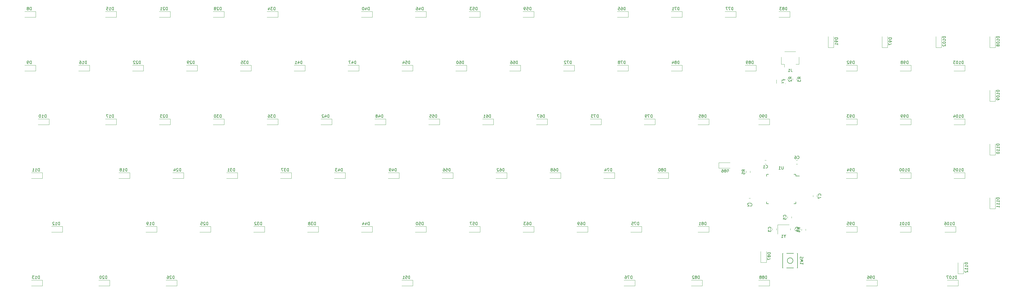
<source format=gbo>
G04 #@! TF.GenerationSoftware,KiCad,Pcbnew,(5.1.4)-1*
G04 #@! TF.CreationDate,2021-12-07T19:15:26-08:00*
G04 #@! TF.ProjectId,JKP,4a4b502e-6b69-4636-9164-5f7063625858,rev?*
G04 #@! TF.SameCoordinates,Original*
G04 #@! TF.FileFunction,Legend,Bot*
G04 #@! TF.FilePolarity,Positive*
%FSLAX46Y46*%
G04 Gerber Fmt 4.6, Leading zero omitted, Abs format (unit mm)*
G04 Created by KiCad (PCBNEW (5.1.4)-1) date 2021-12-07 19:15:26*
%MOMM*%
%LPD*%
G04 APERTURE LIST*
%ADD10C,0.150000*%
%ADD11C,0.120000*%
%ADD12C,1.852000*%
%ADD13C,2.352000*%
%ADD14C,4.089800*%
%ADD15C,2.352000*%
%ADD16R,0.652000X1.602000*%
%ADD17R,1.602000X0.652000*%
%ADD18C,3.150000*%
%ADD19R,1.502000X1.302000*%
%ADD20R,1.202000X1.902000*%
%ADD21C,0.100000*%
%ADD22C,1.077000*%
%ADD23C,1.302000*%
%ADD24C,0.702000*%
%ADD25C,1.352000*%
%ADD26R,1.302000X1.002000*%
%ADD27R,1.002000X1.302000*%
G04 APERTURE END LIST*
D10*
X280606250Y-52550000D02*
X281881250Y-52550000D01*
X270256250Y-51975000D02*
X270931250Y-51975000D01*
X270256250Y-62325000D02*
X270931250Y-62325000D01*
X280606250Y-62325000D02*
X279931250Y-62325000D01*
X280606250Y-51975000D02*
X279931250Y-51975000D01*
X280606250Y-62325000D02*
X280606250Y-61650000D01*
X270256250Y-62325000D02*
X270256250Y-61650000D01*
X270256250Y-51975000D02*
X270256250Y-52650000D01*
X280606250Y-51975000D02*
X280606250Y-52550000D01*
D11*
X274225000Y-69787500D02*
X278225000Y-69787500D01*
X274225000Y-73087500D02*
X274225000Y-69787500D01*
D10*
X276006250Y-79950000D02*
X276006250Y-85150000D01*
X276006250Y-85150000D02*
X281206250Y-85150000D01*
X281206250Y-85150000D02*
X281206250Y-79950000D01*
X281206250Y-79950000D02*
X276006250Y-79950000D01*
X279606250Y-82550000D02*
G75*
G03X279606250Y-82550000I-1000000J0D01*
G01*
D11*
X264489000Y-50795422D02*
X264489000Y-51312578D01*
X263069000Y-50795422D02*
X263069000Y-51312578D01*
X284078750Y-71322672D02*
X284078750Y-71839828D01*
X282658750Y-71322672D02*
X282658750Y-71839828D01*
X279483750Y-18514828D02*
X279483750Y-17997672D01*
X280903750Y-18514828D02*
X280903750Y-17997672D01*
X276308750Y-18514828D02*
X276308750Y-17997672D01*
X277728750Y-18514828D02*
X277728750Y-17997672D01*
X276666250Y-8427500D02*
X280546250Y-8427500D01*
X281716250Y-12897500D02*
X280666250Y-12897500D01*
X281716250Y-10397500D02*
X281716250Y-12897500D01*
X276546250Y-12897500D02*
X276546250Y-13887500D01*
X275496250Y-12897500D02*
X276546250Y-12897500D01*
X275496250Y-10397500D02*
X275496250Y-12897500D01*
X273727500Y-19652064D02*
X273727500Y-18447936D01*
X275547500Y-19652064D02*
X275547500Y-18447936D01*
X339931250Y-87181250D02*
X339931250Y-83281250D01*
X337931250Y-87181250D02*
X337931250Y-83281250D01*
X339931250Y-87181250D02*
X337931250Y-87181250D01*
X351162500Y-64162500D02*
X351162500Y-60262500D01*
X349162500Y-64162500D02*
X349162500Y-60262500D01*
X351162500Y-64162500D02*
X349162500Y-64162500D01*
X351162500Y-45112500D02*
X351162500Y-41212500D01*
X349162500Y-45112500D02*
X349162500Y-41212500D01*
X351162500Y-45112500D02*
X349162500Y-45112500D01*
X351162500Y-26062500D02*
X351162500Y-22162500D01*
X349162500Y-26062500D02*
X349162500Y-22162500D01*
X351162500Y-26062500D02*
X349162500Y-26062500D01*
X351162500Y-7012500D02*
X351162500Y-3112500D01*
X349162500Y-7012500D02*
X349162500Y-3112500D01*
X351162500Y-7012500D02*
X349162500Y-7012500D01*
X338006250Y-89487500D02*
X334106250Y-89487500D01*
X338006250Y-91487500D02*
X334106250Y-91487500D01*
X338006250Y-89487500D02*
X338006250Y-91487500D01*
X337212500Y-70437500D02*
X333312500Y-70437500D01*
X337212500Y-72437500D02*
X333312500Y-72437500D01*
X337212500Y-70437500D02*
X337212500Y-72437500D01*
X340387500Y-51387500D02*
X336487500Y-51387500D01*
X340387500Y-53387500D02*
X336487500Y-53387500D01*
X340387500Y-51387500D02*
X340387500Y-53387500D01*
X340387500Y-32337500D02*
X336487500Y-32337500D01*
X340387500Y-34337500D02*
X336487500Y-34337500D01*
X340387500Y-32337500D02*
X340387500Y-34337500D01*
X340387500Y-13287500D02*
X336487500Y-13287500D01*
X340387500Y-15287500D02*
X336487500Y-15287500D01*
X340387500Y-13287500D02*
X340387500Y-15287500D01*
X332112500Y-7012500D02*
X332112500Y-3112500D01*
X330112500Y-7012500D02*
X330112500Y-3112500D01*
X332112500Y-7012500D02*
X330112500Y-7012500D01*
X321337500Y-70437500D02*
X317437500Y-70437500D01*
X321337500Y-72437500D02*
X317437500Y-72437500D01*
X321337500Y-70437500D02*
X321337500Y-72437500D01*
X321337500Y-51387500D02*
X317437500Y-51387500D01*
X321337500Y-53387500D02*
X317437500Y-53387500D01*
X321337500Y-51387500D02*
X321337500Y-53387500D01*
X321337500Y-32337500D02*
X317437500Y-32337500D01*
X321337500Y-34337500D02*
X317437500Y-34337500D01*
X321337500Y-32337500D02*
X321337500Y-34337500D01*
X321337500Y-13287500D02*
X317437500Y-13287500D01*
X321337500Y-15287500D02*
X317437500Y-15287500D01*
X321337500Y-13287500D02*
X321337500Y-15287500D01*
X313062500Y-7012500D02*
X313062500Y-3112500D01*
X311062500Y-7012500D02*
X311062500Y-3112500D01*
X313062500Y-7012500D02*
X311062500Y-7012500D01*
X309431250Y-89487500D02*
X305531250Y-89487500D01*
X309431250Y-91487500D02*
X305531250Y-91487500D01*
X309431250Y-89487500D02*
X309431250Y-91487500D01*
X302287500Y-70437500D02*
X298387500Y-70437500D01*
X302287500Y-72437500D02*
X298387500Y-72437500D01*
X302287500Y-70437500D02*
X302287500Y-72437500D01*
X302287500Y-51387500D02*
X298387500Y-51387500D01*
X302287500Y-53387500D02*
X298387500Y-53387500D01*
X302287500Y-51387500D02*
X302287500Y-53387500D01*
X302287500Y-32337500D02*
X298387500Y-32337500D01*
X302287500Y-34337500D02*
X298387500Y-34337500D01*
X302287500Y-32337500D02*
X302287500Y-34337500D01*
X302287500Y-13287500D02*
X298387500Y-13287500D01*
X302287500Y-15287500D02*
X298387500Y-15287500D01*
X302287500Y-13287500D02*
X302287500Y-15287500D01*
X294012500Y-7012500D02*
X294012500Y-3112500D01*
X292012500Y-7012500D02*
X292012500Y-3112500D01*
X294012500Y-7012500D02*
X292012500Y-7012500D01*
X271331250Y-32337500D02*
X267431250Y-32337500D01*
X271331250Y-34337500D02*
X267431250Y-34337500D01*
X271331250Y-32337500D02*
X271331250Y-34337500D01*
X266568750Y-13287500D02*
X262668750Y-13287500D01*
X266568750Y-15287500D02*
X262668750Y-15287500D01*
X266568750Y-13287500D02*
X266568750Y-15287500D01*
X271331250Y-89487500D02*
X267431250Y-89487500D01*
X271331250Y-91487500D02*
X267431250Y-91487500D01*
X271331250Y-89487500D02*
X271331250Y-91487500D01*
X270200000Y-83212500D02*
X270200000Y-79312500D01*
X268200000Y-83212500D02*
X268200000Y-79312500D01*
X270200000Y-83212500D02*
X268200000Y-83212500D01*
X253401000Y-49768000D02*
X257301000Y-49768000D01*
X253401000Y-47768000D02*
X257301000Y-47768000D01*
X253401000Y-49768000D02*
X253401000Y-47768000D01*
X249900000Y-32337500D02*
X246000000Y-32337500D01*
X249900000Y-34337500D02*
X246000000Y-34337500D01*
X249900000Y-32337500D02*
X249900000Y-34337500D01*
X240375000Y-13287500D02*
X236475000Y-13287500D01*
X240375000Y-15287500D02*
X236475000Y-15287500D01*
X240375000Y-13287500D02*
X240375000Y-15287500D01*
X278475000Y5762500D02*
X274575000Y5762500D01*
X278475000Y3762500D02*
X274575000Y3762500D01*
X278475000Y5762500D02*
X278475000Y3762500D01*
X247518750Y-89487500D02*
X243618750Y-89487500D01*
X247518750Y-91487500D02*
X243618750Y-91487500D01*
X247518750Y-89487500D02*
X247518750Y-91487500D01*
X249900000Y-70437500D02*
X246000000Y-70437500D01*
X249900000Y-72437500D02*
X246000000Y-72437500D01*
X249900000Y-70437500D02*
X249900000Y-72437500D01*
X235612500Y-51387500D02*
X231712500Y-51387500D01*
X235612500Y-53387500D02*
X231712500Y-53387500D01*
X235612500Y-51387500D02*
X235612500Y-53387500D01*
X230850000Y-32337500D02*
X226950000Y-32337500D01*
X230850000Y-34337500D02*
X226950000Y-34337500D01*
X230850000Y-32337500D02*
X230850000Y-34337500D01*
X221325000Y-13287500D02*
X217425000Y-13287500D01*
X221325000Y-15287500D02*
X217425000Y-15287500D01*
X221325000Y-13287500D02*
X221325000Y-15287500D01*
X259425000Y5762500D02*
X255525000Y5762500D01*
X259425000Y3762500D02*
X255525000Y3762500D01*
X259425000Y5762500D02*
X259425000Y3762500D01*
X223706250Y-89487500D02*
X219806250Y-89487500D01*
X223706250Y-91487500D02*
X219806250Y-91487500D01*
X223706250Y-89487500D02*
X223706250Y-91487500D01*
X226087500Y-70437500D02*
X222187500Y-70437500D01*
X226087500Y-72437500D02*
X222187500Y-72437500D01*
X226087500Y-70437500D02*
X226087500Y-72437500D01*
X216562500Y-51387500D02*
X212662500Y-51387500D01*
X216562500Y-53387500D02*
X212662500Y-53387500D01*
X216562500Y-51387500D02*
X216562500Y-53387500D01*
X211800000Y-32337500D02*
X207900000Y-32337500D01*
X211800000Y-34337500D02*
X207900000Y-34337500D01*
X211800000Y-32337500D02*
X211800000Y-34337500D01*
X202275000Y-13287500D02*
X198375000Y-13287500D01*
X202275000Y-15287500D02*
X198375000Y-15287500D01*
X202275000Y-13287500D02*
X202275000Y-15287500D01*
X240375000Y5762500D02*
X236475000Y5762500D01*
X240375000Y3762500D02*
X236475000Y3762500D01*
X240375000Y5762500D02*
X240375000Y3762500D01*
X207037500Y-70437500D02*
X203137500Y-70437500D01*
X207037500Y-72437500D02*
X203137500Y-72437500D01*
X207037500Y-70437500D02*
X207037500Y-72437500D01*
X197512500Y-51387500D02*
X193612500Y-51387500D01*
X197512500Y-53387500D02*
X193612500Y-53387500D01*
X197512500Y-51387500D02*
X197512500Y-53387500D01*
X192750000Y-32337500D02*
X188850000Y-32337500D01*
X192750000Y-34337500D02*
X188850000Y-34337500D01*
X192750000Y-32337500D02*
X192750000Y-34337500D01*
X183225000Y-13287500D02*
X179325000Y-13287500D01*
X183225000Y-15287500D02*
X179325000Y-15287500D01*
X183225000Y-13287500D02*
X183225000Y-15287500D01*
X221325000Y5762500D02*
X217425000Y5762500D01*
X221325000Y3762500D02*
X217425000Y3762500D01*
X221325000Y5762500D02*
X221325000Y3762500D01*
X187987500Y-70437500D02*
X184087500Y-70437500D01*
X187987500Y-72437500D02*
X184087500Y-72437500D01*
X187987500Y-70437500D02*
X187987500Y-72437500D01*
X178462500Y-51387500D02*
X174562500Y-51387500D01*
X178462500Y-53387500D02*
X174562500Y-53387500D01*
X178462500Y-51387500D02*
X178462500Y-53387500D01*
X173700000Y-32337500D02*
X169800000Y-32337500D01*
X173700000Y-34337500D02*
X169800000Y-34337500D01*
X173700000Y-32337500D02*
X173700000Y-34337500D01*
X164175000Y-13287500D02*
X160275000Y-13287500D01*
X164175000Y-15287500D02*
X160275000Y-15287500D01*
X164175000Y-13287500D02*
X164175000Y-15287500D01*
X187987500Y5762500D02*
X184087500Y5762500D01*
X187987500Y3762500D02*
X184087500Y3762500D01*
X187987500Y5762500D02*
X187987500Y3762500D01*
X168937500Y-70437500D02*
X165037500Y-70437500D01*
X168937500Y-72437500D02*
X165037500Y-72437500D01*
X168937500Y-70437500D02*
X168937500Y-72437500D01*
X159412500Y-51387500D02*
X155512500Y-51387500D01*
X159412500Y-53387500D02*
X155512500Y-53387500D01*
X159412500Y-51387500D02*
X159412500Y-53387500D01*
X154650000Y-32337500D02*
X150750000Y-32337500D01*
X154650000Y-34337500D02*
X150750000Y-34337500D01*
X154650000Y-32337500D02*
X154650000Y-34337500D01*
X145125000Y-13287500D02*
X141225000Y-13287500D01*
X145125000Y-15287500D02*
X141225000Y-15287500D01*
X145125000Y-13287500D02*
X145125000Y-15287500D01*
X168937500Y5762500D02*
X165037500Y5762500D01*
X168937500Y3762500D02*
X165037500Y3762500D01*
X168937500Y5762500D02*
X168937500Y3762500D01*
X145125000Y-89487500D02*
X141225000Y-89487500D01*
X145125000Y-91487500D02*
X141225000Y-91487500D01*
X145125000Y-89487500D02*
X145125000Y-91487500D01*
X149887500Y-70437500D02*
X145987500Y-70437500D01*
X149887500Y-72437500D02*
X145987500Y-72437500D01*
X149887500Y-70437500D02*
X149887500Y-72437500D01*
X140362500Y-51387500D02*
X136462500Y-51387500D01*
X140362500Y-53387500D02*
X136462500Y-53387500D01*
X140362500Y-51387500D02*
X140362500Y-53387500D01*
X135600000Y-32337500D02*
X131700000Y-32337500D01*
X135600000Y-34337500D02*
X131700000Y-34337500D01*
X135600000Y-32337500D02*
X135600000Y-34337500D01*
X126075000Y-13287500D02*
X122175000Y-13287500D01*
X126075000Y-15287500D02*
X122175000Y-15287500D01*
X126075000Y-13287500D02*
X126075000Y-15287500D01*
X149887500Y5762500D02*
X145987500Y5762500D01*
X149887500Y3762500D02*
X145987500Y3762500D01*
X149887500Y5762500D02*
X149887500Y3762500D01*
X130837500Y-70437500D02*
X126937500Y-70437500D01*
X130837500Y-72437500D02*
X126937500Y-72437500D01*
X130837500Y-70437500D02*
X130837500Y-72437500D01*
X121312500Y-51387500D02*
X117412500Y-51387500D01*
X121312500Y-53387500D02*
X117412500Y-53387500D01*
X121312500Y-51387500D02*
X121312500Y-53387500D01*
X116550000Y-32337500D02*
X112650000Y-32337500D01*
X116550000Y-34337500D02*
X112650000Y-34337500D01*
X116550000Y-32337500D02*
X116550000Y-34337500D01*
X107025000Y-13287500D02*
X103125000Y-13287500D01*
X107025000Y-15287500D02*
X103125000Y-15287500D01*
X107025000Y-13287500D02*
X107025000Y-15287500D01*
X130837500Y5762500D02*
X126937500Y5762500D01*
X130837500Y3762500D02*
X126937500Y3762500D01*
X130837500Y5762500D02*
X130837500Y3762500D01*
X111787500Y-70437500D02*
X107887500Y-70437500D01*
X111787500Y-72437500D02*
X107887500Y-72437500D01*
X111787500Y-70437500D02*
X111787500Y-72437500D01*
X102262500Y-51387500D02*
X98362500Y-51387500D01*
X102262500Y-53387500D02*
X98362500Y-53387500D01*
X102262500Y-51387500D02*
X102262500Y-53387500D01*
X97500000Y-32337500D02*
X93600000Y-32337500D01*
X97500000Y-34337500D02*
X93600000Y-34337500D01*
X97500000Y-32337500D02*
X97500000Y-34337500D01*
X87975000Y-13287500D02*
X84075000Y-13287500D01*
X87975000Y-15287500D02*
X84075000Y-15287500D01*
X87975000Y-13287500D02*
X87975000Y-15287500D01*
X97500000Y5762500D02*
X93600000Y5762500D01*
X97500000Y3762500D02*
X93600000Y3762500D01*
X97500000Y5762500D02*
X97500000Y3762500D01*
X92737500Y-70437500D02*
X88837500Y-70437500D01*
X92737500Y-72437500D02*
X88837500Y-72437500D01*
X92737500Y-70437500D02*
X92737500Y-72437500D01*
X83212500Y-51387500D02*
X79312500Y-51387500D01*
X83212500Y-53387500D02*
X79312500Y-53387500D01*
X83212500Y-51387500D02*
X83212500Y-53387500D01*
X78450000Y-32337500D02*
X74550000Y-32337500D01*
X78450000Y-34337500D02*
X74550000Y-34337500D01*
X78450000Y-32337500D02*
X78450000Y-34337500D01*
X68925000Y-13287500D02*
X65025000Y-13287500D01*
X68925000Y-15287500D02*
X65025000Y-15287500D01*
X68925000Y-13287500D02*
X68925000Y-15287500D01*
X78450000Y5762500D02*
X74550000Y5762500D01*
X78450000Y3762500D02*
X74550000Y3762500D01*
X78450000Y5762500D02*
X78450000Y3762500D01*
X61781250Y-89487500D02*
X57881250Y-89487500D01*
X61781250Y-91487500D02*
X57881250Y-91487500D01*
X61781250Y-89487500D02*
X61781250Y-91487500D01*
X73687500Y-70437500D02*
X69787500Y-70437500D01*
X73687500Y-72437500D02*
X69787500Y-72437500D01*
X73687500Y-70437500D02*
X73687500Y-72437500D01*
X64162500Y-51387500D02*
X60262500Y-51387500D01*
X64162500Y-53387500D02*
X60262500Y-53387500D01*
X64162500Y-51387500D02*
X64162500Y-53387500D01*
X59400000Y-32337500D02*
X55500000Y-32337500D01*
X59400000Y-34337500D02*
X55500000Y-34337500D01*
X59400000Y-32337500D02*
X59400000Y-34337500D01*
X49875000Y-13287500D02*
X45975000Y-13287500D01*
X49875000Y-15287500D02*
X45975000Y-15287500D01*
X49875000Y-13287500D02*
X49875000Y-15287500D01*
X59400000Y5762500D02*
X55500000Y5762500D01*
X59400000Y3762500D02*
X55500000Y3762500D01*
X59400000Y5762500D02*
X59400000Y3762500D01*
X37968750Y-89487500D02*
X34068750Y-89487500D01*
X37968750Y-91487500D02*
X34068750Y-91487500D01*
X37968750Y-89487500D02*
X37968750Y-91487500D01*
X54637500Y-70437500D02*
X50737500Y-70437500D01*
X54637500Y-72437500D02*
X50737500Y-72437500D01*
X54637500Y-70437500D02*
X54637500Y-72437500D01*
X45112500Y-51387500D02*
X41212500Y-51387500D01*
X45112500Y-53387500D02*
X41212500Y-53387500D01*
X45112500Y-51387500D02*
X45112500Y-53387500D01*
X40350000Y-32337500D02*
X36450000Y-32337500D01*
X40350000Y-34337500D02*
X36450000Y-34337500D01*
X40350000Y-32337500D02*
X40350000Y-34337500D01*
X30825000Y-13287500D02*
X26925000Y-13287500D01*
X30825000Y-15287500D02*
X26925000Y-15287500D01*
X30825000Y-13287500D02*
X30825000Y-15287500D01*
X40350000Y5762500D02*
X36450000Y5762500D01*
X40350000Y3762500D02*
X36450000Y3762500D01*
X40350000Y5762500D02*
X40350000Y3762500D01*
X14156250Y-89487500D02*
X10256250Y-89487500D01*
X14156250Y-91487500D02*
X10256250Y-91487500D01*
X14156250Y-89487500D02*
X14156250Y-91487500D01*
X21300000Y-70437500D02*
X17400000Y-70437500D01*
X21300000Y-72437500D02*
X17400000Y-72437500D01*
X21300000Y-70437500D02*
X21300000Y-72437500D01*
X14156250Y-51387500D02*
X10256250Y-51387500D01*
X14156250Y-53387500D02*
X10256250Y-53387500D01*
X14156250Y-51387500D02*
X14156250Y-53387500D01*
X16537500Y-32337500D02*
X12637500Y-32337500D01*
X16537500Y-34337500D02*
X12637500Y-34337500D01*
X16537500Y-32337500D02*
X16537500Y-34337500D01*
X11775000Y-13287500D02*
X7875000Y-13287500D01*
X11775000Y-15287500D02*
X7875000Y-15287500D01*
X11775000Y-13287500D02*
X11775000Y-15287500D01*
X11775000Y5762500D02*
X7875000Y5762500D01*
X11775000Y3762500D02*
X7875000Y3762500D01*
X11775000Y5762500D02*
X11775000Y3762500D01*
X286691000Y-59900078D02*
X286691000Y-59382922D01*
X288111000Y-59900078D02*
X288111000Y-59382922D01*
X281246078Y-48335000D02*
X280728922Y-48335000D01*
X281246078Y-46915000D02*
X280728922Y-46915000D01*
X279094000Y-66924422D02*
X279094000Y-67441578D01*
X277674000Y-66924422D02*
X277674000Y-67441578D01*
X278690000Y-71696078D02*
X278690000Y-71178922D01*
X280110000Y-71696078D02*
X280110000Y-71178922D01*
X273760000Y-71178922D02*
X273760000Y-71696078D01*
X272340000Y-71178922D02*
X272340000Y-71696078D01*
X264060172Y-60408750D02*
X264577328Y-60408750D01*
X264060172Y-61828750D02*
X264577328Y-61828750D01*
X269616422Y-46915000D02*
X270133578Y-46915000D01*
X269616422Y-48335000D02*
X270133578Y-48335000D01*
D10*
X276193154Y-49152380D02*
X276193154Y-49961904D01*
X276145535Y-50057142D01*
X276097916Y-50104761D01*
X276002678Y-50152380D01*
X275812202Y-50152380D01*
X275716964Y-50104761D01*
X275669345Y-50057142D01*
X275621726Y-49961904D01*
X275621726Y-49152380D01*
X274621726Y-50152380D02*
X275193154Y-50152380D01*
X274907440Y-50152380D02*
X274907440Y-49152380D01*
X275002678Y-49295238D01*
X275097916Y-49390476D01*
X275193154Y-49438095D01*
X276701190Y-73863690D02*
X276701190Y-74339880D01*
X277034523Y-73339880D02*
X276701190Y-73863690D01*
X276367857Y-73339880D01*
X275510714Y-74339880D02*
X276082142Y-74339880D01*
X275796428Y-74339880D02*
X275796428Y-73339880D01*
X275891666Y-73482738D01*
X275986904Y-73577976D01*
X276082142Y-73625595D01*
X283075011Y-81216666D02*
X283122630Y-81359523D01*
X283122630Y-81597619D01*
X283075011Y-81692857D01*
X283027392Y-81740476D01*
X282932154Y-81788095D01*
X282836916Y-81788095D01*
X282741678Y-81740476D01*
X282694059Y-81692857D01*
X282646440Y-81597619D01*
X282598821Y-81407142D01*
X282551202Y-81311904D01*
X282503583Y-81264285D01*
X282408345Y-81216666D01*
X282313107Y-81216666D01*
X282217869Y-81264285D01*
X282170250Y-81311904D01*
X282122630Y-81407142D01*
X282122630Y-81645238D01*
X282170250Y-81788095D01*
X282122630Y-82121428D02*
X283122630Y-82359523D01*
X282408345Y-82550000D01*
X283122630Y-82740476D01*
X282122630Y-82978571D01*
X283122630Y-83883333D02*
X283122630Y-83311904D01*
X283122630Y-83597619D02*
X282122630Y-83597619D01*
X282265488Y-83502380D01*
X282360726Y-83407142D01*
X282408345Y-83311904D01*
X262581380Y-50887333D02*
X262105190Y-50554000D01*
X262581380Y-50315904D02*
X261581380Y-50315904D01*
X261581380Y-50696857D01*
X261629000Y-50792095D01*
X261676619Y-50839714D01*
X261771857Y-50887333D01*
X261914714Y-50887333D01*
X262009952Y-50839714D01*
X262057571Y-50792095D01*
X262105190Y-50696857D01*
X262105190Y-50315904D01*
X261581380Y-51792095D02*
X261581380Y-51315904D01*
X262057571Y-51268285D01*
X262009952Y-51315904D01*
X261962333Y-51411142D01*
X261962333Y-51649238D01*
X262009952Y-51744476D01*
X262057571Y-51792095D01*
X262152809Y-51839714D01*
X262390904Y-51839714D01*
X262486142Y-51792095D01*
X262533761Y-51744476D01*
X262581380Y-51649238D01*
X262581380Y-51411142D01*
X262533761Y-51315904D01*
X262486142Y-51268285D01*
X282171130Y-71414583D02*
X281694940Y-71081250D01*
X282171130Y-70843154D02*
X281171130Y-70843154D01*
X281171130Y-71224107D01*
X281218750Y-71319345D01*
X281266369Y-71366964D01*
X281361607Y-71414583D01*
X281504464Y-71414583D01*
X281599702Y-71366964D01*
X281647321Y-71319345D01*
X281694940Y-71224107D01*
X281694940Y-70843154D01*
X281504464Y-72271726D02*
X282171130Y-72271726D01*
X281123511Y-72033630D02*
X281837797Y-71795535D01*
X281837797Y-72414583D01*
X282296130Y-18089583D02*
X281819940Y-17756250D01*
X282296130Y-17518154D02*
X281296130Y-17518154D01*
X281296130Y-17899107D01*
X281343750Y-17994345D01*
X281391369Y-18041964D01*
X281486607Y-18089583D01*
X281629464Y-18089583D01*
X281724702Y-18041964D01*
X281772321Y-17994345D01*
X281819940Y-17899107D01*
X281819940Y-17518154D01*
X281296130Y-18422916D02*
X281296130Y-19041964D01*
X281677083Y-18708630D01*
X281677083Y-18851488D01*
X281724702Y-18946726D01*
X281772321Y-18994345D01*
X281867559Y-19041964D01*
X282105654Y-19041964D01*
X282200892Y-18994345D01*
X282248511Y-18946726D01*
X282296130Y-18851488D01*
X282296130Y-18565773D01*
X282248511Y-18470535D01*
X282200892Y-18422916D01*
X279121130Y-18089583D02*
X278644940Y-17756250D01*
X279121130Y-17518154D02*
X278121130Y-17518154D01*
X278121130Y-17899107D01*
X278168750Y-17994345D01*
X278216369Y-18041964D01*
X278311607Y-18089583D01*
X278454464Y-18089583D01*
X278549702Y-18041964D01*
X278597321Y-17994345D01*
X278644940Y-17899107D01*
X278644940Y-17518154D01*
X278216369Y-18470535D02*
X278168750Y-18518154D01*
X278121130Y-18613392D01*
X278121130Y-18851488D01*
X278168750Y-18946726D01*
X278216369Y-18994345D01*
X278311607Y-19041964D01*
X278406845Y-19041964D01*
X278549702Y-18994345D01*
X279121130Y-18422916D01*
X279121130Y-19041964D01*
X278939583Y-14544880D02*
X278939583Y-15259166D01*
X278987202Y-15402023D01*
X279082440Y-15497261D01*
X279225297Y-15544880D01*
X279320535Y-15544880D01*
X277939583Y-15544880D02*
X278511011Y-15544880D01*
X278225297Y-15544880D02*
X278225297Y-14544880D01*
X278320535Y-14687738D01*
X278415773Y-14782976D01*
X278511011Y-14830595D01*
X276386071Y-18716666D02*
X276386071Y-18383333D01*
X276909880Y-18383333D02*
X275909880Y-18383333D01*
X275909880Y-18859523D01*
X276909880Y-19764285D02*
X276909880Y-19192857D01*
X276909880Y-19478571D02*
X275909880Y-19478571D01*
X276052738Y-19383333D01*
X276147976Y-19288095D01*
X276195595Y-19192857D01*
X341383630Y-83240773D02*
X340383630Y-83240773D01*
X340383630Y-83478869D01*
X340431250Y-83621726D01*
X340526488Y-83716964D01*
X340621726Y-83764583D01*
X340812202Y-83812202D01*
X340955059Y-83812202D01*
X341145535Y-83764583D01*
X341240773Y-83716964D01*
X341336011Y-83621726D01*
X341383630Y-83478869D01*
X341383630Y-83240773D01*
X341383630Y-84764583D02*
X341383630Y-84193154D01*
X341383630Y-84478869D02*
X340383630Y-84478869D01*
X340526488Y-84383630D01*
X340621726Y-84288392D01*
X340669345Y-84193154D01*
X341383630Y-85716964D02*
X341383630Y-85145535D01*
X341383630Y-85431250D02*
X340383630Y-85431250D01*
X340526488Y-85336011D01*
X340621726Y-85240773D01*
X340669345Y-85145535D01*
X340478869Y-86097916D02*
X340431250Y-86145535D01*
X340383630Y-86240773D01*
X340383630Y-86478869D01*
X340431250Y-86574107D01*
X340478869Y-86621726D01*
X340574107Y-86669345D01*
X340669345Y-86669345D01*
X340812202Y-86621726D01*
X341383630Y-86050297D01*
X341383630Y-86669345D01*
X352614880Y-60222023D02*
X351614880Y-60222023D01*
X351614880Y-60460119D01*
X351662500Y-60602976D01*
X351757738Y-60698214D01*
X351852976Y-60745833D01*
X352043452Y-60793452D01*
X352186309Y-60793452D01*
X352376785Y-60745833D01*
X352472023Y-60698214D01*
X352567261Y-60602976D01*
X352614880Y-60460119D01*
X352614880Y-60222023D01*
X352614880Y-61745833D02*
X352614880Y-61174404D01*
X352614880Y-61460119D02*
X351614880Y-61460119D01*
X351757738Y-61364880D01*
X351852976Y-61269642D01*
X351900595Y-61174404D01*
X352614880Y-62698214D02*
X352614880Y-62126785D01*
X352614880Y-62412500D02*
X351614880Y-62412500D01*
X351757738Y-62317261D01*
X351852976Y-62222023D01*
X351900595Y-62126785D01*
X352614880Y-63650595D02*
X352614880Y-63079166D01*
X352614880Y-63364880D02*
X351614880Y-63364880D01*
X351757738Y-63269642D01*
X351852976Y-63174404D01*
X351900595Y-63079166D01*
X352614880Y-41172023D02*
X351614880Y-41172023D01*
X351614880Y-41410119D01*
X351662500Y-41552976D01*
X351757738Y-41648214D01*
X351852976Y-41695833D01*
X352043452Y-41743452D01*
X352186309Y-41743452D01*
X352376785Y-41695833D01*
X352472023Y-41648214D01*
X352567261Y-41552976D01*
X352614880Y-41410119D01*
X352614880Y-41172023D01*
X352614880Y-42695833D02*
X352614880Y-42124404D01*
X352614880Y-42410119D02*
X351614880Y-42410119D01*
X351757738Y-42314880D01*
X351852976Y-42219642D01*
X351900595Y-42124404D01*
X352614880Y-43648214D02*
X352614880Y-43076785D01*
X352614880Y-43362500D02*
X351614880Y-43362500D01*
X351757738Y-43267261D01*
X351852976Y-43172023D01*
X351900595Y-43076785D01*
X351614880Y-44267261D02*
X351614880Y-44362500D01*
X351662500Y-44457738D01*
X351710119Y-44505357D01*
X351805357Y-44552976D01*
X351995833Y-44600595D01*
X352233928Y-44600595D01*
X352424404Y-44552976D01*
X352519642Y-44505357D01*
X352567261Y-44457738D01*
X352614880Y-44362500D01*
X352614880Y-44267261D01*
X352567261Y-44172023D01*
X352519642Y-44124404D01*
X352424404Y-44076785D01*
X352233928Y-44029166D01*
X351995833Y-44029166D01*
X351805357Y-44076785D01*
X351710119Y-44124404D01*
X351662500Y-44172023D01*
X351614880Y-44267261D01*
X352614880Y-22122023D02*
X351614880Y-22122023D01*
X351614880Y-22360119D01*
X351662500Y-22502976D01*
X351757738Y-22598214D01*
X351852976Y-22645833D01*
X352043452Y-22693452D01*
X352186309Y-22693452D01*
X352376785Y-22645833D01*
X352472023Y-22598214D01*
X352567261Y-22502976D01*
X352614880Y-22360119D01*
X352614880Y-22122023D01*
X352614880Y-23645833D02*
X352614880Y-23074404D01*
X352614880Y-23360119D02*
X351614880Y-23360119D01*
X351757738Y-23264880D01*
X351852976Y-23169642D01*
X351900595Y-23074404D01*
X351614880Y-24264880D02*
X351614880Y-24360119D01*
X351662500Y-24455357D01*
X351710119Y-24502976D01*
X351805357Y-24550595D01*
X351995833Y-24598214D01*
X352233928Y-24598214D01*
X352424404Y-24550595D01*
X352519642Y-24502976D01*
X352567261Y-24455357D01*
X352614880Y-24360119D01*
X352614880Y-24264880D01*
X352567261Y-24169642D01*
X352519642Y-24122023D01*
X352424404Y-24074404D01*
X352233928Y-24026785D01*
X351995833Y-24026785D01*
X351805357Y-24074404D01*
X351710119Y-24122023D01*
X351662500Y-24169642D01*
X351614880Y-24264880D01*
X352614880Y-25074404D02*
X352614880Y-25264880D01*
X352567261Y-25360119D01*
X352519642Y-25407738D01*
X352376785Y-25502976D01*
X352186309Y-25550595D01*
X351805357Y-25550595D01*
X351710119Y-25502976D01*
X351662500Y-25455357D01*
X351614880Y-25360119D01*
X351614880Y-25169642D01*
X351662500Y-25074404D01*
X351710119Y-25026785D01*
X351805357Y-24979166D01*
X352043452Y-24979166D01*
X352138690Y-25026785D01*
X352186309Y-25074404D01*
X352233928Y-25169642D01*
X352233928Y-25360119D01*
X352186309Y-25455357D01*
X352138690Y-25502976D01*
X352043452Y-25550595D01*
X352614880Y-3072023D02*
X351614880Y-3072023D01*
X351614880Y-3310119D01*
X351662500Y-3452976D01*
X351757738Y-3548214D01*
X351852976Y-3595833D01*
X352043452Y-3643452D01*
X352186309Y-3643452D01*
X352376785Y-3595833D01*
X352472023Y-3548214D01*
X352567261Y-3452976D01*
X352614880Y-3310119D01*
X352614880Y-3072023D01*
X352614880Y-4595833D02*
X352614880Y-4024404D01*
X352614880Y-4310119D02*
X351614880Y-4310119D01*
X351757738Y-4214880D01*
X351852976Y-4119642D01*
X351900595Y-4024404D01*
X351614880Y-5214880D02*
X351614880Y-5310119D01*
X351662500Y-5405357D01*
X351710119Y-5452976D01*
X351805357Y-5500595D01*
X351995833Y-5548214D01*
X352233928Y-5548214D01*
X352424404Y-5500595D01*
X352519642Y-5452976D01*
X352567261Y-5405357D01*
X352614880Y-5310119D01*
X352614880Y-5214880D01*
X352567261Y-5119642D01*
X352519642Y-5072023D01*
X352424404Y-5024404D01*
X352233928Y-4976785D01*
X351995833Y-4976785D01*
X351805357Y-5024404D01*
X351710119Y-5072023D01*
X351662500Y-5119642D01*
X351614880Y-5214880D01*
X352043452Y-6119642D02*
X351995833Y-6024404D01*
X351948214Y-5976785D01*
X351852976Y-5929166D01*
X351805357Y-5929166D01*
X351710119Y-5976785D01*
X351662500Y-6024404D01*
X351614880Y-6119642D01*
X351614880Y-6310119D01*
X351662500Y-6405357D01*
X351710119Y-6452976D01*
X351805357Y-6500595D01*
X351852976Y-6500595D01*
X351948214Y-6452976D01*
X351995833Y-6405357D01*
X352043452Y-6310119D01*
X352043452Y-6119642D01*
X352091071Y-6024404D01*
X352138690Y-5976785D01*
X352233928Y-5929166D01*
X352424404Y-5929166D01*
X352519642Y-5976785D01*
X352567261Y-6024404D01*
X352614880Y-6119642D01*
X352614880Y-6310119D01*
X352567261Y-6405357D01*
X352519642Y-6452976D01*
X352424404Y-6500595D01*
X352233928Y-6500595D01*
X352138690Y-6452976D01*
X352091071Y-6405357D01*
X352043452Y-6310119D01*
X337446726Y-88939880D02*
X337446726Y-87939880D01*
X337208630Y-87939880D01*
X337065773Y-87987500D01*
X336970535Y-88082738D01*
X336922916Y-88177976D01*
X336875297Y-88368452D01*
X336875297Y-88511309D01*
X336922916Y-88701785D01*
X336970535Y-88797023D01*
X337065773Y-88892261D01*
X337208630Y-88939880D01*
X337446726Y-88939880D01*
X335922916Y-88939880D02*
X336494345Y-88939880D01*
X336208630Y-88939880D02*
X336208630Y-87939880D01*
X336303869Y-88082738D01*
X336399107Y-88177976D01*
X336494345Y-88225595D01*
X335303869Y-87939880D02*
X335208630Y-87939880D01*
X335113392Y-87987500D01*
X335065773Y-88035119D01*
X335018154Y-88130357D01*
X334970535Y-88320833D01*
X334970535Y-88558928D01*
X335018154Y-88749404D01*
X335065773Y-88844642D01*
X335113392Y-88892261D01*
X335208630Y-88939880D01*
X335303869Y-88939880D01*
X335399107Y-88892261D01*
X335446726Y-88844642D01*
X335494345Y-88749404D01*
X335541964Y-88558928D01*
X335541964Y-88320833D01*
X335494345Y-88130357D01*
X335446726Y-88035119D01*
X335399107Y-87987500D01*
X335303869Y-87939880D01*
X334637202Y-87939880D02*
X333970535Y-87939880D01*
X334399107Y-88939880D01*
X336652976Y-69889880D02*
X336652976Y-68889880D01*
X336414880Y-68889880D01*
X336272023Y-68937500D01*
X336176785Y-69032738D01*
X336129166Y-69127976D01*
X336081547Y-69318452D01*
X336081547Y-69461309D01*
X336129166Y-69651785D01*
X336176785Y-69747023D01*
X336272023Y-69842261D01*
X336414880Y-69889880D01*
X336652976Y-69889880D01*
X335129166Y-69889880D02*
X335700595Y-69889880D01*
X335414880Y-69889880D02*
X335414880Y-68889880D01*
X335510119Y-69032738D01*
X335605357Y-69127976D01*
X335700595Y-69175595D01*
X334510119Y-68889880D02*
X334414880Y-68889880D01*
X334319642Y-68937500D01*
X334272023Y-68985119D01*
X334224404Y-69080357D01*
X334176785Y-69270833D01*
X334176785Y-69508928D01*
X334224404Y-69699404D01*
X334272023Y-69794642D01*
X334319642Y-69842261D01*
X334414880Y-69889880D01*
X334510119Y-69889880D01*
X334605357Y-69842261D01*
X334652976Y-69794642D01*
X334700595Y-69699404D01*
X334748214Y-69508928D01*
X334748214Y-69270833D01*
X334700595Y-69080357D01*
X334652976Y-68985119D01*
X334605357Y-68937500D01*
X334510119Y-68889880D01*
X333319642Y-68889880D02*
X333510119Y-68889880D01*
X333605357Y-68937500D01*
X333652976Y-68985119D01*
X333748214Y-69127976D01*
X333795833Y-69318452D01*
X333795833Y-69699404D01*
X333748214Y-69794642D01*
X333700595Y-69842261D01*
X333605357Y-69889880D01*
X333414880Y-69889880D01*
X333319642Y-69842261D01*
X333272023Y-69794642D01*
X333224404Y-69699404D01*
X333224404Y-69461309D01*
X333272023Y-69366071D01*
X333319642Y-69318452D01*
X333414880Y-69270833D01*
X333605357Y-69270833D01*
X333700595Y-69318452D01*
X333748214Y-69366071D01*
X333795833Y-69461309D01*
X339827976Y-50839880D02*
X339827976Y-49839880D01*
X339589880Y-49839880D01*
X339447023Y-49887500D01*
X339351785Y-49982738D01*
X339304166Y-50077976D01*
X339256547Y-50268452D01*
X339256547Y-50411309D01*
X339304166Y-50601785D01*
X339351785Y-50697023D01*
X339447023Y-50792261D01*
X339589880Y-50839880D01*
X339827976Y-50839880D01*
X338304166Y-50839880D02*
X338875595Y-50839880D01*
X338589880Y-50839880D02*
X338589880Y-49839880D01*
X338685119Y-49982738D01*
X338780357Y-50077976D01*
X338875595Y-50125595D01*
X337685119Y-49839880D02*
X337589880Y-49839880D01*
X337494642Y-49887500D01*
X337447023Y-49935119D01*
X337399404Y-50030357D01*
X337351785Y-50220833D01*
X337351785Y-50458928D01*
X337399404Y-50649404D01*
X337447023Y-50744642D01*
X337494642Y-50792261D01*
X337589880Y-50839880D01*
X337685119Y-50839880D01*
X337780357Y-50792261D01*
X337827976Y-50744642D01*
X337875595Y-50649404D01*
X337923214Y-50458928D01*
X337923214Y-50220833D01*
X337875595Y-50030357D01*
X337827976Y-49935119D01*
X337780357Y-49887500D01*
X337685119Y-49839880D01*
X336447023Y-49839880D02*
X336923214Y-49839880D01*
X336970833Y-50316071D01*
X336923214Y-50268452D01*
X336827976Y-50220833D01*
X336589880Y-50220833D01*
X336494642Y-50268452D01*
X336447023Y-50316071D01*
X336399404Y-50411309D01*
X336399404Y-50649404D01*
X336447023Y-50744642D01*
X336494642Y-50792261D01*
X336589880Y-50839880D01*
X336827976Y-50839880D01*
X336923214Y-50792261D01*
X336970833Y-50744642D01*
X339827976Y-31789880D02*
X339827976Y-30789880D01*
X339589880Y-30789880D01*
X339447023Y-30837500D01*
X339351785Y-30932738D01*
X339304166Y-31027976D01*
X339256547Y-31218452D01*
X339256547Y-31361309D01*
X339304166Y-31551785D01*
X339351785Y-31647023D01*
X339447023Y-31742261D01*
X339589880Y-31789880D01*
X339827976Y-31789880D01*
X338304166Y-31789880D02*
X338875595Y-31789880D01*
X338589880Y-31789880D02*
X338589880Y-30789880D01*
X338685119Y-30932738D01*
X338780357Y-31027976D01*
X338875595Y-31075595D01*
X337685119Y-30789880D02*
X337589880Y-30789880D01*
X337494642Y-30837500D01*
X337447023Y-30885119D01*
X337399404Y-30980357D01*
X337351785Y-31170833D01*
X337351785Y-31408928D01*
X337399404Y-31599404D01*
X337447023Y-31694642D01*
X337494642Y-31742261D01*
X337589880Y-31789880D01*
X337685119Y-31789880D01*
X337780357Y-31742261D01*
X337827976Y-31694642D01*
X337875595Y-31599404D01*
X337923214Y-31408928D01*
X337923214Y-31170833D01*
X337875595Y-30980357D01*
X337827976Y-30885119D01*
X337780357Y-30837500D01*
X337685119Y-30789880D01*
X336494642Y-31123214D02*
X336494642Y-31789880D01*
X336732738Y-30742261D02*
X336970833Y-31456547D01*
X336351785Y-31456547D01*
X339827976Y-12739880D02*
X339827976Y-11739880D01*
X339589880Y-11739880D01*
X339447023Y-11787500D01*
X339351785Y-11882738D01*
X339304166Y-11977976D01*
X339256547Y-12168452D01*
X339256547Y-12311309D01*
X339304166Y-12501785D01*
X339351785Y-12597023D01*
X339447023Y-12692261D01*
X339589880Y-12739880D01*
X339827976Y-12739880D01*
X338304166Y-12739880D02*
X338875595Y-12739880D01*
X338589880Y-12739880D02*
X338589880Y-11739880D01*
X338685119Y-11882738D01*
X338780357Y-11977976D01*
X338875595Y-12025595D01*
X337685119Y-11739880D02*
X337589880Y-11739880D01*
X337494642Y-11787500D01*
X337447023Y-11835119D01*
X337399404Y-11930357D01*
X337351785Y-12120833D01*
X337351785Y-12358928D01*
X337399404Y-12549404D01*
X337447023Y-12644642D01*
X337494642Y-12692261D01*
X337589880Y-12739880D01*
X337685119Y-12739880D01*
X337780357Y-12692261D01*
X337827976Y-12644642D01*
X337875595Y-12549404D01*
X337923214Y-12358928D01*
X337923214Y-12120833D01*
X337875595Y-11930357D01*
X337827976Y-11835119D01*
X337780357Y-11787500D01*
X337685119Y-11739880D01*
X337018452Y-11739880D02*
X336399404Y-11739880D01*
X336732738Y-12120833D01*
X336589880Y-12120833D01*
X336494642Y-12168452D01*
X336447023Y-12216071D01*
X336399404Y-12311309D01*
X336399404Y-12549404D01*
X336447023Y-12644642D01*
X336494642Y-12692261D01*
X336589880Y-12739880D01*
X336875595Y-12739880D01*
X336970833Y-12692261D01*
X337018452Y-12644642D01*
X333564880Y-3072023D02*
X332564880Y-3072023D01*
X332564880Y-3310119D01*
X332612500Y-3452976D01*
X332707738Y-3548214D01*
X332802976Y-3595833D01*
X332993452Y-3643452D01*
X333136309Y-3643452D01*
X333326785Y-3595833D01*
X333422023Y-3548214D01*
X333517261Y-3452976D01*
X333564880Y-3310119D01*
X333564880Y-3072023D01*
X333564880Y-4595833D02*
X333564880Y-4024404D01*
X333564880Y-4310119D02*
X332564880Y-4310119D01*
X332707738Y-4214880D01*
X332802976Y-4119642D01*
X332850595Y-4024404D01*
X332564880Y-5214880D02*
X332564880Y-5310119D01*
X332612500Y-5405357D01*
X332660119Y-5452976D01*
X332755357Y-5500595D01*
X332945833Y-5548214D01*
X333183928Y-5548214D01*
X333374404Y-5500595D01*
X333469642Y-5452976D01*
X333517261Y-5405357D01*
X333564880Y-5310119D01*
X333564880Y-5214880D01*
X333517261Y-5119642D01*
X333469642Y-5072023D01*
X333374404Y-5024404D01*
X333183928Y-4976785D01*
X332945833Y-4976785D01*
X332755357Y-5024404D01*
X332660119Y-5072023D01*
X332612500Y-5119642D01*
X332564880Y-5214880D01*
X332660119Y-5929166D02*
X332612500Y-5976785D01*
X332564880Y-6072023D01*
X332564880Y-6310119D01*
X332612500Y-6405357D01*
X332660119Y-6452976D01*
X332755357Y-6500595D01*
X332850595Y-6500595D01*
X332993452Y-6452976D01*
X333564880Y-5881547D01*
X333564880Y-6500595D01*
X320777976Y-69889880D02*
X320777976Y-68889880D01*
X320539880Y-68889880D01*
X320397023Y-68937500D01*
X320301785Y-69032738D01*
X320254166Y-69127976D01*
X320206547Y-69318452D01*
X320206547Y-69461309D01*
X320254166Y-69651785D01*
X320301785Y-69747023D01*
X320397023Y-69842261D01*
X320539880Y-69889880D01*
X320777976Y-69889880D01*
X319254166Y-69889880D02*
X319825595Y-69889880D01*
X319539880Y-69889880D02*
X319539880Y-68889880D01*
X319635119Y-69032738D01*
X319730357Y-69127976D01*
X319825595Y-69175595D01*
X318635119Y-68889880D02*
X318539880Y-68889880D01*
X318444642Y-68937500D01*
X318397023Y-68985119D01*
X318349404Y-69080357D01*
X318301785Y-69270833D01*
X318301785Y-69508928D01*
X318349404Y-69699404D01*
X318397023Y-69794642D01*
X318444642Y-69842261D01*
X318539880Y-69889880D01*
X318635119Y-69889880D01*
X318730357Y-69842261D01*
X318777976Y-69794642D01*
X318825595Y-69699404D01*
X318873214Y-69508928D01*
X318873214Y-69270833D01*
X318825595Y-69080357D01*
X318777976Y-68985119D01*
X318730357Y-68937500D01*
X318635119Y-68889880D01*
X317349404Y-69889880D02*
X317920833Y-69889880D01*
X317635119Y-69889880D02*
X317635119Y-68889880D01*
X317730357Y-69032738D01*
X317825595Y-69127976D01*
X317920833Y-69175595D01*
X320777976Y-50839880D02*
X320777976Y-49839880D01*
X320539880Y-49839880D01*
X320397023Y-49887500D01*
X320301785Y-49982738D01*
X320254166Y-50077976D01*
X320206547Y-50268452D01*
X320206547Y-50411309D01*
X320254166Y-50601785D01*
X320301785Y-50697023D01*
X320397023Y-50792261D01*
X320539880Y-50839880D01*
X320777976Y-50839880D01*
X319254166Y-50839880D02*
X319825595Y-50839880D01*
X319539880Y-50839880D02*
X319539880Y-49839880D01*
X319635119Y-49982738D01*
X319730357Y-50077976D01*
X319825595Y-50125595D01*
X318635119Y-49839880D02*
X318539880Y-49839880D01*
X318444642Y-49887500D01*
X318397023Y-49935119D01*
X318349404Y-50030357D01*
X318301785Y-50220833D01*
X318301785Y-50458928D01*
X318349404Y-50649404D01*
X318397023Y-50744642D01*
X318444642Y-50792261D01*
X318539880Y-50839880D01*
X318635119Y-50839880D01*
X318730357Y-50792261D01*
X318777976Y-50744642D01*
X318825595Y-50649404D01*
X318873214Y-50458928D01*
X318873214Y-50220833D01*
X318825595Y-50030357D01*
X318777976Y-49935119D01*
X318730357Y-49887500D01*
X318635119Y-49839880D01*
X317682738Y-49839880D02*
X317587500Y-49839880D01*
X317492261Y-49887500D01*
X317444642Y-49935119D01*
X317397023Y-50030357D01*
X317349404Y-50220833D01*
X317349404Y-50458928D01*
X317397023Y-50649404D01*
X317444642Y-50744642D01*
X317492261Y-50792261D01*
X317587500Y-50839880D01*
X317682738Y-50839880D01*
X317777976Y-50792261D01*
X317825595Y-50744642D01*
X317873214Y-50649404D01*
X317920833Y-50458928D01*
X317920833Y-50220833D01*
X317873214Y-50030357D01*
X317825595Y-49935119D01*
X317777976Y-49887500D01*
X317682738Y-49839880D01*
X320301785Y-31789880D02*
X320301785Y-30789880D01*
X320063690Y-30789880D01*
X319920833Y-30837500D01*
X319825595Y-30932738D01*
X319777976Y-31027976D01*
X319730357Y-31218452D01*
X319730357Y-31361309D01*
X319777976Y-31551785D01*
X319825595Y-31647023D01*
X319920833Y-31742261D01*
X320063690Y-31789880D01*
X320301785Y-31789880D01*
X319254166Y-31789880D02*
X319063690Y-31789880D01*
X318968452Y-31742261D01*
X318920833Y-31694642D01*
X318825595Y-31551785D01*
X318777976Y-31361309D01*
X318777976Y-30980357D01*
X318825595Y-30885119D01*
X318873214Y-30837500D01*
X318968452Y-30789880D01*
X319158928Y-30789880D01*
X319254166Y-30837500D01*
X319301785Y-30885119D01*
X319349404Y-30980357D01*
X319349404Y-31218452D01*
X319301785Y-31313690D01*
X319254166Y-31361309D01*
X319158928Y-31408928D01*
X318968452Y-31408928D01*
X318873214Y-31361309D01*
X318825595Y-31313690D01*
X318777976Y-31218452D01*
X318301785Y-31789880D02*
X318111309Y-31789880D01*
X318016071Y-31742261D01*
X317968452Y-31694642D01*
X317873214Y-31551785D01*
X317825595Y-31361309D01*
X317825595Y-30980357D01*
X317873214Y-30885119D01*
X317920833Y-30837500D01*
X318016071Y-30789880D01*
X318206547Y-30789880D01*
X318301785Y-30837500D01*
X318349404Y-30885119D01*
X318397023Y-30980357D01*
X318397023Y-31218452D01*
X318349404Y-31313690D01*
X318301785Y-31361309D01*
X318206547Y-31408928D01*
X318016071Y-31408928D01*
X317920833Y-31361309D01*
X317873214Y-31313690D01*
X317825595Y-31218452D01*
X320301785Y-12739880D02*
X320301785Y-11739880D01*
X320063690Y-11739880D01*
X319920833Y-11787500D01*
X319825595Y-11882738D01*
X319777976Y-11977976D01*
X319730357Y-12168452D01*
X319730357Y-12311309D01*
X319777976Y-12501785D01*
X319825595Y-12597023D01*
X319920833Y-12692261D01*
X320063690Y-12739880D01*
X320301785Y-12739880D01*
X319254166Y-12739880D02*
X319063690Y-12739880D01*
X318968452Y-12692261D01*
X318920833Y-12644642D01*
X318825595Y-12501785D01*
X318777976Y-12311309D01*
X318777976Y-11930357D01*
X318825595Y-11835119D01*
X318873214Y-11787500D01*
X318968452Y-11739880D01*
X319158928Y-11739880D01*
X319254166Y-11787500D01*
X319301785Y-11835119D01*
X319349404Y-11930357D01*
X319349404Y-12168452D01*
X319301785Y-12263690D01*
X319254166Y-12311309D01*
X319158928Y-12358928D01*
X318968452Y-12358928D01*
X318873214Y-12311309D01*
X318825595Y-12263690D01*
X318777976Y-12168452D01*
X318206547Y-12168452D02*
X318301785Y-12120833D01*
X318349404Y-12073214D01*
X318397023Y-11977976D01*
X318397023Y-11930357D01*
X318349404Y-11835119D01*
X318301785Y-11787500D01*
X318206547Y-11739880D01*
X318016071Y-11739880D01*
X317920833Y-11787500D01*
X317873214Y-11835119D01*
X317825595Y-11930357D01*
X317825595Y-11977976D01*
X317873214Y-12073214D01*
X317920833Y-12120833D01*
X318016071Y-12168452D01*
X318206547Y-12168452D01*
X318301785Y-12216071D01*
X318349404Y-12263690D01*
X318397023Y-12358928D01*
X318397023Y-12549404D01*
X318349404Y-12644642D01*
X318301785Y-12692261D01*
X318206547Y-12739880D01*
X318016071Y-12739880D01*
X317920833Y-12692261D01*
X317873214Y-12644642D01*
X317825595Y-12549404D01*
X317825595Y-12358928D01*
X317873214Y-12263690D01*
X317920833Y-12216071D01*
X318016071Y-12168452D01*
X314514880Y-3548214D02*
X313514880Y-3548214D01*
X313514880Y-3786309D01*
X313562500Y-3929166D01*
X313657738Y-4024404D01*
X313752976Y-4072023D01*
X313943452Y-4119642D01*
X314086309Y-4119642D01*
X314276785Y-4072023D01*
X314372023Y-4024404D01*
X314467261Y-3929166D01*
X314514880Y-3786309D01*
X314514880Y-3548214D01*
X314514880Y-4595833D02*
X314514880Y-4786309D01*
X314467261Y-4881547D01*
X314419642Y-4929166D01*
X314276785Y-5024404D01*
X314086309Y-5072023D01*
X313705357Y-5072023D01*
X313610119Y-5024404D01*
X313562500Y-4976785D01*
X313514880Y-4881547D01*
X313514880Y-4691071D01*
X313562500Y-4595833D01*
X313610119Y-4548214D01*
X313705357Y-4500595D01*
X313943452Y-4500595D01*
X314038690Y-4548214D01*
X314086309Y-4595833D01*
X314133928Y-4691071D01*
X314133928Y-4881547D01*
X314086309Y-4976785D01*
X314038690Y-5024404D01*
X313943452Y-5072023D01*
X313514880Y-5405357D02*
X313514880Y-6072023D01*
X314514880Y-5643452D01*
X308395535Y-88939880D02*
X308395535Y-87939880D01*
X308157440Y-87939880D01*
X308014583Y-87987500D01*
X307919345Y-88082738D01*
X307871726Y-88177976D01*
X307824107Y-88368452D01*
X307824107Y-88511309D01*
X307871726Y-88701785D01*
X307919345Y-88797023D01*
X308014583Y-88892261D01*
X308157440Y-88939880D01*
X308395535Y-88939880D01*
X307347916Y-88939880D02*
X307157440Y-88939880D01*
X307062202Y-88892261D01*
X307014583Y-88844642D01*
X306919345Y-88701785D01*
X306871726Y-88511309D01*
X306871726Y-88130357D01*
X306919345Y-88035119D01*
X306966964Y-87987500D01*
X307062202Y-87939880D01*
X307252678Y-87939880D01*
X307347916Y-87987500D01*
X307395535Y-88035119D01*
X307443154Y-88130357D01*
X307443154Y-88368452D01*
X307395535Y-88463690D01*
X307347916Y-88511309D01*
X307252678Y-88558928D01*
X307062202Y-88558928D01*
X306966964Y-88511309D01*
X306919345Y-88463690D01*
X306871726Y-88368452D01*
X306014583Y-87939880D02*
X306205059Y-87939880D01*
X306300297Y-87987500D01*
X306347916Y-88035119D01*
X306443154Y-88177976D01*
X306490773Y-88368452D01*
X306490773Y-88749404D01*
X306443154Y-88844642D01*
X306395535Y-88892261D01*
X306300297Y-88939880D01*
X306109821Y-88939880D01*
X306014583Y-88892261D01*
X305966964Y-88844642D01*
X305919345Y-88749404D01*
X305919345Y-88511309D01*
X305966964Y-88416071D01*
X306014583Y-88368452D01*
X306109821Y-88320833D01*
X306300297Y-88320833D01*
X306395535Y-88368452D01*
X306443154Y-88416071D01*
X306490773Y-88511309D01*
X301251785Y-69889880D02*
X301251785Y-68889880D01*
X301013690Y-68889880D01*
X300870833Y-68937500D01*
X300775595Y-69032738D01*
X300727976Y-69127976D01*
X300680357Y-69318452D01*
X300680357Y-69461309D01*
X300727976Y-69651785D01*
X300775595Y-69747023D01*
X300870833Y-69842261D01*
X301013690Y-69889880D01*
X301251785Y-69889880D01*
X300204166Y-69889880D02*
X300013690Y-69889880D01*
X299918452Y-69842261D01*
X299870833Y-69794642D01*
X299775595Y-69651785D01*
X299727976Y-69461309D01*
X299727976Y-69080357D01*
X299775595Y-68985119D01*
X299823214Y-68937500D01*
X299918452Y-68889880D01*
X300108928Y-68889880D01*
X300204166Y-68937500D01*
X300251785Y-68985119D01*
X300299404Y-69080357D01*
X300299404Y-69318452D01*
X300251785Y-69413690D01*
X300204166Y-69461309D01*
X300108928Y-69508928D01*
X299918452Y-69508928D01*
X299823214Y-69461309D01*
X299775595Y-69413690D01*
X299727976Y-69318452D01*
X298823214Y-68889880D02*
X299299404Y-68889880D01*
X299347023Y-69366071D01*
X299299404Y-69318452D01*
X299204166Y-69270833D01*
X298966071Y-69270833D01*
X298870833Y-69318452D01*
X298823214Y-69366071D01*
X298775595Y-69461309D01*
X298775595Y-69699404D01*
X298823214Y-69794642D01*
X298870833Y-69842261D01*
X298966071Y-69889880D01*
X299204166Y-69889880D01*
X299299404Y-69842261D01*
X299347023Y-69794642D01*
X301251785Y-50839880D02*
X301251785Y-49839880D01*
X301013690Y-49839880D01*
X300870833Y-49887500D01*
X300775595Y-49982738D01*
X300727976Y-50077976D01*
X300680357Y-50268452D01*
X300680357Y-50411309D01*
X300727976Y-50601785D01*
X300775595Y-50697023D01*
X300870833Y-50792261D01*
X301013690Y-50839880D01*
X301251785Y-50839880D01*
X300204166Y-50839880D02*
X300013690Y-50839880D01*
X299918452Y-50792261D01*
X299870833Y-50744642D01*
X299775595Y-50601785D01*
X299727976Y-50411309D01*
X299727976Y-50030357D01*
X299775595Y-49935119D01*
X299823214Y-49887500D01*
X299918452Y-49839880D01*
X300108928Y-49839880D01*
X300204166Y-49887500D01*
X300251785Y-49935119D01*
X300299404Y-50030357D01*
X300299404Y-50268452D01*
X300251785Y-50363690D01*
X300204166Y-50411309D01*
X300108928Y-50458928D01*
X299918452Y-50458928D01*
X299823214Y-50411309D01*
X299775595Y-50363690D01*
X299727976Y-50268452D01*
X298870833Y-50173214D02*
X298870833Y-50839880D01*
X299108928Y-49792261D02*
X299347023Y-50506547D01*
X298727976Y-50506547D01*
X301251785Y-31789880D02*
X301251785Y-30789880D01*
X301013690Y-30789880D01*
X300870833Y-30837500D01*
X300775595Y-30932738D01*
X300727976Y-31027976D01*
X300680357Y-31218452D01*
X300680357Y-31361309D01*
X300727976Y-31551785D01*
X300775595Y-31647023D01*
X300870833Y-31742261D01*
X301013690Y-31789880D01*
X301251785Y-31789880D01*
X300204166Y-31789880D02*
X300013690Y-31789880D01*
X299918452Y-31742261D01*
X299870833Y-31694642D01*
X299775595Y-31551785D01*
X299727976Y-31361309D01*
X299727976Y-30980357D01*
X299775595Y-30885119D01*
X299823214Y-30837500D01*
X299918452Y-30789880D01*
X300108928Y-30789880D01*
X300204166Y-30837500D01*
X300251785Y-30885119D01*
X300299404Y-30980357D01*
X300299404Y-31218452D01*
X300251785Y-31313690D01*
X300204166Y-31361309D01*
X300108928Y-31408928D01*
X299918452Y-31408928D01*
X299823214Y-31361309D01*
X299775595Y-31313690D01*
X299727976Y-31218452D01*
X299394642Y-30789880D02*
X298775595Y-30789880D01*
X299108928Y-31170833D01*
X298966071Y-31170833D01*
X298870833Y-31218452D01*
X298823214Y-31266071D01*
X298775595Y-31361309D01*
X298775595Y-31599404D01*
X298823214Y-31694642D01*
X298870833Y-31742261D01*
X298966071Y-31789880D01*
X299251785Y-31789880D01*
X299347023Y-31742261D01*
X299394642Y-31694642D01*
X301251785Y-12739880D02*
X301251785Y-11739880D01*
X301013690Y-11739880D01*
X300870833Y-11787500D01*
X300775595Y-11882738D01*
X300727976Y-11977976D01*
X300680357Y-12168452D01*
X300680357Y-12311309D01*
X300727976Y-12501785D01*
X300775595Y-12597023D01*
X300870833Y-12692261D01*
X301013690Y-12739880D01*
X301251785Y-12739880D01*
X300204166Y-12739880D02*
X300013690Y-12739880D01*
X299918452Y-12692261D01*
X299870833Y-12644642D01*
X299775595Y-12501785D01*
X299727976Y-12311309D01*
X299727976Y-11930357D01*
X299775595Y-11835119D01*
X299823214Y-11787500D01*
X299918452Y-11739880D01*
X300108928Y-11739880D01*
X300204166Y-11787500D01*
X300251785Y-11835119D01*
X300299404Y-11930357D01*
X300299404Y-12168452D01*
X300251785Y-12263690D01*
X300204166Y-12311309D01*
X300108928Y-12358928D01*
X299918452Y-12358928D01*
X299823214Y-12311309D01*
X299775595Y-12263690D01*
X299727976Y-12168452D01*
X299347023Y-11835119D02*
X299299404Y-11787500D01*
X299204166Y-11739880D01*
X298966071Y-11739880D01*
X298870833Y-11787500D01*
X298823214Y-11835119D01*
X298775595Y-11930357D01*
X298775595Y-12025595D01*
X298823214Y-12168452D01*
X299394642Y-12739880D01*
X298775595Y-12739880D01*
X295464880Y-3548214D02*
X294464880Y-3548214D01*
X294464880Y-3786309D01*
X294512500Y-3929166D01*
X294607738Y-4024404D01*
X294702976Y-4072023D01*
X294893452Y-4119642D01*
X295036309Y-4119642D01*
X295226785Y-4072023D01*
X295322023Y-4024404D01*
X295417261Y-3929166D01*
X295464880Y-3786309D01*
X295464880Y-3548214D01*
X295464880Y-4595833D02*
X295464880Y-4786309D01*
X295417261Y-4881547D01*
X295369642Y-4929166D01*
X295226785Y-5024404D01*
X295036309Y-5072023D01*
X294655357Y-5072023D01*
X294560119Y-5024404D01*
X294512500Y-4976785D01*
X294464880Y-4881547D01*
X294464880Y-4691071D01*
X294512500Y-4595833D01*
X294560119Y-4548214D01*
X294655357Y-4500595D01*
X294893452Y-4500595D01*
X294988690Y-4548214D01*
X295036309Y-4595833D01*
X295083928Y-4691071D01*
X295083928Y-4881547D01*
X295036309Y-4976785D01*
X294988690Y-5024404D01*
X294893452Y-5072023D01*
X295464880Y-6024404D02*
X295464880Y-5452976D01*
X295464880Y-5738690D02*
X294464880Y-5738690D01*
X294607738Y-5643452D01*
X294702976Y-5548214D01*
X294750595Y-5452976D01*
X270295535Y-31789880D02*
X270295535Y-30789880D01*
X270057440Y-30789880D01*
X269914583Y-30837500D01*
X269819345Y-30932738D01*
X269771726Y-31027976D01*
X269724107Y-31218452D01*
X269724107Y-31361309D01*
X269771726Y-31551785D01*
X269819345Y-31647023D01*
X269914583Y-31742261D01*
X270057440Y-31789880D01*
X270295535Y-31789880D01*
X269247916Y-31789880D02*
X269057440Y-31789880D01*
X268962202Y-31742261D01*
X268914583Y-31694642D01*
X268819345Y-31551785D01*
X268771726Y-31361309D01*
X268771726Y-30980357D01*
X268819345Y-30885119D01*
X268866964Y-30837500D01*
X268962202Y-30789880D01*
X269152678Y-30789880D01*
X269247916Y-30837500D01*
X269295535Y-30885119D01*
X269343154Y-30980357D01*
X269343154Y-31218452D01*
X269295535Y-31313690D01*
X269247916Y-31361309D01*
X269152678Y-31408928D01*
X268962202Y-31408928D01*
X268866964Y-31361309D01*
X268819345Y-31313690D01*
X268771726Y-31218452D01*
X268152678Y-30789880D02*
X268057440Y-30789880D01*
X267962202Y-30837500D01*
X267914583Y-30885119D01*
X267866964Y-30980357D01*
X267819345Y-31170833D01*
X267819345Y-31408928D01*
X267866964Y-31599404D01*
X267914583Y-31694642D01*
X267962202Y-31742261D01*
X268057440Y-31789880D01*
X268152678Y-31789880D01*
X268247916Y-31742261D01*
X268295535Y-31694642D01*
X268343154Y-31599404D01*
X268390773Y-31408928D01*
X268390773Y-31170833D01*
X268343154Y-30980357D01*
X268295535Y-30885119D01*
X268247916Y-30837500D01*
X268152678Y-30789880D01*
X265533035Y-12739880D02*
X265533035Y-11739880D01*
X265294940Y-11739880D01*
X265152083Y-11787500D01*
X265056845Y-11882738D01*
X265009226Y-11977976D01*
X264961607Y-12168452D01*
X264961607Y-12311309D01*
X265009226Y-12501785D01*
X265056845Y-12597023D01*
X265152083Y-12692261D01*
X265294940Y-12739880D01*
X265533035Y-12739880D01*
X264390178Y-12168452D02*
X264485416Y-12120833D01*
X264533035Y-12073214D01*
X264580654Y-11977976D01*
X264580654Y-11930357D01*
X264533035Y-11835119D01*
X264485416Y-11787500D01*
X264390178Y-11739880D01*
X264199702Y-11739880D01*
X264104464Y-11787500D01*
X264056845Y-11835119D01*
X264009226Y-11930357D01*
X264009226Y-11977976D01*
X264056845Y-12073214D01*
X264104464Y-12120833D01*
X264199702Y-12168452D01*
X264390178Y-12168452D01*
X264485416Y-12216071D01*
X264533035Y-12263690D01*
X264580654Y-12358928D01*
X264580654Y-12549404D01*
X264533035Y-12644642D01*
X264485416Y-12692261D01*
X264390178Y-12739880D01*
X264199702Y-12739880D01*
X264104464Y-12692261D01*
X264056845Y-12644642D01*
X264009226Y-12549404D01*
X264009226Y-12358928D01*
X264056845Y-12263690D01*
X264104464Y-12216071D01*
X264199702Y-12168452D01*
X263533035Y-12739880D02*
X263342559Y-12739880D01*
X263247321Y-12692261D01*
X263199702Y-12644642D01*
X263104464Y-12501785D01*
X263056845Y-12311309D01*
X263056845Y-11930357D01*
X263104464Y-11835119D01*
X263152083Y-11787500D01*
X263247321Y-11739880D01*
X263437797Y-11739880D01*
X263533035Y-11787500D01*
X263580654Y-11835119D01*
X263628273Y-11930357D01*
X263628273Y-12168452D01*
X263580654Y-12263690D01*
X263533035Y-12311309D01*
X263437797Y-12358928D01*
X263247321Y-12358928D01*
X263152083Y-12311309D01*
X263104464Y-12263690D01*
X263056845Y-12168452D01*
X270295535Y-88939880D02*
X270295535Y-87939880D01*
X270057440Y-87939880D01*
X269914583Y-87987500D01*
X269819345Y-88082738D01*
X269771726Y-88177976D01*
X269724107Y-88368452D01*
X269724107Y-88511309D01*
X269771726Y-88701785D01*
X269819345Y-88797023D01*
X269914583Y-88892261D01*
X270057440Y-88939880D01*
X270295535Y-88939880D01*
X269152678Y-88368452D02*
X269247916Y-88320833D01*
X269295535Y-88273214D01*
X269343154Y-88177976D01*
X269343154Y-88130357D01*
X269295535Y-88035119D01*
X269247916Y-87987500D01*
X269152678Y-87939880D01*
X268962202Y-87939880D01*
X268866964Y-87987500D01*
X268819345Y-88035119D01*
X268771726Y-88130357D01*
X268771726Y-88177976D01*
X268819345Y-88273214D01*
X268866964Y-88320833D01*
X268962202Y-88368452D01*
X269152678Y-88368452D01*
X269247916Y-88416071D01*
X269295535Y-88463690D01*
X269343154Y-88558928D01*
X269343154Y-88749404D01*
X269295535Y-88844642D01*
X269247916Y-88892261D01*
X269152678Y-88939880D01*
X268962202Y-88939880D01*
X268866964Y-88892261D01*
X268819345Y-88844642D01*
X268771726Y-88749404D01*
X268771726Y-88558928D01*
X268819345Y-88463690D01*
X268866964Y-88416071D01*
X268962202Y-88368452D01*
X268200297Y-88368452D02*
X268295535Y-88320833D01*
X268343154Y-88273214D01*
X268390773Y-88177976D01*
X268390773Y-88130357D01*
X268343154Y-88035119D01*
X268295535Y-87987500D01*
X268200297Y-87939880D01*
X268009821Y-87939880D01*
X267914583Y-87987500D01*
X267866964Y-88035119D01*
X267819345Y-88130357D01*
X267819345Y-88177976D01*
X267866964Y-88273214D01*
X267914583Y-88320833D01*
X268009821Y-88368452D01*
X268200297Y-88368452D01*
X268295535Y-88416071D01*
X268343154Y-88463690D01*
X268390773Y-88558928D01*
X268390773Y-88749404D01*
X268343154Y-88844642D01*
X268295535Y-88892261D01*
X268200297Y-88939880D01*
X268009821Y-88939880D01*
X267914583Y-88892261D01*
X267866964Y-88844642D01*
X267819345Y-88749404D01*
X267819345Y-88558928D01*
X267866964Y-88463690D01*
X267914583Y-88416071D01*
X268009821Y-88368452D01*
X271652380Y-79748214D02*
X270652380Y-79748214D01*
X270652380Y-79986309D01*
X270700000Y-80129166D01*
X270795238Y-80224404D01*
X270890476Y-80272023D01*
X271080952Y-80319642D01*
X271223809Y-80319642D01*
X271414285Y-80272023D01*
X271509523Y-80224404D01*
X271604761Y-80129166D01*
X271652380Y-79986309D01*
X271652380Y-79748214D01*
X271080952Y-80891071D02*
X271033333Y-80795833D01*
X270985714Y-80748214D01*
X270890476Y-80700595D01*
X270842857Y-80700595D01*
X270747619Y-80748214D01*
X270700000Y-80795833D01*
X270652380Y-80891071D01*
X270652380Y-81081547D01*
X270700000Y-81176785D01*
X270747619Y-81224404D01*
X270842857Y-81272023D01*
X270890476Y-81272023D01*
X270985714Y-81224404D01*
X271033333Y-81176785D01*
X271080952Y-81081547D01*
X271080952Y-80891071D01*
X271128571Y-80795833D01*
X271176190Y-80748214D01*
X271271428Y-80700595D01*
X271461904Y-80700595D01*
X271557142Y-80748214D01*
X271604761Y-80795833D01*
X271652380Y-80891071D01*
X271652380Y-81081547D01*
X271604761Y-81176785D01*
X271557142Y-81224404D01*
X271461904Y-81272023D01*
X271271428Y-81272023D01*
X271176190Y-81224404D01*
X271128571Y-81176785D01*
X271080952Y-81081547D01*
X270652380Y-81605357D02*
X270652380Y-82272023D01*
X271652380Y-81843452D01*
X256865285Y-51220380D02*
X256865285Y-50220380D01*
X256627190Y-50220380D01*
X256484333Y-50268000D01*
X256389095Y-50363238D01*
X256341476Y-50458476D01*
X256293857Y-50648952D01*
X256293857Y-50791809D01*
X256341476Y-50982285D01*
X256389095Y-51077523D01*
X256484333Y-51172761D01*
X256627190Y-51220380D01*
X256865285Y-51220380D01*
X255722428Y-50648952D02*
X255817666Y-50601333D01*
X255865285Y-50553714D01*
X255912904Y-50458476D01*
X255912904Y-50410857D01*
X255865285Y-50315619D01*
X255817666Y-50268000D01*
X255722428Y-50220380D01*
X255531952Y-50220380D01*
X255436714Y-50268000D01*
X255389095Y-50315619D01*
X255341476Y-50410857D01*
X255341476Y-50458476D01*
X255389095Y-50553714D01*
X255436714Y-50601333D01*
X255531952Y-50648952D01*
X255722428Y-50648952D01*
X255817666Y-50696571D01*
X255865285Y-50744190D01*
X255912904Y-50839428D01*
X255912904Y-51029904D01*
X255865285Y-51125142D01*
X255817666Y-51172761D01*
X255722428Y-51220380D01*
X255531952Y-51220380D01*
X255436714Y-51172761D01*
X255389095Y-51125142D01*
X255341476Y-51029904D01*
X255341476Y-50839428D01*
X255389095Y-50744190D01*
X255436714Y-50696571D01*
X255531952Y-50648952D01*
X254484333Y-50220380D02*
X254674809Y-50220380D01*
X254770047Y-50268000D01*
X254817666Y-50315619D01*
X254912904Y-50458476D01*
X254960523Y-50648952D01*
X254960523Y-51029904D01*
X254912904Y-51125142D01*
X254865285Y-51172761D01*
X254770047Y-51220380D01*
X254579571Y-51220380D01*
X254484333Y-51172761D01*
X254436714Y-51125142D01*
X254389095Y-51029904D01*
X254389095Y-50791809D01*
X254436714Y-50696571D01*
X254484333Y-50648952D01*
X254579571Y-50601333D01*
X254770047Y-50601333D01*
X254865285Y-50648952D01*
X254912904Y-50696571D01*
X254960523Y-50791809D01*
X248864285Y-31789880D02*
X248864285Y-30789880D01*
X248626190Y-30789880D01*
X248483333Y-30837500D01*
X248388095Y-30932738D01*
X248340476Y-31027976D01*
X248292857Y-31218452D01*
X248292857Y-31361309D01*
X248340476Y-31551785D01*
X248388095Y-31647023D01*
X248483333Y-31742261D01*
X248626190Y-31789880D01*
X248864285Y-31789880D01*
X247721428Y-31218452D02*
X247816666Y-31170833D01*
X247864285Y-31123214D01*
X247911904Y-31027976D01*
X247911904Y-30980357D01*
X247864285Y-30885119D01*
X247816666Y-30837500D01*
X247721428Y-30789880D01*
X247530952Y-30789880D01*
X247435714Y-30837500D01*
X247388095Y-30885119D01*
X247340476Y-30980357D01*
X247340476Y-31027976D01*
X247388095Y-31123214D01*
X247435714Y-31170833D01*
X247530952Y-31218452D01*
X247721428Y-31218452D01*
X247816666Y-31266071D01*
X247864285Y-31313690D01*
X247911904Y-31408928D01*
X247911904Y-31599404D01*
X247864285Y-31694642D01*
X247816666Y-31742261D01*
X247721428Y-31789880D01*
X247530952Y-31789880D01*
X247435714Y-31742261D01*
X247388095Y-31694642D01*
X247340476Y-31599404D01*
X247340476Y-31408928D01*
X247388095Y-31313690D01*
X247435714Y-31266071D01*
X247530952Y-31218452D01*
X246435714Y-30789880D02*
X246911904Y-30789880D01*
X246959523Y-31266071D01*
X246911904Y-31218452D01*
X246816666Y-31170833D01*
X246578571Y-31170833D01*
X246483333Y-31218452D01*
X246435714Y-31266071D01*
X246388095Y-31361309D01*
X246388095Y-31599404D01*
X246435714Y-31694642D01*
X246483333Y-31742261D01*
X246578571Y-31789880D01*
X246816666Y-31789880D01*
X246911904Y-31742261D01*
X246959523Y-31694642D01*
X239339285Y-12739880D02*
X239339285Y-11739880D01*
X239101190Y-11739880D01*
X238958333Y-11787500D01*
X238863095Y-11882738D01*
X238815476Y-11977976D01*
X238767857Y-12168452D01*
X238767857Y-12311309D01*
X238815476Y-12501785D01*
X238863095Y-12597023D01*
X238958333Y-12692261D01*
X239101190Y-12739880D01*
X239339285Y-12739880D01*
X238196428Y-12168452D02*
X238291666Y-12120833D01*
X238339285Y-12073214D01*
X238386904Y-11977976D01*
X238386904Y-11930357D01*
X238339285Y-11835119D01*
X238291666Y-11787500D01*
X238196428Y-11739880D01*
X238005952Y-11739880D01*
X237910714Y-11787500D01*
X237863095Y-11835119D01*
X237815476Y-11930357D01*
X237815476Y-11977976D01*
X237863095Y-12073214D01*
X237910714Y-12120833D01*
X238005952Y-12168452D01*
X238196428Y-12168452D01*
X238291666Y-12216071D01*
X238339285Y-12263690D01*
X238386904Y-12358928D01*
X238386904Y-12549404D01*
X238339285Y-12644642D01*
X238291666Y-12692261D01*
X238196428Y-12739880D01*
X238005952Y-12739880D01*
X237910714Y-12692261D01*
X237863095Y-12644642D01*
X237815476Y-12549404D01*
X237815476Y-12358928D01*
X237863095Y-12263690D01*
X237910714Y-12216071D01*
X238005952Y-12168452D01*
X236958333Y-12073214D02*
X236958333Y-12739880D01*
X237196428Y-11692261D02*
X237434523Y-12406547D01*
X236815476Y-12406547D01*
X277439285Y6310119D02*
X277439285Y7310119D01*
X277201190Y7310119D01*
X277058333Y7262500D01*
X276963095Y7167261D01*
X276915476Y7072023D01*
X276867857Y6881547D01*
X276867857Y6738690D01*
X276915476Y6548214D01*
X276963095Y6452976D01*
X277058333Y6357738D01*
X277201190Y6310119D01*
X277439285Y6310119D01*
X276296428Y6881547D02*
X276391666Y6929166D01*
X276439285Y6976785D01*
X276486904Y7072023D01*
X276486904Y7119642D01*
X276439285Y7214880D01*
X276391666Y7262500D01*
X276296428Y7310119D01*
X276105952Y7310119D01*
X276010714Y7262500D01*
X275963095Y7214880D01*
X275915476Y7119642D01*
X275915476Y7072023D01*
X275963095Y6976785D01*
X276010714Y6929166D01*
X276105952Y6881547D01*
X276296428Y6881547D01*
X276391666Y6833928D01*
X276439285Y6786309D01*
X276486904Y6691071D01*
X276486904Y6500595D01*
X276439285Y6405357D01*
X276391666Y6357738D01*
X276296428Y6310119D01*
X276105952Y6310119D01*
X276010714Y6357738D01*
X275963095Y6405357D01*
X275915476Y6500595D01*
X275915476Y6691071D01*
X275963095Y6786309D01*
X276010714Y6833928D01*
X276105952Y6881547D01*
X275582142Y7310119D02*
X274963095Y7310119D01*
X275296428Y6929166D01*
X275153571Y6929166D01*
X275058333Y6881547D01*
X275010714Y6833928D01*
X274963095Y6738690D01*
X274963095Y6500595D01*
X275010714Y6405357D01*
X275058333Y6357738D01*
X275153571Y6310119D01*
X275439285Y6310119D01*
X275534523Y6357738D01*
X275582142Y6405357D01*
X246483035Y-88939880D02*
X246483035Y-87939880D01*
X246244940Y-87939880D01*
X246102083Y-87987500D01*
X246006845Y-88082738D01*
X245959226Y-88177976D01*
X245911607Y-88368452D01*
X245911607Y-88511309D01*
X245959226Y-88701785D01*
X246006845Y-88797023D01*
X246102083Y-88892261D01*
X246244940Y-88939880D01*
X246483035Y-88939880D01*
X245340178Y-88368452D02*
X245435416Y-88320833D01*
X245483035Y-88273214D01*
X245530654Y-88177976D01*
X245530654Y-88130357D01*
X245483035Y-88035119D01*
X245435416Y-87987500D01*
X245340178Y-87939880D01*
X245149702Y-87939880D01*
X245054464Y-87987500D01*
X245006845Y-88035119D01*
X244959226Y-88130357D01*
X244959226Y-88177976D01*
X245006845Y-88273214D01*
X245054464Y-88320833D01*
X245149702Y-88368452D01*
X245340178Y-88368452D01*
X245435416Y-88416071D01*
X245483035Y-88463690D01*
X245530654Y-88558928D01*
X245530654Y-88749404D01*
X245483035Y-88844642D01*
X245435416Y-88892261D01*
X245340178Y-88939880D01*
X245149702Y-88939880D01*
X245054464Y-88892261D01*
X245006845Y-88844642D01*
X244959226Y-88749404D01*
X244959226Y-88558928D01*
X245006845Y-88463690D01*
X245054464Y-88416071D01*
X245149702Y-88368452D01*
X244578273Y-88035119D02*
X244530654Y-87987500D01*
X244435416Y-87939880D01*
X244197321Y-87939880D01*
X244102083Y-87987500D01*
X244054464Y-88035119D01*
X244006845Y-88130357D01*
X244006845Y-88225595D01*
X244054464Y-88368452D01*
X244625892Y-88939880D01*
X244006845Y-88939880D01*
X248864285Y-69889880D02*
X248864285Y-68889880D01*
X248626190Y-68889880D01*
X248483333Y-68937500D01*
X248388095Y-69032738D01*
X248340476Y-69127976D01*
X248292857Y-69318452D01*
X248292857Y-69461309D01*
X248340476Y-69651785D01*
X248388095Y-69747023D01*
X248483333Y-69842261D01*
X248626190Y-69889880D01*
X248864285Y-69889880D01*
X247721428Y-69318452D02*
X247816666Y-69270833D01*
X247864285Y-69223214D01*
X247911904Y-69127976D01*
X247911904Y-69080357D01*
X247864285Y-68985119D01*
X247816666Y-68937500D01*
X247721428Y-68889880D01*
X247530952Y-68889880D01*
X247435714Y-68937500D01*
X247388095Y-68985119D01*
X247340476Y-69080357D01*
X247340476Y-69127976D01*
X247388095Y-69223214D01*
X247435714Y-69270833D01*
X247530952Y-69318452D01*
X247721428Y-69318452D01*
X247816666Y-69366071D01*
X247864285Y-69413690D01*
X247911904Y-69508928D01*
X247911904Y-69699404D01*
X247864285Y-69794642D01*
X247816666Y-69842261D01*
X247721428Y-69889880D01*
X247530952Y-69889880D01*
X247435714Y-69842261D01*
X247388095Y-69794642D01*
X247340476Y-69699404D01*
X247340476Y-69508928D01*
X247388095Y-69413690D01*
X247435714Y-69366071D01*
X247530952Y-69318452D01*
X246388095Y-69889880D02*
X246959523Y-69889880D01*
X246673809Y-69889880D02*
X246673809Y-68889880D01*
X246769047Y-69032738D01*
X246864285Y-69127976D01*
X246959523Y-69175595D01*
X234576785Y-50839880D02*
X234576785Y-49839880D01*
X234338690Y-49839880D01*
X234195833Y-49887500D01*
X234100595Y-49982738D01*
X234052976Y-50077976D01*
X234005357Y-50268452D01*
X234005357Y-50411309D01*
X234052976Y-50601785D01*
X234100595Y-50697023D01*
X234195833Y-50792261D01*
X234338690Y-50839880D01*
X234576785Y-50839880D01*
X233433928Y-50268452D02*
X233529166Y-50220833D01*
X233576785Y-50173214D01*
X233624404Y-50077976D01*
X233624404Y-50030357D01*
X233576785Y-49935119D01*
X233529166Y-49887500D01*
X233433928Y-49839880D01*
X233243452Y-49839880D01*
X233148214Y-49887500D01*
X233100595Y-49935119D01*
X233052976Y-50030357D01*
X233052976Y-50077976D01*
X233100595Y-50173214D01*
X233148214Y-50220833D01*
X233243452Y-50268452D01*
X233433928Y-50268452D01*
X233529166Y-50316071D01*
X233576785Y-50363690D01*
X233624404Y-50458928D01*
X233624404Y-50649404D01*
X233576785Y-50744642D01*
X233529166Y-50792261D01*
X233433928Y-50839880D01*
X233243452Y-50839880D01*
X233148214Y-50792261D01*
X233100595Y-50744642D01*
X233052976Y-50649404D01*
X233052976Y-50458928D01*
X233100595Y-50363690D01*
X233148214Y-50316071D01*
X233243452Y-50268452D01*
X232433928Y-49839880D02*
X232338690Y-49839880D01*
X232243452Y-49887500D01*
X232195833Y-49935119D01*
X232148214Y-50030357D01*
X232100595Y-50220833D01*
X232100595Y-50458928D01*
X232148214Y-50649404D01*
X232195833Y-50744642D01*
X232243452Y-50792261D01*
X232338690Y-50839880D01*
X232433928Y-50839880D01*
X232529166Y-50792261D01*
X232576785Y-50744642D01*
X232624404Y-50649404D01*
X232672023Y-50458928D01*
X232672023Y-50220833D01*
X232624404Y-50030357D01*
X232576785Y-49935119D01*
X232529166Y-49887500D01*
X232433928Y-49839880D01*
X229814285Y-31789880D02*
X229814285Y-30789880D01*
X229576190Y-30789880D01*
X229433333Y-30837500D01*
X229338095Y-30932738D01*
X229290476Y-31027976D01*
X229242857Y-31218452D01*
X229242857Y-31361309D01*
X229290476Y-31551785D01*
X229338095Y-31647023D01*
X229433333Y-31742261D01*
X229576190Y-31789880D01*
X229814285Y-31789880D01*
X228909523Y-30789880D02*
X228242857Y-30789880D01*
X228671428Y-31789880D01*
X227814285Y-31789880D02*
X227623809Y-31789880D01*
X227528571Y-31742261D01*
X227480952Y-31694642D01*
X227385714Y-31551785D01*
X227338095Y-31361309D01*
X227338095Y-30980357D01*
X227385714Y-30885119D01*
X227433333Y-30837500D01*
X227528571Y-30789880D01*
X227719047Y-30789880D01*
X227814285Y-30837500D01*
X227861904Y-30885119D01*
X227909523Y-30980357D01*
X227909523Y-31218452D01*
X227861904Y-31313690D01*
X227814285Y-31361309D01*
X227719047Y-31408928D01*
X227528571Y-31408928D01*
X227433333Y-31361309D01*
X227385714Y-31313690D01*
X227338095Y-31218452D01*
X220289285Y-12739880D02*
X220289285Y-11739880D01*
X220051190Y-11739880D01*
X219908333Y-11787500D01*
X219813095Y-11882738D01*
X219765476Y-11977976D01*
X219717857Y-12168452D01*
X219717857Y-12311309D01*
X219765476Y-12501785D01*
X219813095Y-12597023D01*
X219908333Y-12692261D01*
X220051190Y-12739880D01*
X220289285Y-12739880D01*
X219384523Y-11739880D02*
X218717857Y-11739880D01*
X219146428Y-12739880D01*
X218194047Y-12168452D02*
X218289285Y-12120833D01*
X218336904Y-12073214D01*
X218384523Y-11977976D01*
X218384523Y-11930357D01*
X218336904Y-11835119D01*
X218289285Y-11787500D01*
X218194047Y-11739880D01*
X218003571Y-11739880D01*
X217908333Y-11787500D01*
X217860714Y-11835119D01*
X217813095Y-11930357D01*
X217813095Y-11977976D01*
X217860714Y-12073214D01*
X217908333Y-12120833D01*
X218003571Y-12168452D01*
X218194047Y-12168452D01*
X218289285Y-12216071D01*
X218336904Y-12263690D01*
X218384523Y-12358928D01*
X218384523Y-12549404D01*
X218336904Y-12644642D01*
X218289285Y-12692261D01*
X218194047Y-12739880D01*
X218003571Y-12739880D01*
X217908333Y-12692261D01*
X217860714Y-12644642D01*
X217813095Y-12549404D01*
X217813095Y-12358928D01*
X217860714Y-12263690D01*
X217908333Y-12216071D01*
X218003571Y-12168452D01*
X258389285Y6310119D02*
X258389285Y7310119D01*
X258151190Y7310119D01*
X258008333Y7262500D01*
X257913095Y7167261D01*
X257865476Y7072023D01*
X257817857Y6881547D01*
X257817857Y6738690D01*
X257865476Y6548214D01*
X257913095Y6452976D01*
X258008333Y6357738D01*
X258151190Y6310119D01*
X258389285Y6310119D01*
X257484523Y7310119D02*
X256817857Y7310119D01*
X257246428Y6310119D01*
X256532142Y7310119D02*
X255865476Y7310119D01*
X256294047Y6310119D01*
X222670535Y-88939880D02*
X222670535Y-87939880D01*
X222432440Y-87939880D01*
X222289583Y-87987500D01*
X222194345Y-88082738D01*
X222146726Y-88177976D01*
X222099107Y-88368452D01*
X222099107Y-88511309D01*
X222146726Y-88701785D01*
X222194345Y-88797023D01*
X222289583Y-88892261D01*
X222432440Y-88939880D01*
X222670535Y-88939880D01*
X221765773Y-87939880D02*
X221099107Y-87939880D01*
X221527678Y-88939880D01*
X220289583Y-87939880D02*
X220480059Y-87939880D01*
X220575297Y-87987500D01*
X220622916Y-88035119D01*
X220718154Y-88177976D01*
X220765773Y-88368452D01*
X220765773Y-88749404D01*
X220718154Y-88844642D01*
X220670535Y-88892261D01*
X220575297Y-88939880D01*
X220384821Y-88939880D01*
X220289583Y-88892261D01*
X220241964Y-88844642D01*
X220194345Y-88749404D01*
X220194345Y-88511309D01*
X220241964Y-88416071D01*
X220289583Y-88368452D01*
X220384821Y-88320833D01*
X220575297Y-88320833D01*
X220670535Y-88368452D01*
X220718154Y-88416071D01*
X220765773Y-88511309D01*
X225051785Y-69889880D02*
X225051785Y-68889880D01*
X224813690Y-68889880D01*
X224670833Y-68937500D01*
X224575595Y-69032738D01*
X224527976Y-69127976D01*
X224480357Y-69318452D01*
X224480357Y-69461309D01*
X224527976Y-69651785D01*
X224575595Y-69747023D01*
X224670833Y-69842261D01*
X224813690Y-69889880D01*
X225051785Y-69889880D01*
X224147023Y-68889880D02*
X223480357Y-68889880D01*
X223908928Y-69889880D01*
X222623214Y-68889880D02*
X223099404Y-68889880D01*
X223147023Y-69366071D01*
X223099404Y-69318452D01*
X223004166Y-69270833D01*
X222766071Y-69270833D01*
X222670833Y-69318452D01*
X222623214Y-69366071D01*
X222575595Y-69461309D01*
X222575595Y-69699404D01*
X222623214Y-69794642D01*
X222670833Y-69842261D01*
X222766071Y-69889880D01*
X223004166Y-69889880D01*
X223099404Y-69842261D01*
X223147023Y-69794642D01*
X215526785Y-50839880D02*
X215526785Y-49839880D01*
X215288690Y-49839880D01*
X215145833Y-49887500D01*
X215050595Y-49982738D01*
X215002976Y-50077976D01*
X214955357Y-50268452D01*
X214955357Y-50411309D01*
X215002976Y-50601785D01*
X215050595Y-50697023D01*
X215145833Y-50792261D01*
X215288690Y-50839880D01*
X215526785Y-50839880D01*
X214622023Y-49839880D02*
X213955357Y-49839880D01*
X214383928Y-50839880D01*
X213145833Y-50173214D02*
X213145833Y-50839880D01*
X213383928Y-49792261D02*
X213622023Y-50506547D01*
X213002976Y-50506547D01*
X210764285Y-31789880D02*
X210764285Y-30789880D01*
X210526190Y-30789880D01*
X210383333Y-30837500D01*
X210288095Y-30932738D01*
X210240476Y-31027976D01*
X210192857Y-31218452D01*
X210192857Y-31361309D01*
X210240476Y-31551785D01*
X210288095Y-31647023D01*
X210383333Y-31742261D01*
X210526190Y-31789880D01*
X210764285Y-31789880D01*
X209859523Y-30789880D02*
X209192857Y-30789880D01*
X209621428Y-31789880D01*
X208907142Y-30789880D02*
X208288095Y-30789880D01*
X208621428Y-31170833D01*
X208478571Y-31170833D01*
X208383333Y-31218452D01*
X208335714Y-31266071D01*
X208288095Y-31361309D01*
X208288095Y-31599404D01*
X208335714Y-31694642D01*
X208383333Y-31742261D01*
X208478571Y-31789880D01*
X208764285Y-31789880D01*
X208859523Y-31742261D01*
X208907142Y-31694642D01*
X201239285Y-12739880D02*
X201239285Y-11739880D01*
X201001190Y-11739880D01*
X200858333Y-11787500D01*
X200763095Y-11882738D01*
X200715476Y-11977976D01*
X200667857Y-12168452D01*
X200667857Y-12311309D01*
X200715476Y-12501785D01*
X200763095Y-12597023D01*
X200858333Y-12692261D01*
X201001190Y-12739880D01*
X201239285Y-12739880D01*
X200334523Y-11739880D02*
X199667857Y-11739880D01*
X200096428Y-12739880D01*
X199334523Y-11835119D02*
X199286904Y-11787500D01*
X199191666Y-11739880D01*
X198953571Y-11739880D01*
X198858333Y-11787500D01*
X198810714Y-11835119D01*
X198763095Y-11930357D01*
X198763095Y-12025595D01*
X198810714Y-12168452D01*
X199382142Y-12739880D01*
X198763095Y-12739880D01*
X239339285Y6310119D02*
X239339285Y7310119D01*
X239101190Y7310119D01*
X238958333Y7262500D01*
X238863095Y7167261D01*
X238815476Y7072023D01*
X238767857Y6881547D01*
X238767857Y6738690D01*
X238815476Y6548214D01*
X238863095Y6452976D01*
X238958333Y6357738D01*
X239101190Y6310119D01*
X239339285Y6310119D01*
X238434523Y7310119D02*
X237767857Y7310119D01*
X238196428Y6310119D01*
X236863095Y6310119D02*
X237434523Y6310119D01*
X237148809Y6310119D02*
X237148809Y7310119D01*
X237244047Y7167261D01*
X237339285Y7072023D01*
X237434523Y7024404D01*
X206001785Y-69889880D02*
X206001785Y-68889880D01*
X205763690Y-68889880D01*
X205620833Y-68937500D01*
X205525595Y-69032738D01*
X205477976Y-69127976D01*
X205430357Y-69318452D01*
X205430357Y-69461309D01*
X205477976Y-69651785D01*
X205525595Y-69747023D01*
X205620833Y-69842261D01*
X205763690Y-69889880D01*
X206001785Y-69889880D01*
X204573214Y-68889880D02*
X204763690Y-68889880D01*
X204858928Y-68937500D01*
X204906547Y-68985119D01*
X205001785Y-69127976D01*
X205049404Y-69318452D01*
X205049404Y-69699404D01*
X205001785Y-69794642D01*
X204954166Y-69842261D01*
X204858928Y-69889880D01*
X204668452Y-69889880D01*
X204573214Y-69842261D01*
X204525595Y-69794642D01*
X204477976Y-69699404D01*
X204477976Y-69461309D01*
X204525595Y-69366071D01*
X204573214Y-69318452D01*
X204668452Y-69270833D01*
X204858928Y-69270833D01*
X204954166Y-69318452D01*
X205001785Y-69366071D01*
X205049404Y-69461309D01*
X204001785Y-69889880D02*
X203811309Y-69889880D01*
X203716071Y-69842261D01*
X203668452Y-69794642D01*
X203573214Y-69651785D01*
X203525595Y-69461309D01*
X203525595Y-69080357D01*
X203573214Y-68985119D01*
X203620833Y-68937500D01*
X203716071Y-68889880D01*
X203906547Y-68889880D01*
X204001785Y-68937500D01*
X204049404Y-68985119D01*
X204097023Y-69080357D01*
X204097023Y-69318452D01*
X204049404Y-69413690D01*
X204001785Y-69461309D01*
X203906547Y-69508928D01*
X203716071Y-69508928D01*
X203620833Y-69461309D01*
X203573214Y-69413690D01*
X203525595Y-69318452D01*
X196476785Y-50839880D02*
X196476785Y-49839880D01*
X196238690Y-49839880D01*
X196095833Y-49887500D01*
X196000595Y-49982738D01*
X195952976Y-50077976D01*
X195905357Y-50268452D01*
X195905357Y-50411309D01*
X195952976Y-50601785D01*
X196000595Y-50697023D01*
X196095833Y-50792261D01*
X196238690Y-50839880D01*
X196476785Y-50839880D01*
X195048214Y-49839880D02*
X195238690Y-49839880D01*
X195333928Y-49887500D01*
X195381547Y-49935119D01*
X195476785Y-50077976D01*
X195524404Y-50268452D01*
X195524404Y-50649404D01*
X195476785Y-50744642D01*
X195429166Y-50792261D01*
X195333928Y-50839880D01*
X195143452Y-50839880D01*
X195048214Y-50792261D01*
X195000595Y-50744642D01*
X194952976Y-50649404D01*
X194952976Y-50411309D01*
X195000595Y-50316071D01*
X195048214Y-50268452D01*
X195143452Y-50220833D01*
X195333928Y-50220833D01*
X195429166Y-50268452D01*
X195476785Y-50316071D01*
X195524404Y-50411309D01*
X194381547Y-50268452D02*
X194476785Y-50220833D01*
X194524404Y-50173214D01*
X194572023Y-50077976D01*
X194572023Y-50030357D01*
X194524404Y-49935119D01*
X194476785Y-49887500D01*
X194381547Y-49839880D01*
X194191071Y-49839880D01*
X194095833Y-49887500D01*
X194048214Y-49935119D01*
X194000595Y-50030357D01*
X194000595Y-50077976D01*
X194048214Y-50173214D01*
X194095833Y-50220833D01*
X194191071Y-50268452D01*
X194381547Y-50268452D01*
X194476785Y-50316071D01*
X194524404Y-50363690D01*
X194572023Y-50458928D01*
X194572023Y-50649404D01*
X194524404Y-50744642D01*
X194476785Y-50792261D01*
X194381547Y-50839880D01*
X194191071Y-50839880D01*
X194095833Y-50792261D01*
X194048214Y-50744642D01*
X194000595Y-50649404D01*
X194000595Y-50458928D01*
X194048214Y-50363690D01*
X194095833Y-50316071D01*
X194191071Y-50268452D01*
X191714285Y-31789880D02*
X191714285Y-30789880D01*
X191476190Y-30789880D01*
X191333333Y-30837500D01*
X191238095Y-30932738D01*
X191190476Y-31027976D01*
X191142857Y-31218452D01*
X191142857Y-31361309D01*
X191190476Y-31551785D01*
X191238095Y-31647023D01*
X191333333Y-31742261D01*
X191476190Y-31789880D01*
X191714285Y-31789880D01*
X190285714Y-30789880D02*
X190476190Y-30789880D01*
X190571428Y-30837500D01*
X190619047Y-30885119D01*
X190714285Y-31027976D01*
X190761904Y-31218452D01*
X190761904Y-31599404D01*
X190714285Y-31694642D01*
X190666666Y-31742261D01*
X190571428Y-31789880D01*
X190380952Y-31789880D01*
X190285714Y-31742261D01*
X190238095Y-31694642D01*
X190190476Y-31599404D01*
X190190476Y-31361309D01*
X190238095Y-31266071D01*
X190285714Y-31218452D01*
X190380952Y-31170833D01*
X190571428Y-31170833D01*
X190666666Y-31218452D01*
X190714285Y-31266071D01*
X190761904Y-31361309D01*
X189857142Y-30789880D02*
X189190476Y-30789880D01*
X189619047Y-31789880D01*
X182189285Y-12739880D02*
X182189285Y-11739880D01*
X181951190Y-11739880D01*
X181808333Y-11787500D01*
X181713095Y-11882738D01*
X181665476Y-11977976D01*
X181617857Y-12168452D01*
X181617857Y-12311309D01*
X181665476Y-12501785D01*
X181713095Y-12597023D01*
X181808333Y-12692261D01*
X181951190Y-12739880D01*
X182189285Y-12739880D01*
X180760714Y-11739880D02*
X180951190Y-11739880D01*
X181046428Y-11787500D01*
X181094047Y-11835119D01*
X181189285Y-11977976D01*
X181236904Y-12168452D01*
X181236904Y-12549404D01*
X181189285Y-12644642D01*
X181141666Y-12692261D01*
X181046428Y-12739880D01*
X180855952Y-12739880D01*
X180760714Y-12692261D01*
X180713095Y-12644642D01*
X180665476Y-12549404D01*
X180665476Y-12311309D01*
X180713095Y-12216071D01*
X180760714Y-12168452D01*
X180855952Y-12120833D01*
X181046428Y-12120833D01*
X181141666Y-12168452D01*
X181189285Y-12216071D01*
X181236904Y-12311309D01*
X179808333Y-11739880D02*
X179998809Y-11739880D01*
X180094047Y-11787500D01*
X180141666Y-11835119D01*
X180236904Y-11977976D01*
X180284523Y-12168452D01*
X180284523Y-12549404D01*
X180236904Y-12644642D01*
X180189285Y-12692261D01*
X180094047Y-12739880D01*
X179903571Y-12739880D01*
X179808333Y-12692261D01*
X179760714Y-12644642D01*
X179713095Y-12549404D01*
X179713095Y-12311309D01*
X179760714Y-12216071D01*
X179808333Y-12168452D01*
X179903571Y-12120833D01*
X180094047Y-12120833D01*
X180189285Y-12168452D01*
X180236904Y-12216071D01*
X180284523Y-12311309D01*
X220289285Y6310119D02*
X220289285Y7310119D01*
X220051190Y7310119D01*
X219908333Y7262500D01*
X219813095Y7167261D01*
X219765476Y7072023D01*
X219717857Y6881547D01*
X219717857Y6738690D01*
X219765476Y6548214D01*
X219813095Y6452976D01*
X219908333Y6357738D01*
X220051190Y6310119D01*
X220289285Y6310119D01*
X218860714Y7310119D02*
X219051190Y7310119D01*
X219146428Y7262500D01*
X219194047Y7214880D01*
X219289285Y7072023D01*
X219336904Y6881547D01*
X219336904Y6500595D01*
X219289285Y6405357D01*
X219241666Y6357738D01*
X219146428Y6310119D01*
X218955952Y6310119D01*
X218860714Y6357738D01*
X218813095Y6405357D01*
X218765476Y6500595D01*
X218765476Y6738690D01*
X218813095Y6833928D01*
X218860714Y6881547D01*
X218955952Y6929166D01*
X219146428Y6929166D01*
X219241666Y6881547D01*
X219289285Y6833928D01*
X219336904Y6738690D01*
X217860714Y7310119D02*
X218336904Y7310119D01*
X218384523Y6833928D01*
X218336904Y6881547D01*
X218241666Y6929166D01*
X218003571Y6929166D01*
X217908333Y6881547D01*
X217860714Y6833928D01*
X217813095Y6738690D01*
X217813095Y6500595D01*
X217860714Y6405357D01*
X217908333Y6357738D01*
X218003571Y6310119D01*
X218241666Y6310119D01*
X218336904Y6357738D01*
X218384523Y6405357D01*
X186951785Y-69889880D02*
X186951785Y-68889880D01*
X186713690Y-68889880D01*
X186570833Y-68937500D01*
X186475595Y-69032738D01*
X186427976Y-69127976D01*
X186380357Y-69318452D01*
X186380357Y-69461309D01*
X186427976Y-69651785D01*
X186475595Y-69747023D01*
X186570833Y-69842261D01*
X186713690Y-69889880D01*
X186951785Y-69889880D01*
X185523214Y-68889880D02*
X185713690Y-68889880D01*
X185808928Y-68937500D01*
X185856547Y-68985119D01*
X185951785Y-69127976D01*
X185999404Y-69318452D01*
X185999404Y-69699404D01*
X185951785Y-69794642D01*
X185904166Y-69842261D01*
X185808928Y-69889880D01*
X185618452Y-69889880D01*
X185523214Y-69842261D01*
X185475595Y-69794642D01*
X185427976Y-69699404D01*
X185427976Y-69461309D01*
X185475595Y-69366071D01*
X185523214Y-69318452D01*
X185618452Y-69270833D01*
X185808928Y-69270833D01*
X185904166Y-69318452D01*
X185951785Y-69366071D01*
X185999404Y-69461309D01*
X185094642Y-68889880D02*
X184475595Y-68889880D01*
X184808928Y-69270833D01*
X184666071Y-69270833D01*
X184570833Y-69318452D01*
X184523214Y-69366071D01*
X184475595Y-69461309D01*
X184475595Y-69699404D01*
X184523214Y-69794642D01*
X184570833Y-69842261D01*
X184666071Y-69889880D01*
X184951785Y-69889880D01*
X185047023Y-69842261D01*
X185094642Y-69794642D01*
X177426785Y-50839880D02*
X177426785Y-49839880D01*
X177188690Y-49839880D01*
X177045833Y-49887500D01*
X176950595Y-49982738D01*
X176902976Y-50077976D01*
X176855357Y-50268452D01*
X176855357Y-50411309D01*
X176902976Y-50601785D01*
X176950595Y-50697023D01*
X177045833Y-50792261D01*
X177188690Y-50839880D01*
X177426785Y-50839880D01*
X175998214Y-49839880D02*
X176188690Y-49839880D01*
X176283928Y-49887500D01*
X176331547Y-49935119D01*
X176426785Y-50077976D01*
X176474404Y-50268452D01*
X176474404Y-50649404D01*
X176426785Y-50744642D01*
X176379166Y-50792261D01*
X176283928Y-50839880D01*
X176093452Y-50839880D01*
X175998214Y-50792261D01*
X175950595Y-50744642D01*
X175902976Y-50649404D01*
X175902976Y-50411309D01*
X175950595Y-50316071D01*
X175998214Y-50268452D01*
X176093452Y-50220833D01*
X176283928Y-50220833D01*
X176379166Y-50268452D01*
X176426785Y-50316071D01*
X176474404Y-50411309D01*
X175522023Y-49935119D02*
X175474404Y-49887500D01*
X175379166Y-49839880D01*
X175141071Y-49839880D01*
X175045833Y-49887500D01*
X174998214Y-49935119D01*
X174950595Y-50030357D01*
X174950595Y-50125595D01*
X174998214Y-50268452D01*
X175569642Y-50839880D01*
X174950595Y-50839880D01*
X172664285Y-31789880D02*
X172664285Y-30789880D01*
X172426190Y-30789880D01*
X172283333Y-30837500D01*
X172188095Y-30932738D01*
X172140476Y-31027976D01*
X172092857Y-31218452D01*
X172092857Y-31361309D01*
X172140476Y-31551785D01*
X172188095Y-31647023D01*
X172283333Y-31742261D01*
X172426190Y-31789880D01*
X172664285Y-31789880D01*
X171235714Y-30789880D02*
X171426190Y-30789880D01*
X171521428Y-30837500D01*
X171569047Y-30885119D01*
X171664285Y-31027976D01*
X171711904Y-31218452D01*
X171711904Y-31599404D01*
X171664285Y-31694642D01*
X171616666Y-31742261D01*
X171521428Y-31789880D01*
X171330952Y-31789880D01*
X171235714Y-31742261D01*
X171188095Y-31694642D01*
X171140476Y-31599404D01*
X171140476Y-31361309D01*
X171188095Y-31266071D01*
X171235714Y-31218452D01*
X171330952Y-31170833D01*
X171521428Y-31170833D01*
X171616666Y-31218452D01*
X171664285Y-31266071D01*
X171711904Y-31361309D01*
X170188095Y-31789880D02*
X170759523Y-31789880D01*
X170473809Y-31789880D02*
X170473809Y-30789880D01*
X170569047Y-30932738D01*
X170664285Y-31027976D01*
X170759523Y-31075595D01*
X163139285Y-12739880D02*
X163139285Y-11739880D01*
X162901190Y-11739880D01*
X162758333Y-11787500D01*
X162663095Y-11882738D01*
X162615476Y-11977976D01*
X162567857Y-12168452D01*
X162567857Y-12311309D01*
X162615476Y-12501785D01*
X162663095Y-12597023D01*
X162758333Y-12692261D01*
X162901190Y-12739880D01*
X163139285Y-12739880D01*
X161710714Y-11739880D02*
X161901190Y-11739880D01*
X161996428Y-11787500D01*
X162044047Y-11835119D01*
X162139285Y-11977976D01*
X162186904Y-12168452D01*
X162186904Y-12549404D01*
X162139285Y-12644642D01*
X162091666Y-12692261D01*
X161996428Y-12739880D01*
X161805952Y-12739880D01*
X161710714Y-12692261D01*
X161663095Y-12644642D01*
X161615476Y-12549404D01*
X161615476Y-12311309D01*
X161663095Y-12216071D01*
X161710714Y-12168452D01*
X161805952Y-12120833D01*
X161996428Y-12120833D01*
X162091666Y-12168452D01*
X162139285Y-12216071D01*
X162186904Y-12311309D01*
X160996428Y-11739880D02*
X160901190Y-11739880D01*
X160805952Y-11787500D01*
X160758333Y-11835119D01*
X160710714Y-11930357D01*
X160663095Y-12120833D01*
X160663095Y-12358928D01*
X160710714Y-12549404D01*
X160758333Y-12644642D01*
X160805952Y-12692261D01*
X160901190Y-12739880D01*
X160996428Y-12739880D01*
X161091666Y-12692261D01*
X161139285Y-12644642D01*
X161186904Y-12549404D01*
X161234523Y-12358928D01*
X161234523Y-12120833D01*
X161186904Y-11930357D01*
X161139285Y-11835119D01*
X161091666Y-11787500D01*
X160996428Y-11739880D01*
X186951785Y6310119D02*
X186951785Y7310119D01*
X186713690Y7310119D01*
X186570833Y7262500D01*
X186475595Y7167261D01*
X186427976Y7072023D01*
X186380357Y6881547D01*
X186380357Y6738690D01*
X186427976Y6548214D01*
X186475595Y6452976D01*
X186570833Y6357738D01*
X186713690Y6310119D01*
X186951785Y6310119D01*
X185475595Y7310119D02*
X185951785Y7310119D01*
X185999404Y6833928D01*
X185951785Y6881547D01*
X185856547Y6929166D01*
X185618452Y6929166D01*
X185523214Y6881547D01*
X185475595Y6833928D01*
X185427976Y6738690D01*
X185427976Y6500595D01*
X185475595Y6405357D01*
X185523214Y6357738D01*
X185618452Y6310119D01*
X185856547Y6310119D01*
X185951785Y6357738D01*
X185999404Y6405357D01*
X184951785Y6310119D02*
X184761309Y6310119D01*
X184666071Y6357738D01*
X184618452Y6405357D01*
X184523214Y6548214D01*
X184475595Y6738690D01*
X184475595Y7119642D01*
X184523214Y7214880D01*
X184570833Y7262500D01*
X184666071Y7310119D01*
X184856547Y7310119D01*
X184951785Y7262500D01*
X184999404Y7214880D01*
X185047023Y7119642D01*
X185047023Y6881547D01*
X184999404Y6786309D01*
X184951785Y6738690D01*
X184856547Y6691071D01*
X184666071Y6691071D01*
X184570833Y6738690D01*
X184523214Y6786309D01*
X184475595Y6881547D01*
X167901785Y-69889880D02*
X167901785Y-68889880D01*
X167663690Y-68889880D01*
X167520833Y-68937500D01*
X167425595Y-69032738D01*
X167377976Y-69127976D01*
X167330357Y-69318452D01*
X167330357Y-69461309D01*
X167377976Y-69651785D01*
X167425595Y-69747023D01*
X167520833Y-69842261D01*
X167663690Y-69889880D01*
X167901785Y-69889880D01*
X166425595Y-68889880D02*
X166901785Y-68889880D01*
X166949404Y-69366071D01*
X166901785Y-69318452D01*
X166806547Y-69270833D01*
X166568452Y-69270833D01*
X166473214Y-69318452D01*
X166425595Y-69366071D01*
X166377976Y-69461309D01*
X166377976Y-69699404D01*
X166425595Y-69794642D01*
X166473214Y-69842261D01*
X166568452Y-69889880D01*
X166806547Y-69889880D01*
X166901785Y-69842261D01*
X166949404Y-69794642D01*
X166044642Y-68889880D02*
X165377976Y-68889880D01*
X165806547Y-69889880D01*
X158376785Y-50839880D02*
X158376785Y-49839880D01*
X158138690Y-49839880D01*
X157995833Y-49887500D01*
X157900595Y-49982738D01*
X157852976Y-50077976D01*
X157805357Y-50268452D01*
X157805357Y-50411309D01*
X157852976Y-50601785D01*
X157900595Y-50697023D01*
X157995833Y-50792261D01*
X158138690Y-50839880D01*
X158376785Y-50839880D01*
X156900595Y-49839880D02*
X157376785Y-49839880D01*
X157424404Y-50316071D01*
X157376785Y-50268452D01*
X157281547Y-50220833D01*
X157043452Y-50220833D01*
X156948214Y-50268452D01*
X156900595Y-50316071D01*
X156852976Y-50411309D01*
X156852976Y-50649404D01*
X156900595Y-50744642D01*
X156948214Y-50792261D01*
X157043452Y-50839880D01*
X157281547Y-50839880D01*
X157376785Y-50792261D01*
X157424404Y-50744642D01*
X155995833Y-49839880D02*
X156186309Y-49839880D01*
X156281547Y-49887500D01*
X156329166Y-49935119D01*
X156424404Y-50077976D01*
X156472023Y-50268452D01*
X156472023Y-50649404D01*
X156424404Y-50744642D01*
X156376785Y-50792261D01*
X156281547Y-50839880D01*
X156091071Y-50839880D01*
X155995833Y-50792261D01*
X155948214Y-50744642D01*
X155900595Y-50649404D01*
X155900595Y-50411309D01*
X155948214Y-50316071D01*
X155995833Y-50268452D01*
X156091071Y-50220833D01*
X156281547Y-50220833D01*
X156376785Y-50268452D01*
X156424404Y-50316071D01*
X156472023Y-50411309D01*
X153614285Y-31789880D02*
X153614285Y-30789880D01*
X153376190Y-30789880D01*
X153233333Y-30837500D01*
X153138095Y-30932738D01*
X153090476Y-31027976D01*
X153042857Y-31218452D01*
X153042857Y-31361309D01*
X153090476Y-31551785D01*
X153138095Y-31647023D01*
X153233333Y-31742261D01*
X153376190Y-31789880D01*
X153614285Y-31789880D01*
X152138095Y-30789880D02*
X152614285Y-30789880D01*
X152661904Y-31266071D01*
X152614285Y-31218452D01*
X152519047Y-31170833D01*
X152280952Y-31170833D01*
X152185714Y-31218452D01*
X152138095Y-31266071D01*
X152090476Y-31361309D01*
X152090476Y-31599404D01*
X152138095Y-31694642D01*
X152185714Y-31742261D01*
X152280952Y-31789880D01*
X152519047Y-31789880D01*
X152614285Y-31742261D01*
X152661904Y-31694642D01*
X151185714Y-30789880D02*
X151661904Y-30789880D01*
X151709523Y-31266071D01*
X151661904Y-31218452D01*
X151566666Y-31170833D01*
X151328571Y-31170833D01*
X151233333Y-31218452D01*
X151185714Y-31266071D01*
X151138095Y-31361309D01*
X151138095Y-31599404D01*
X151185714Y-31694642D01*
X151233333Y-31742261D01*
X151328571Y-31789880D01*
X151566666Y-31789880D01*
X151661904Y-31742261D01*
X151709523Y-31694642D01*
X144089285Y-12739880D02*
X144089285Y-11739880D01*
X143851190Y-11739880D01*
X143708333Y-11787500D01*
X143613095Y-11882738D01*
X143565476Y-11977976D01*
X143517857Y-12168452D01*
X143517857Y-12311309D01*
X143565476Y-12501785D01*
X143613095Y-12597023D01*
X143708333Y-12692261D01*
X143851190Y-12739880D01*
X144089285Y-12739880D01*
X142613095Y-11739880D02*
X143089285Y-11739880D01*
X143136904Y-12216071D01*
X143089285Y-12168452D01*
X142994047Y-12120833D01*
X142755952Y-12120833D01*
X142660714Y-12168452D01*
X142613095Y-12216071D01*
X142565476Y-12311309D01*
X142565476Y-12549404D01*
X142613095Y-12644642D01*
X142660714Y-12692261D01*
X142755952Y-12739880D01*
X142994047Y-12739880D01*
X143089285Y-12692261D01*
X143136904Y-12644642D01*
X141708333Y-12073214D02*
X141708333Y-12739880D01*
X141946428Y-11692261D02*
X142184523Y-12406547D01*
X141565476Y-12406547D01*
X167901785Y6310119D02*
X167901785Y7310119D01*
X167663690Y7310119D01*
X167520833Y7262500D01*
X167425595Y7167261D01*
X167377976Y7072023D01*
X167330357Y6881547D01*
X167330357Y6738690D01*
X167377976Y6548214D01*
X167425595Y6452976D01*
X167520833Y6357738D01*
X167663690Y6310119D01*
X167901785Y6310119D01*
X166425595Y7310119D02*
X166901785Y7310119D01*
X166949404Y6833928D01*
X166901785Y6881547D01*
X166806547Y6929166D01*
X166568452Y6929166D01*
X166473214Y6881547D01*
X166425595Y6833928D01*
X166377976Y6738690D01*
X166377976Y6500595D01*
X166425595Y6405357D01*
X166473214Y6357738D01*
X166568452Y6310119D01*
X166806547Y6310119D01*
X166901785Y6357738D01*
X166949404Y6405357D01*
X166044642Y7310119D02*
X165425595Y7310119D01*
X165758928Y6929166D01*
X165616071Y6929166D01*
X165520833Y6881547D01*
X165473214Y6833928D01*
X165425595Y6738690D01*
X165425595Y6500595D01*
X165473214Y6405357D01*
X165520833Y6357738D01*
X165616071Y6310119D01*
X165901785Y6310119D01*
X165997023Y6357738D01*
X166044642Y6405357D01*
X144089285Y-88939880D02*
X144089285Y-87939880D01*
X143851190Y-87939880D01*
X143708333Y-87987500D01*
X143613095Y-88082738D01*
X143565476Y-88177976D01*
X143517857Y-88368452D01*
X143517857Y-88511309D01*
X143565476Y-88701785D01*
X143613095Y-88797023D01*
X143708333Y-88892261D01*
X143851190Y-88939880D01*
X144089285Y-88939880D01*
X142613095Y-87939880D02*
X143089285Y-87939880D01*
X143136904Y-88416071D01*
X143089285Y-88368452D01*
X142994047Y-88320833D01*
X142755952Y-88320833D01*
X142660714Y-88368452D01*
X142613095Y-88416071D01*
X142565476Y-88511309D01*
X142565476Y-88749404D01*
X142613095Y-88844642D01*
X142660714Y-88892261D01*
X142755952Y-88939880D01*
X142994047Y-88939880D01*
X143089285Y-88892261D01*
X143136904Y-88844642D01*
X141613095Y-88939880D02*
X142184523Y-88939880D01*
X141898809Y-88939880D02*
X141898809Y-87939880D01*
X141994047Y-88082738D01*
X142089285Y-88177976D01*
X142184523Y-88225595D01*
X148851785Y-69889880D02*
X148851785Y-68889880D01*
X148613690Y-68889880D01*
X148470833Y-68937500D01*
X148375595Y-69032738D01*
X148327976Y-69127976D01*
X148280357Y-69318452D01*
X148280357Y-69461309D01*
X148327976Y-69651785D01*
X148375595Y-69747023D01*
X148470833Y-69842261D01*
X148613690Y-69889880D01*
X148851785Y-69889880D01*
X147375595Y-68889880D02*
X147851785Y-68889880D01*
X147899404Y-69366071D01*
X147851785Y-69318452D01*
X147756547Y-69270833D01*
X147518452Y-69270833D01*
X147423214Y-69318452D01*
X147375595Y-69366071D01*
X147327976Y-69461309D01*
X147327976Y-69699404D01*
X147375595Y-69794642D01*
X147423214Y-69842261D01*
X147518452Y-69889880D01*
X147756547Y-69889880D01*
X147851785Y-69842261D01*
X147899404Y-69794642D01*
X146708928Y-68889880D02*
X146613690Y-68889880D01*
X146518452Y-68937500D01*
X146470833Y-68985119D01*
X146423214Y-69080357D01*
X146375595Y-69270833D01*
X146375595Y-69508928D01*
X146423214Y-69699404D01*
X146470833Y-69794642D01*
X146518452Y-69842261D01*
X146613690Y-69889880D01*
X146708928Y-69889880D01*
X146804166Y-69842261D01*
X146851785Y-69794642D01*
X146899404Y-69699404D01*
X146947023Y-69508928D01*
X146947023Y-69270833D01*
X146899404Y-69080357D01*
X146851785Y-68985119D01*
X146804166Y-68937500D01*
X146708928Y-68889880D01*
X139326785Y-50839880D02*
X139326785Y-49839880D01*
X139088690Y-49839880D01*
X138945833Y-49887500D01*
X138850595Y-49982738D01*
X138802976Y-50077976D01*
X138755357Y-50268452D01*
X138755357Y-50411309D01*
X138802976Y-50601785D01*
X138850595Y-50697023D01*
X138945833Y-50792261D01*
X139088690Y-50839880D01*
X139326785Y-50839880D01*
X137898214Y-50173214D02*
X137898214Y-50839880D01*
X138136309Y-49792261D02*
X138374404Y-50506547D01*
X137755357Y-50506547D01*
X137326785Y-50839880D02*
X137136309Y-50839880D01*
X137041071Y-50792261D01*
X136993452Y-50744642D01*
X136898214Y-50601785D01*
X136850595Y-50411309D01*
X136850595Y-50030357D01*
X136898214Y-49935119D01*
X136945833Y-49887500D01*
X137041071Y-49839880D01*
X137231547Y-49839880D01*
X137326785Y-49887500D01*
X137374404Y-49935119D01*
X137422023Y-50030357D01*
X137422023Y-50268452D01*
X137374404Y-50363690D01*
X137326785Y-50411309D01*
X137231547Y-50458928D01*
X137041071Y-50458928D01*
X136945833Y-50411309D01*
X136898214Y-50363690D01*
X136850595Y-50268452D01*
X134564285Y-31789880D02*
X134564285Y-30789880D01*
X134326190Y-30789880D01*
X134183333Y-30837500D01*
X134088095Y-30932738D01*
X134040476Y-31027976D01*
X133992857Y-31218452D01*
X133992857Y-31361309D01*
X134040476Y-31551785D01*
X134088095Y-31647023D01*
X134183333Y-31742261D01*
X134326190Y-31789880D01*
X134564285Y-31789880D01*
X133135714Y-31123214D02*
X133135714Y-31789880D01*
X133373809Y-30742261D02*
X133611904Y-31456547D01*
X132992857Y-31456547D01*
X132469047Y-31218452D02*
X132564285Y-31170833D01*
X132611904Y-31123214D01*
X132659523Y-31027976D01*
X132659523Y-30980357D01*
X132611904Y-30885119D01*
X132564285Y-30837500D01*
X132469047Y-30789880D01*
X132278571Y-30789880D01*
X132183333Y-30837500D01*
X132135714Y-30885119D01*
X132088095Y-30980357D01*
X132088095Y-31027976D01*
X132135714Y-31123214D01*
X132183333Y-31170833D01*
X132278571Y-31218452D01*
X132469047Y-31218452D01*
X132564285Y-31266071D01*
X132611904Y-31313690D01*
X132659523Y-31408928D01*
X132659523Y-31599404D01*
X132611904Y-31694642D01*
X132564285Y-31742261D01*
X132469047Y-31789880D01*
X132278571Y-31789880D01*
X132183333Y-31742261D01*
X132135714Y-31694642D01*
X132088095Y-31599404D01*
X132088095Y-31408928D01*
X132135714Y-31313690D01*
X132183333Y-31266071D01*
X132278571Y-31218452D01*
X125039285Y-12739880D02*
X125039285Y-11739880D01*
X124801190Y-11739880D01*
X124658333Y-11787500D01*
X124563095Y-11882738D01*
X124515476Y-11977976D01*
X124467857Y-12168452D01*
X124467857Y-12311309D01*
X124515476Y-12501785D01*
X124563095Y-12597023D01*
X124658333Y-12692261D01*
X124801190Y-12739880D01*
X125039285Y-12739880D01*
X123610714Y-12073214D02*
X123610714Y-12739880D01*
X123848809Y-11692261D02*
X124086904Y-12406547D01*
X123467857Y-12406547D01*
X123182142Y-11739880D02*
X122515476Y-11739880D01*
X122944047Y-12739880D01*
X148851785Y6310119D02*
X148851785Y7310119D01*
X148613690Y7310119D01*
X148470833Y7262500D01*
X148375595Y7167261D01*
X148327976Y7072023D01*
X148280357Y6881547D01*
X148280357Y6738690D01*
X148327976Y6548214D01*
X148375595Y6452976D01*
X148470833Y6357738D01*
X148613690Y6310119D01*
X148851785Y6310119D01*
X147423214Y6976785D02*
X147423214Y6310119D01*
X147661309Y7357738D02*
X147899404Y6643452D01*
X147280357Y6643452D01*
X146470833Y7310119D02*
X146661309Y7310119D01*
X146756547Y7262500D01*
X146804166Y7214880D01*
X146899404Y7072023D01*
X146947023Y6881547D01*
X146947023Y6500595D01*
X146899404Y6405357D01*
X146851785Y6357738D01*
X146756547Y6310119D01*
X146566071Y6310119D01*
X146470833Y6357738D01*
X146423214Y6405357D01*
X146375595Y6500595D01*
X146375595Y6738690D01*
X146423214Y6833928D01*
X146470833Y6881547D01*
X146566071Y6929166D01*
X146756547Y6929166D01*
X146851785Y6881547D01*
X146899404Y6833928D01*
X146947023Y6738690D01*
X129801785Y-69889880D02*
X129801785Y-68889880D01*
X129563690Y-68889880D01*
X129420833Y-68937500D01*
X129325595Y-69032738D01*
X129277976Y-69127976D01*
X129230357Y-69318452D01*
X129230357Y-69461309D01*
X129277976Y-69651785D01*
X129325595Y-69747023D01*
X129420833Y-69842261D01*
X129563690Y-69889880D01*
X129801785Y-69889880D01*
X128373214Y-69223214D02*
X128373214Y-69889880D01*
X128611309Y-68842261D02*
X128849404Y-69556547D01*
X128230357Y-69556547D01*
X127420833Y-69223214D02*
X127420833Y-69889880D01*
X127658928Y-68842261D02*
X127897023Y-69556547D01*
X127277976Y-69556547D01*
X120276785Y-50839880D02*
X120276785Y-49839880D01*
X120038690Y-49839880D01*
X119895833Y-49887500D01*
X119800595Y-49982738D01*
X119752976Y-50077976D01*
X119705357Y-50268452D01*
X119705357Y-50411309D01*
X119752976Y-50601785D01*
X119800595Y-50697023D01*
X119895833Y-50792261D01*
X120038690Y-50839880D01*
X120276785Y-50839880D01*
X118848214Y-50173214D02*
X118848214Y-50839880D01*
X119086309Y-49792261D02*
X119324404Y-50506547D01*
X118705357Y-50506547D01*
X118419642Y-49839880D02*
X117800595Y-49839880D01*
X118133928Y-50220833D01*
X117991071Y-50220833D01*
X117895833Y-50268452D01*
X117848214Y-50316071D01*
X117800595Y-50411309D01*
X117800595Y-50649404D01*
X117848214Y-50744642D01*
X117895833Y-50792261D01*
X117991071Y-50839880D01*
X118276785Y-50839880D01*
X118372023Y-50792261D01*
X118419642Y-50744642D01*
X115514285Y-31789880D02*
X115514285Y-30789880D01*
X115276190Y-30789880D01*
X115133333Y-30837500D01*
X115038095Y-30932738D01*
X114990476Y-31027976D01*
X114942857Y-31218452D01*
X114942857Y-31361309D01*
X114990476Y-31551785D01*
X115038095Y-31647023D01*
X115133333Y-31742261D01*
X115276190Y-31789880D01*
X115514285Y-31789880D01*
X114085714Y-31123214D02*
X114085714Y-31789880D01*
X114323809Y-30742261D02*
X114561904Y-31456547D01*
X113942857Y-31456547D01*
X113609523Y-30885119D02*
X113561904Y-30837500D01*
X113466666Y-30789880D01*
X113228571Y-30789880D01*
X113133333Y-30837500D01*
X113085714Y-30885119D01*
X113038095Y-30980357D01*
X113038095Y-31075595D01*
X113085714Y-31218452D01*
X113657142Y-31789880D01*
X113038095Y-31789880D01*
X105989285Y-12739880D02*
X105989285Y-11739880D01*
X105751190Y-11739880D01*
X105608333Y-11787500D01*
X105513095Y-11882738D01*
X105465476Y-11977976D01*
X105417857Y-12168452D01*
X105417857Y-12311309D01*
X105465476Y-12501785D01*
X105513095Y-12597023D01*
X105608333Y-12692261D01*
X105751190Y-12739880D01*
X105989285Y-12739880D01*
X104560714Y-12073214D02*
X104560714Y-12739880D01*
X104798809Y-11692261D02*
X105036904Y-12406547D01*
X104417857Y-12406547D01*
X103513095Y-12739880D02*
X104084523Y-12739880D01*
X103798809Y-12739880D02*
X103798809Y-11739880D01*
X103894047Y-11882738D01*
X103989285Y-11977976D01*
X104084523Y-12025595D01*
X129801785Y6310119D02*
X129801785Y7310119D01*
X129563690Y7310119D01*
X129420833Y7262500D01*
X129325595Y7167261D01*
X129277976Y7072023D01*
X129230357Y6881547D01*
X129230357Y6738690D01*
X129277976Y6548214D01*
X129325595Y6452976D01*
X129420833Y6357738D01*
X129563690Y6310119D01*
X129801785Y6310119D01*
X128373214Y6976785D02*
X128373214Y6310119D01*
X128611309Y7357738D02*
X128849404Y6643452D01*
X128230357Y6643452D01*
X127658928Y7310119D02*
X127563690Y7310119D01*
X127468452Y7262500D01*
X127420833Y7214880D01*
X127373214Y7119642D01*
X127325595Y6929166D01*
X127325595Y6691071D01*
X127373214Y6500595D01*
X127420833Y6405357D01*
X127468452Y6357738D01*
X127563690Y6310119D01*
X127658928Y6310119D01*
X127754166Y6357738D01*
X127801785Y6405357D01*
X127849404Y6500595D01*
X127897023Y6691071D01*
X127897023Y6929166D01*
X127849404Y7119642D01*
X127801785Y7214880D01*
X127754166Y7262500D01*
X127658928Y7310119D01*
X110751785Y-69889880D02*
X110751785Y-68889880D01*
X110513690Y-68889880D01*
X110370833Y-68937500D01*
X110275595Y-69032738D01*
X110227976Y-69127976D01*
X110180357Y-69318452D01*
X110180357Y-69461309D01*
X110227976Y-69651785D01*
X110275595Y-69747023D01*
X110370833Y-69842261D01*
X110513690Y-69889880D01*
X110751785Y-69889880D01*
X109847023Y-68889880D02*
X109227976Y-68889880D01*
X109561309Y-69270833D01*
X109418452Y-69270833D01*
X109323214Y-69318452D01*
X109275595Y-69366071D01*
X109227976Y-69461309D01*
X109227976Y-69699404D01*
X109275595Y-69794642D01*
X109323214Y-69842261D01*
X109418452Y-69889880D01*
X109704166Y-69889880D01*
X109799404Y-69842261D01*
X109847023Y-69794642D01*
X108656547Y-69318452D02*
X108751785Y-69270833D01*
X108799404Y-69223214D01*
X108847023Y-69127976D01*
X108847023Y-69080357D01*
X108799404Y-68985119D01*
X108751785Y-68937500D01*
X108656547Y-68889880D01*
X108466071Y-68889880D01*
X108370833Y-68937500D01*
X108323214Y-68985119D01*
X108275595Y-69080357D01*
X108275595Y-69127976D01*
X108323214Y-69223214D01*
X108370833Y-69270833D01*
X108466071Y-69318452D01*
X108656547Y-69318452D01*
X108751785Y-69366071D01*
X108799404Y-69413690D01*
X108847023Y-69508928D01*
X108847023Y-69699404D01*
X108799404Y-69794642D01*
X108751785Y-69842261D01*
X108656547Y-69889880D01*
X108466071Y-69889880D01*
X108370833Y-69842261D01*
X108323214Y-69794642D01*
X108275595Y-69699404D01*
X108275595Y-69508928D01*
X108323214Y-69413690D01*
X108370833Y-69366071D01*
X108466071Y-69318452D01*
X101226785Y-50839880D02*
X101226785Y-49839880D01*
X100988690Y-49839880D01*
X100845833Y-49887500D01*
X100750595Y-49982738D01*
X100702976Y-50077976D01*
X100655357Y-50268452D01*
X100655357Y-50411309D01*
X100702976Y-50601785D01*
X100750595Y-50697023D01*
X100845833Y-50792261D01*
X100988690Y-50839880D01*
X101226785Y-50839880D01*
X100322023Y-49839880D02*
X99702976Y-49839880D01*
X100036309Y-50220833D01*
X99893452Y-50220833D01*
X99798214Y-50268452D01*
X99750595Y-50316071D01*
X99702976Y-50411309D01*
X99702976Y-50649404D01*
X99750595Y-50744642D01*
X99798214Y-50792261D01*
X99893452Y-50839880D01*
X100179166Y-50839880D01*
X100274404Y-50792261D01*
X100322023Y-50744642D01*
X99369642Y-49839880D02*
X98702976Y-49839880D01*
X99131547Y-50839880D01*
X96464285Y-31789880D02*
X96464285Y-30789880D01*
X96226190Y-30789880D01*
X96083333Y-30837500D01*
X95988095Y-30932738D01*
X95940476Y-31027976D01*
X95892857Y-31218452D01*
X95892857Y-31361309D01*
X95940476Y-31551785D01*
X95988095Y-31647023D01*
X96083333Y-31742261D01*
X96226190Y-31789880D01*
X96464285Y-31789880D01*
X95559523Y-30789880D02*
X94940476Y-30789880D01*
X95273809Y-31170833D01*
X95130952Y-31170833D01*
X95035714Y-31218452D01*
X94988095Y-31266071D01*
X94940476Y-31361309D01*
X94940476Y-31599404D01*
X94988095Y-31694642D01*
X95035714Y-31742261D01*
X95130952Y-31789880D01*
X95416666Y-31789880D01*
X95511904Y-31742261D01*
X95559523Y-31694642D01*
X94083333Y-30789880D02*
X94273809Y-30789880D01*
X94369047Y-30837500D01*
X94416666Y-30885119D01*
X94511904Y-31027976D01*
X94559523Y-31218452D01*
X94559523Y-31599404D01*
X94511904Y-31694642D01*
X94464285Y-31742261D01*
X94369047Y-31789880D01*
X94178571Y-31789880D01*
X94083333Y-31742261D01*
X94035714Y-31694642D01*
X93988095Y-31599404D01*
X93988095Y-31361309D01*
X94035714Y-31266071D01*
X94083333Y-31218452D01*
X94178571Y-31170833D01*
X94369047Y-31170833D01*
X94464285Y-31218452D01*
X94511904Y-31266071D01*
X94559523Y-31361309D01*
X86939285Y-12739880D02*
X86939285Y-11739880D01*
X86701190Y-11739880D01*
X86558333Y-11787500D01*
X86463095Y-11882738D01*
X86415476Y-11977976D01*
X86367857Y-12168452D01*
X86367857Y-12311309D01*
X86415476Y-12501785D01*
X86463095Y-12597023D01*
X86558333Y-12692261D01*
X86701190Y-12739880D01*
X86939285Y-12739880D01*
X86034523Y-11739880D02*
X85415476Y-11739880D01*
X85748809Y-12120833D01*
X85605952Y-12120833D01*
X85510714Y-12168452D01*
X85463095Y-12216071D01*
X85415476Y-12311309D01*
X85415476Y-12549404D01*
X85463095Y-12644642D01*
X85510714Y-12692261D01*
X85605952Y-12739880D01*
X85891666Y-12739880D01*
X85986904Y-12692261D01*
X86034523Y-12644642D01*
X84510714Y-11739880D02*
X84986904Y-11739880D01*
X85034523Y-12216071D01*
X84986904Y-12168452D01*
X84891666Y-12120833D01*
X84653571Y-12120833D01*
X84558333Y-12168452D01*
X84510714Y-12216071D01*
X84463095Y-12311309D01*
X84463095Y-12549404D01*
X84510714Y-12644642D01*
X84558333Y-12692261D01*
X84653571Y-12739880D01*
X84891666Y-12739880D01*
X84986904Y-12692261D01*
X85034523Y-12644642D01*
X96464285Y6310119D02*
X96464285Y7310119D01*
X96226190Y7310119D01*
X96083333Y7262500D01*
X95988095Y7167261D01*
X95940476Y7072023D01*
X95892857Y6881547D01*
X95892857Y6738690D01*
X95940476Y6548214D01*
X95988095Y6452976D01*
X96083333Y6357738D01*
X96226190Y6310119D01*
X96464285Y6310119D01*
X95559523Y7310119D02*
X94940476Y7310119D01*
X95273809Y6929166D01*
X95130952Y6929166D01*
X95035714Y6881547D01*
X94988095Y6833928D01*
X94940476Y6738690D01*
X94940476Y6500595D01*
X94988095Y6405357D01*
X95035714Y6357738D01*
X95130952Y6310119D01*
X95416666Y6310119D01*
X95511904Y6357738D01*
X95559523Y6405357D01*
X94083333Y6976785D02*
X94083333Y6310119D01*
X94321428Y7357738D02*
X94559523Y6643452D01*
X93940476Y6643452D01*
X91701785Y-69889880D02*
X91701785Y-68889880D01*
X91463690Y-68889880D01*
X91320833Y-68937500D01*
X91225595Y-69032738D01*
X91177976Y-69127976D01*
X91130357Y-69318452D01*
X91130357Y-69461309D01*
X91177976Y-69651785D01*
X91225595Y-69747023D01*
X91320833Y-69842261D01*
X91463690Y-69889880D01*
X91701785Y-69889880D01*
X90797023Y-68889880D02*
X90177976Y-68889880D01*
X90511309Y-69270833D01*
X90368452Y-69270833D01*
X90273214Y-69318452D01*
X90225595Y-69366071D01*
X90177976Y-69461309D01*
X90177976Y-69699404D01*
X90225595Y-69794642D01*
X90273214Y-69842261D01*
X90368452Y-69889880D01*
X90654166Y-69889880D01*
X90749404Y-69842261D01*
X90797023Y-69794642D01*
X89797023Y-68985119D02*
X89749404Y-68937500D01*
X89654166Y-68889880D01*
X89416071Y-68889880D01*
X89320833Y-68937500D01*
X89273214Y-68985119D01*
X89225595Y-69080357D01*
X89225595Y-69175595D01*
X89273214Y-69318452D01*
X89844642Y-69889880D01*
X89225595Y-69889880D01*
X82176785Y-50839880D02*
X82176785Y-49839880D01*
X81938690Y-49839880D01*
X81795833Y-49887500D01*
X81700595Y-49982738D01*
X81652976Y-50077976D01*
X81605357Y-50268452D01*
X81605357Y-50411309D01*
X81652976Y-50601785D01*
X81700595Y-50697023D01*
X81795833Y-50792261D01*
X81938690Y-50839880D01*
X82176785Y-50839880D01*
X81272023Y-49839880D02*
X80652976Y-49839880D01*
X80986309Y-50220833D01*
X80843452Y-50220833D01*
X80748214Y-50268452D01*
X80700595Y-50316071D01*
X80652976Y-50411309D01*
X80652976Y-50649404D01*
X80700595Y-50744642D01*
X80748214Y-50792261D01*
X80843452Y-50839880D01*
X81129166Y-50839880D01*
X81224404Y-50792261D01*
X81272023Y-50744642D01*
X79700595Y-50839880D02*
X80272023Y-50839880D01*
X79986309Y-50839880D02*
X79986309Y-49839880D01*
X80081547Y-49982738D01*
X80176785Y-50077976D01*
X80272023Y-50125595D01*
X77414285Y-31789880D02*
X77414285Y-30789880D01*
X77176190Y-30789880D01*
X77033333Y-30837500D01*
X76938095Y-30932738D01*
X76890476Y-31027976D01*
X76842857Y-31218452D01*
X76842857Y-31361309D01*
X76890476Y-31551785D01*
X76938095Y-31647023D01*
X77033333Y-31742261D01*
X77176190Y-31789880D01*
X77414285Y-31789880D01*
X76509523Y-30789880D02*
X75890476Y-30789880D01*
X76223809Y-31170833D01*
X76080952Y-31170833D01*
X75985714Y-31218452D01*
X75938095Y-31266071D01*
X75890476Y-31361309D01*
X75890476Y-31599404D01*
X75938095Y-31694642D01*
X75985714Y-31742261D01*
X76080952Y-31789880D01*
X76366666Y-31789880D01*
X76461904Y-31742261D01*
X76509523Y-31694642D01*
X75271428Y-30789880D02*
X75176190Y-30789880D01*
X75080952Y-30837500D01*
X75033333Y-30885119D01*
X74985714Y-30980357D01*
X74938095Y-31170833D01*
X74938095Y-31408928D01*
X74985714Y-31599404D01*
X75033333Y-31694642D01*
X75080952Y-31742261D01*
X75176190Y-31789880D01*
X75271428Y-31789880D01*
X75366666Y-31742261D01*
X75414285Y-31694642D01*
X75461904Y-31599404D01*
X75509523Y-31408928D01*
X75509523Y-31170833D01*
X75461904Y-30980357D01*
X75414285Y-30885119D01*
X75366666Y-30837500D01*
X75271428Y-30789880D01*
X67889285Y-12739880D02*
X67889285Y-11739880D01*
X67651190Y-11739880D01*
X67508333Y-11787500D01*
X67413095Y-11882738D01*
X67365476Y-11977976D01*
X67317857Y-12168452D01*
X67317857Y-12311309D01*
X67365476Y-12501785D01*
X67413095Y-12597023D01*
X67508333Y-12692261D01*
X67651190Y-12739880D01*
X67889285Y-12739880D01*
X66936904Y-11835119D02*
X66889285Y-11787500D01*
X66794047Y-11739880D01*
X66555952Y-11739880D01*
X66460714Y-11787500D01*
X66413095Y-11835119D01*
X66365476Y-11930357D01*
X66365476Y-12025595D01*
X66413095Y-12168452D01*
X66984523Y-12739880D01*
X66365476Y-12739880D01*
X65889285Y-12739880D02*
X65698809Y-12739880D01*
X65603571Y-12692261D01*
X65555952Y-12644642D01*
X65460714Y-12501785D01*
X65413095Y-12311309D01*
X65413095Y-11930357D01*
X65460714Y-11835119D01*
X65508333Y-11787500D01*
X65603571Y-11739880D01*
X65794047Y-11739880D01*
X65889285Y-11787500D01*
X65936904Y-11835119D01*
X65984523Y-11930357D01*
X65984523Y-12168452D01*
X65936904Y-12263690D01*
X65889285Y-12311309D01*
X65794047Y-12358928D01*
X65603571Y-12358928D01*
X65508333Y-12311309D01*
X65460714Y-12263690D01*
X65413095Y-12168452D01*
X77414285Y6310119D02*
X77414285Y7310119D01*
X77176190Y7310119D01*
X77033333Y7262500D01*
X76938095Y7167261D01*
X76890476Y7072023D01*
X76842857Y6881547D01*
X76842857Y6738690D01*
X76890476Y6548214D01*
X76938095Y6452976D01*
X77033333Y6357738D01*
X77176190Y6310119D01*
X77414285Y6310119D01*
X76461904Y7214880D02*
X76414285Y7262500D01*
X76319047Y7310119D01*
X76080952Y7310119D01*
X75985714Y7262500D01*
X75938095Y7214880D01*
X75890476Y7119642D01*
X75890476Y7024404D01*
X75938095Y6881547D01*
X76509523Y6310119D01*
X75890476Y6310119D01*
X75319047Y6881547D02*
X75414285Y6929166D01*
X75461904Y6976785D01*
X75509523Y7072023D01*
X75509523Y7119642D01*
X75461904Y7214880D01*
X75414285Y7262500D01*
X75319047Y7310119D01*
X75128571Y7310119D01*
X75033333Y7262500D01*
X74985714Y7214880D01*
X74938095Y7119642D01*
X74938095Y7072023D01*
X74985714Y6976785D01*
X75033333Y6929166D01*
X75128571Y6881547D01*
X75319047Y6881547D01*
X75414285Y6833928D01*
X75461904Y6786309D01*
X75509523Y6691071D01*
X75509523Y6500595D01*
X75461904Y6405357D01*
X75414285Y6357738D01*
X75319047Y6310119D01*
X75128571Y6310119D01*
X75033333Y6357738D01*
X74985714Y6405357D01*
X74938095Y6500595D01*
X74938095Y6691071D01*
X74985714Y6786309D01*
X75033333Y6833928D01*
X75128571Y6881547D01*
X60745535Y-88939880D02*
X60745535Y-87939880D01*
X60507440Y-87939880D01*
X60364583Y-87987500D01*
X60269345Y-88082738D01*
X60221726Y-88177976D01*
X60174107Y-88368452D01*
X60174107Y-88511309D01*
X60221726Y-88701785D01*
X60269345Y-88797023D01*
X60364583Y-88892261D01*
X60507440Y-88939880D01*
X60745535Y-88939880D01*
X59793154Y-88035119D02*
X59745535Y-87987500D01*
X59650297Y-87939880D01*
X59412202Y-87939880D01*
X59316964Y-87987500D01*
X59269345Y-88035119D01*
X59221726Y-88130357D01*
X59221726Y-88225595D01*
X59269345Y-88368452D01*
X59840773Y-88939880D01*
X59221726Y-88939880D01*
X58364583Y-87939880D02*
X58555059Y-87939880D01*
X58650297Y-87987500D01*
X58697916Y-88035119D01*
X58793154Y-88177976D01*
X58840773Y-88368452D01*
X58840773Y-88749404D01*
X58793154Y-88844642D01*
X58745535Y-88892261D01*
X58650297Y-88939880D01*
X58459821Y-88939880D01*
X58364583Y-88892261D01*
X58316964Y-88844642D01*
X58269345Y-88749404D01*
X58269345Y-88511309D01*
X58316964Y-88416071D01*
X58364583Y-88368452D01*
X58459821Y-88320833D01*
X58650297Y-88320833D01*
X58745535Y-88368452D01*
X58793154Y-88416071D01*
X58840773Y-88511309D01*
X72651785Y-69889880D02*
X72651785Y-68889880D01*
X72413690Y-68889880D01*
X72270833Y-68937500D01*
X72175595Y-69032738D01*
X72127976Y-69127976D01*
X72080357Y-69318452D01*
X72080357Y-69461309D01*
X72127976Y-69651785D01*
X72175595Y-69747023D01*
X72270833Y-69842261D01*
X72413690Y-69889880D01*
X72651785Y-69889880D01*
X71699404Y-68985119D02*
X71651785Y-68937500D01*
X71556547Y-68889880D01*
X71318452Y-68889880D01*
X71223214Y-68937500D01*
X71175595Y-68985119D01*
X71127976Y-69080357D01*
X71127976Y-69175595D01*
X71175595Y-69318452D01*
X71747023Y-69889880D01*
X71127976Y-69889880D01*
X70223214Y-68889880D02*
X70699404Y-68889880D01*
X70747023Y-69366071D01*
X70699404Y-69318452D01*
X70604166Y-69270833D01*
X70366071Y-69270833D01*
X70270833Y-69318452D01*
X70223214Y-69366071D01*
X70175595Y-69461309D01*
X70175595Y-69699404D01*
X70223214Y-69794642D01*
X70270833Y-69842261D01*
X70366071Y-69889880D01*
X70604166Y-69889880D01*
X70699404Y-69842261D01*
X70747023Y-69794642D01*
X63126785Y-50839880D02*
X63126785Y-49839880D01*
X62888690Y-49839880D01*
X62745833Y-49887500D01*
X62650595Y-49982738D01*
X62602976Y-50077976D01*
X62555357Y-50268452D01*
X62555357Y-50411309D01*
X62602976Y-50601785D01*
X62650595Y-50697023D01*
X62745833Y-50792261D01*
X62888690Y-50839880D01*
X63126785Y-50839880D01*
X62174404Y-49935119D02*
X62126785Y-49887500D01*
X62031547Y-49839880D01*
X61793452Y-49839880D01*
X61698214Y-49887500D01*
X61650595Y-49935119D01*
X61602976Y-50030357D01*
X61602976Y-50125595D01*
X61650595Y-50268452D01*
X62222023Y-50839880D01*
X61602976Y-50839880D01*
X60745833Y-50173214D02*
X60745833Y-50839880D01*
X60983928Y-49792261D02*
X61222023Y-50506547D01*
X60602976Y-50506547D01*
X58364285Y-31789880D02*
X58364285Y-30789880D01*
X58126190Y-30789880D01*
X57983333Y-30837500D01*
X57888095Y-30932738D01*
X57840476Y-31027976D01*
X57792857Y-31218452D01*
X57792857Y-31361309D01*
X57840476Y-31551785D01*
X57888095Y-31647023D01*
X57983333Y-31742261D01*
X58126190Y-31789880D01*
X58364285Y-31789880D01*
X57411904Y-30885119D02*
X57364285Y-30837500D01*
X57269047Y-30789880D01*
X57030952Y-30789880D01*
X56935714Y-30837500D01*
X56888095Y-30885119D01*
X56840476Y-30980357D01*
X56840476Y-31075595D01*
X56888095Y-31218452D01*
X57459523Y-31789880D01*
X56840476Y-31789880D01*
X56507142Y-30789880D02*
X55888095Y-30789880D01*
X56221428Y-31170833D01*
X56078571Y-31170833D01*
X55983333Y-31218452D01*
X55935714Y-31266071D01*
X55888095Y-31361309D01*
X55888095Y-31599404D01*
X55935714Y-31694642D01*
X55983333Y-31742261D01*
X56078571Y-31789880D01*
X56364285Y-31789880D01*
X56459523Y-31742261D01*
X56507142Y-31694642D01*
X48839285Y-12739880D02*
X48839285Y-11739880D01*
X48601190Y-11739880D01*
X48458333Y-11787500D01*
X48363095Y-11882738D01*
X48315476Y-11977976D01*
X48267857Y-12168452D01*
X48267857Y-12311309D01*
X48315476Y-12501785D01*
X48363095Y-12597023D01*
X48458333Y-12692261D01*
X48601190Y-12739880D01*
X48839285Y-12739880D01*
X47886904Y-11835119D02*
X47839285Y-11787500D01*
X47744047Y-11739880D01*
X47505952Y-11739880D01*
X47410714Y-11787500D01*
X47363095Y-11835119D01*
X47315476Y-11930357D01*
X47315476Y-12025595D01*
X47363095Y-12168452D01*
X47934523Y-12739880D01*
X47315476Y-12739880D01*
X46934523Y-11835119D02*
X46886904Y-11787500D01*
X46791666Y-11739880D01*
X46553571Y-11739880D01*
X46458333Y-11787500D01*
X46410714Y-11835119D01*
X46363095Y-11930357D01*
X46363095Y-12025595D01*
X46410714Y-12168452D01*
X46982142Y-12739880D01*
X46363095Y-12739880D01*
X58364285Y6310119D02*
X58364285Y7310119D01*
X58126190Y7310119D01*
X57983333Y7262500D01*
X57888095Y7167261D01*
X57840476Y7072023D01*
X57792857Y6881547D01*
X57792857Y6738690D01*
X57840476Y6548214D01*
X57888095Y6452976D01*
X57983333Y6357738D01*
X58126190Y6310119D01*
X58364285Y6310119D01*
X57411904Y7214880D02*
X57364285Y7262500D01*
X57269047Y7310119D01*
X57030952Y7310119D01*
X56935714Y7262500D01*
X56888095Y7214880D01*
X56840476Y7119642D01*
X56840476Y7024404D01*
X56888095Y6881547D01*
X57459523Y6310119D01*
X56840476Y6310119D01*
X55888095Y6310119D02*
X56459523Y6310119D01*
X56173809Y6310119D02*
X56173809Y7310119D01*
X56269047Y7167261D01*
X56364285Y7072023D01*
X56459523Y7024404D01*
X36933035Y-88939880D02*
X36933035Y-87939880D01*
X36694940Y-87939880D01*
X36552083Y-87987500D01*
X36456845Y-88082738D01*
X36409226Y-88177976D01*
X36361607Y-88368452D01*
X36361607Y-88511309D01*
X36409226Y-88701785D01*
X36456845Y-88797023D01*
X36552083Y-88892261D01*
X36694940Y-88939880D01*
X36933035Y-88939880D01*
X35980654Y-88035119D02*
X35933035Y-87987500D01*
X35837797Y-87939880D01*
X35599702Y-87939880D01*
X35504464Y-87987500D01*
X35456845Y-88035119D01*
X35409226Y-88130357D01*
X35409226Y-88225595D01*
X35456845Y-88368452D01*
X36028273Y-88939880D01*
X35409226Y-88939880D01*
X34790178Y-87939880D02*
X34694940Y-87939880D01*
X34599702Y-87987500D01*
X34552083Y-88035119D01*
X34504464Y-88130357D01*
X34456845Y-88320833D01*
X34456845Y-88558928D01*
X34504464Y-88749404D01*
X34552083Y-88844642D01*
X34599702Y-88892261D01*
X34694940Y-88939880D01*
X34790178Y-88939880D01*
X34885416Y-88892261D01*
X34933035Y-88844642D01*
X34980654Y-88749404D01*
X35028273Y-88558928D01*
X35028273Y-88320833D01*
X34980654Y-88130357D01*
X34933035Y-88035119D01*
X34885416Y-87987500D01*
X34790178Y-87939880D01*
X53601785Y-69889880D02*
X53601785Y-68889880D01*
X53363690Y-68889880D01*
X53220833Y-68937500D01*
X53125595Y-69032738D01*
X53077976Y-69127976D01*
X53030357Y-69318452D01*
X53030357Y-69461309D01*
X53077976Y-69651785D01*
X53125595Y-69747023D01*
X53220833Y-69842261D01*
X53363690Y-69889880D01*
X53601785Y-69889880D01*
X52077976Y-69889880D02*
X52649404Y-69889880D01*
X52363690Y-69889880D02*
X52363690Y-68889880D01*
X52458928Y-69032738D01*
X52554166Y-69127976D01*
X52649404Y-69175595D01*
X51601785Y-69889880D02*
X51411309Y-69889880D01*
X51316071Y-69842261D01*
X51268452Y-69794642D01*
X51173214Y-69651785D01*
X51125595Y-69461309D01*
X51125595Y-69080357D01*
X51173214Y-68985119D01*
X51220833Y-68937500D01*
X51316071Y-68889880D01*
X51506547Y-68889880D01*
X51601785Y-68937500D01*
X51649404Y-68985119D01*
X51697023Y-69080357D01*
X51697023Y-69318452D01*
X51649404Y-69413690D01*
X51601785Y-69461309D01*
X51506547Y-69508928D01*
X51316071Y-69508928D01*
X51220833Y-69461309D01*
X51173214Y-69413690D01*
X51125595Y-69318452D01*
X44076785Y-50839880D02*
X44076785Y-49839880D01*
X43838690Y-49839880D01*
X43695833Y-49887500D01*
X43600595Y-49982738D01*
X43552976Y-50077976D01*
X43505357Y-50268452D01*
X43505357Y-50411309D01*
X43552976Y-50601785D01*
X43600595Y-50697023D01*
X43695833Y-50792261D01*
X43838690Y-50839880D01*
X44076785Y-50839880D01*
X42552976Y-50839880D02*
X43124404Y-50839880D01*
X42838690Y-50839880D02*
X42838690Y-49839880D01*
X42933928Y-49982738D01*
X43029166Y-50077976D01*
X43124404Y-50125595D01*
X41981547Y-50268452D02*
X42076785Y-50220833D01*
X42124404Y-50173214D01*
X42172023Y-50077976D01*
X42172023Y-50030357D01*
X42124404Y-49935119D01*
X42076785Y-49887500D01*
X41981547Y-49839880D01*
X41791071Y-49839880D01*
X41695833Y-49887500D01*
X41648214Y-49935119D01*
X41600595Y-50030357D01*
X41600595Y-50077976D01*
X41648214Y-50173214D01*
X41695833Y-50220833D01*
X41791071Y-50268452D01*
X41981547Y-50268452D01*
X42076785Y-50316071D01*
X42124404Y-50363690D01*
X42172023Y-50458928D01*
X42172023Y-50649404D01*
X42124404Y-50744642D01*
X42076785Y-50792261D01*
X41981547Y-50839880D01*
X41791071Y-50839880D01*
X41695833Y-50792261D01*
X41648214Y-50744642D01*
X41600595Y-50649404D01*
X41600595Y-50458928D01*
X41648214Y-50363690D01*
X41695833Y-50316071D01*
X41791071Y-50268452D01*
X39314285Y-31789880D02*
X39314285Y-30789880D01*
X39076190Y-30789880D01*
X38933333Y-30837500D01*
X38838095Y-30932738D01*
X38790476Y-31027976D01*
X38742857Y-31218452D01*
X38742857Y-31361309D01*
X38790476Y-31551785D01*
X38838095Y-31647023D01*
X38933333Y-31742261D01*
X39076190Y-31789880D01*
X39314285Y-31789880D01*
X37790476Y-31789880D02*
X38361904Y-31789880D01*
X38076190Y-31789880D02*
X38076190Y-30789880D01*
X38171428Y-30932738D01*
X38266666Y-31027976D01*
X38361904Y-31075595D01*
X37457142Y-30789880D02*
X36790476Y-30789880D01*
X37219047Y-31789880D01*
X29789285Y-12739880D02*
X29789285Y-11739880D01*
X29551190Y-11739880D01*
X29408333Y-11787500D01*
X29313095Y-11882738D01*
X29265476Y-11977976D01*
X29217857Y-12168452D01*
X29217857Y-12311309D01*
X29265476Y-12501785D01*
X29313095Y-12597023D01*
X29408333Y-12692261D01*
X29551190Y-12739880D01*
X29789285Y-12739880D01*
X28265476Y-12739880D02*
X28836904Y-12739880D01*
X28551190Y-12739880D02*
X28551190Y-11739880D01*
X28646428Y-11882738D01*
X28741666Y-11977976D01*
X28836904Y-12025595D01*
X27408333Y-11739880D02*
X27598809Y-11739880D01*
X27694047Y-11787500D01*
X27741666Y-11835119D01*
X27836904Y-11977976D01*
X27884523Y-12168452D01*
X27884523Y-12549404D01*
X27836904Y-12644642D01*
X27789285Y-12692261D01*
X27694047Y-12739880D01*
X27503571Y-12739880D01*
X27408333Y-12692261D01*
X27360714Y-12644642D01*
X27313095Y-12549404D01*
X27313095Y-12311309D01*
X27360714Y-12216071D01*
X27408333Y-12168452D01*
X27503571Y-12120833D01*
X27694047Y-12120833D01*
X27789285Y-12168452D01*
X27836904Y-12216071D01*
X27884523Y-12311309D01*
X39314285Y6310119D02*
X39314285Y7310119D01*
X39076190Y7310119D01*
X38933333Y7262500D01*
X38838095Y7167261D01*
X38790476Y7072023D01*
X38742857Y6881547D01*
X38742857Y6738690D01*
X38790476Y6548214D01*
X38838095Y6452976D01*
X38933333Y6357738D01*
X39076190Y6310119D01*
X39314285Y6310119D01*
X37790476Y6310119D02*
X38361904Y6310119D01*
X38076190Y6310119D02*
X38076190Y7310119D01*
X38171428Y7167261D01*
X38266666Y7072023D01*
X38361904Y7024404D01*
X36885714Y7310119D02*
X37361904Y7310119D01*
X37409523Y6833928D01*
X37361904Y6881547D01*
X37266666Y6929166D01*
X37028571Y6929166D01*
X36933333Y6881547D01*
X36885714Y6833928D01*
X36838095Y6738690D01*
X36838095Y6500595D01*
X36885714Y6405357D01*
X36933333Y6357738D01*
X37028571Y6310119D01*
X37266666Y6310119D01*
X37361904Y6357738D01*
X37409523Y6405357D01*
X13120535Y-88939880D02*
X13120535Y-87939880D01*
X12882440Y-87939880D01*
X12739583Y-87987500D01*
X12644345Y-88082738D01*
X12596726Y-88177976D01*
X12549107Y-88368452D01*
X12549107Y-88511309D01*
X12596726Y-88701785D01*
X12644345Y-88797023D01*
X12739583Y-88892261D01*
X12882440Y-88939880D01*
X13120535Y-88939880D01*
X11596726Y-88939880D02*
X12168154Y-88939880D01*
X11882440Y-88939880D02*
X11882440Y-87939880D01*
X11977678Y-88082738D01*
X12072916Y-88177976D01*
X12168154Y-88225595D01*
X11263392Y-87939880D02*
X10644345Y-87939880D01*
X10977678Y-88320833D01*
X10834821Y-88320833D01*
X10739583Y-88368452D01*
X10691964Y-88416071D01*
X10644345Y-88511309D01*
X10644345Y-88749404D01*
X10691964Y-88844642D01*
X10739583Y-88892261D01*
X10834821Y-88939880D01*
X11120535Y-88939880D01*
X11215773Y-88892261D01*
X11263392Y-88844642D01*
X20264285Y-69889880D02*
X20264285Y-68889880D01*
X20026190Y-68889880D01*
X19883333Y-68937500D01*
X19788095Y-69032738D01*
X19740476Y-69127976D01*
X19692857Y-69318452D01*
X19692857Y-69461309D01*
X19740476Y-69651785D01*
X19788095Y-69747023D01*
X19883333Y-69842261D01*
X20026190Y-69889880D01*
X20264285Y-69889880D01*
X18740476Y-69889880D02*
X19311904Y-69889880D01*
X19026190Y-69889880D02*
X19026190Y-68889880D01*
X19121428Y-69032738D01*
X19216666Y-69127976D01*
X19311904Y-69175595D01*
X18359523Y-68985119D02*
X18311904Y-68937500D01*
X18216666Y-68889880D01*
X17978571Y-68889880D01*
X17883333Y-68937500D01*
X17835714Y-68985119D01*
X17788095Y-69080357D01*
X17788095Y-69175595D01*
X17835714Y-69318452D01*
X18407142Y-69889880D01*
X17788095Y-69889880D01*
X13120535Y-50839880D02*
X13120535Y-49839880D01*
X12882440Y-49839880D01*
X12739583Y-49887500D01*
X12644345Y-49982738D01*
X12596726Y-50077976D01*
X12549107Y-50268452D01*
X12549107Y-50411309D01*
X12596726Y-50601785D01*
X12644345Y-50697023D01*
X12739583Y-50792261D01*
X12882440Y-50839880D01*
X13120535Y-50839880D01*
X11596726Y-50839880D02*
X12168154Y-50839880D01*
X11882440Y-50839880D02*
X11882440Y-49839880D01*
X11977678Y-49982738D01*
X12072916Y-50077976D01*
X12168154Y-50125595D01*
X10644345Y-50839880D02*
X11215773Y-50839880D01*
X10930059Y-50839880D02*
X10930059Y-49839880D01*
X11025297Y-49982738D01*
X11120535Y-50077976D01*
X11215773Y-50125595D01*
X15501785Y-31789880D02*
X15501785Y-30789880D01*
X15263690Y-30789880D01*
X15120833Y-30837500D01*
X15025595Y-30932738D01*
X14977976Y-31027976D01*
X14930357Y-31218452D01*
X14930357Y-31361309D01*
X14977976Y-31551785D01*
X15025595Y-31647023D01*
X15120833Y-31742261D01*
X15263690Y-31789880D01*
X15501785Y-31789880D01*
X13977976Y-31789880D02*
X14549404Y-31789880D01*
X14263690Y-31789880D02*
X14263690Y-30789880D01*
X14358928Y-30932738D01*
X14454166Y-31027976D01*
X14549404Y-31075595D01*
X13358928Y-30789880D02*
X13263690Y-30789880D01*
X13168452Y-30837500D01*
X13120833Y-30885119D01*
X13073214Y-30980357D01*
X13025595Y-31170833D01*
X13025595Y-31408928D01*
X13073214Y-31599404D01*
X13120833Y-31694642D01*
X13168452Y-31742261D01*
X13263690Y-31789880D01*
X13358928Y-31789880D01*
X13454166Y-31742261D01*
X13501785Y-31694642D01*
X13549404Y-31599404D01*
X13597023Y-31408928D01*
X13597023Y-31170833D01*
X13549404Y-30980357D01*
X13501785Y-30885119D01*
X13454166Y-30837500D01*
X13358928Y-30789880D01*
X10263095Y-12739880D02*
X10263095Y-11739880D01*
X10025000Y-11739880D01*
X9882142Y-11787500D01*
X9786904Y-11882738D01*
X9739285Y-11977976D01*
X9691666Y-12168452D01*
X9691666Y-12311309D01*
X9739285Y-12501785D01*
X9786904Y-12597023D01*
X9882142Y-12692261D01*
X10025000Y-12739880D01*
X10263095Y-12739880D01*
X9215476Y-12739880D02*
X9025000Y-12739880D01*
X8929761Y-12692261D01*
X8882142Y-12644642D01*
X8786904Y-12501785D01*
X8739285Y-12311309D01*
X8739285Y-11930357D01*
X8786904Y-11835119D01*
X8834523Y-11787500D01*
X8929761Y-11739880D01*
X9120238Y-11739880D01*
X9215476Y-11787500D01*
X9263095Y-11835119D01*
X9310714Y-11930357D01*
X9310714Y-12168452D01*
X9263095Y-12263690D01*
X9215476Y-12311309D01*
X9120238Y-12358928D01*
X8929761Y-12358928D01*
X8834523Y-12311309D01*
X8786904Y-12263690D01*
X8739285Y-12168452D01*
X10263095Y6310119D02*
X10263095Y7310119D01*
X10025000Y7310119D01*
X9882142Y7262500D01*
X9786904Y7167261D01*
X9739285Y7072023D01*
X9691666Y6881547D01*
X9691666Y6738690D01*
X9739285Y6548214D01*
X9786904Y6452976D01*
X9882142Y6357738D01*
X10025000Y6310119D01*
X10263095Y6310119D01*
X9120238Y6881547D02*
X9215476Y6929166D01*
X9263095Y6976785D01*
X9310714Y7072023D01*
X9310714Y7119642D01*
X9263095Y7214880D01*
X9215476Y7262500D01*
X9120238Y7310119D01*
X8929761Y7310119D01*
X8834523Y7262500D01*
X8786904Y7214880D01*
X8739285Y7119642D01*
X8739285Y7072023D01*
X8786904Y6976785D01*
X8834523Y6929166D01*
X8929761Y6881547D01*
X9120238Y6881547D01*
X9215476Y6833928D01*
X9263095Y6786309D01*
X9310714Y6691071D01*
X9310714Y6500595D01*
X9263095Y6405357D01*
X9215476Y6357738D01*
X9120238Y6310119D01*
X8929761Y6310119D01*
X8834523Y6357738D01*
X8786904Y6405357D01*
X8739285Y6500595D01*
X8739285Y6691071D01*
X8786904Y6786309D01*
X8834523Y6833928D01*
X8929761Y6881547D01*
X289408142Y-59474833D02*
X289455761Y-59427214D01*
X289503380Y-59284357D01*
X289503380Y-59189119D01*
X289455761Y-59046261D01*
X289360523Y-58951023D01*
X289265285Y-58903404D01*
X289074809Y-58855785D01*
X288931952Y-58855785D01*
X288741476Y-58903404D01*
X288646238Y-58951023D01*
X288551000Y-59046261D01*
X288503380Y-59189119D01*
X288503380Y-59284357D01*
X288551000Y-59427214D01*
X288598619Y-59474833D01*
X288503380Y-59808166D02*
X288503380Y-60474833D01*
X289503380Y-60046261D01*
X281154166Y-46332142D02*
X281201785Y-46379761D01*
X281344642Y-46427380D01*
X281439880Y-46427380D01*
X281582738Y-46379761D01*
X281677976Y-46284523D01*
X281725595Y-46189285D01*
X281773214Y-45998809D01*
X281773214Y-45855952D01*
X281725595Y-45665476D01*
X281677976Y-45570238D01*
X281582738Y-45475000D01*
X281439880Y-45427380D01*
X281344642Y-45427380D01*
X281201785Y-45475000D01*
X281154166Y-45522619D01*
X280297023Y-45427380D02*
X280487500Y-45427380D01*
X280582738Y-45475000D01*
X280630357Y-45522619D01*
X280725595Y-45665476D01*
X280773214Y-45855952D01*
X280773214Y-46236904D01*
X280725595Y-46332142D01*
X280677976Y-46379761D01*
X280582738Y-46427380D01*
X280392261Y-46427380D01*
X280297023Y-46379761D01*
X280249404Y-46332142D01*
X280201785Y-46236904D01*
X280201785Y-45998809D01*
X280249404Y-45903571D01*
X280297023Y-45855952D01*
X280392261Y-45808333D01*
X280582738Y-45808333D01*
X280677976Y-45855952D01*
X280725595Y-45903571D01*
X280773214Y-45998809D01*
X277091142Y-67016333D02*
X277138761Y-66968714D01*
X277186380Y-66825857D01*
X277186380Y-66730619D01*
X277138761Y-66587761D01*
X277043523Y-66492523D01*
X276948285Y-66444904D01*
X276757809Y-66397285D01*
X276614952Y-66397285D01*
X276424476Y-66444904D01*
X276329238Y-66492523D01*
X276234000Y-66587761D01*
X276186380Y-66730619D01*
X276186380Y-66825857D01*
X276234000Y-66968714D01*
X276281619Y-67016333D01*
X276186380Y-67921095D02*
X276186380Y-67444904D01*
X276662571Y-67397285D01*
X276614952Y-67444904D01*
X276567333Y-67540142D01*
X276567333Y-67778238D01*
X276614952Y-67873476D01*
X276662571Y-67921095D01*
X276757809Y-67968714D01*
X276995904Y-67968714D01*
X277091142Y-67921095D01*
X277138761Y-67873476D01*
X277186380Y-67778238D01*
X277186380Y-67540142D01*
X277138761Y-67444904D01*
X277091142Y-67397285D01*
X281407142Y-71270833D02*
X281454761Y-71223214D01*
X281502380Y-71080357D01*
X281502380Y-70985119D01*
X281454761Y-70842261D01*
X281359523Y-70747023D01*
X281264285Y-70699404D01*
X281073809Y-70651785D01*
X280930952Y-70651785D01*
X280740476Y-70699404D01*
X280645238Y-70747023D01*
X280550000Y-70842261D01*
X280502380Y-70985119D01*
X280502380Y-71080357D01*
X280550000Y-71223214D01*
X280597619Y-71270833D01*
X280835714Y-72127976D02*
X281502380Y-72127976D01*
X280454761Y-71889880D02*
X281169047Y-71651785D01*
X281169047Y-72270833D01*
X271757142Y-71270833D02*
X271804761Y-71223214D01*
X271852380Y-71080357D01*
X271852380Y-70985119D01*
X271804761Y-70842261D01*
X271709523Y-70747023D01*
X271614285Y-70699404D01*
X271423809Y-70651785D01*
X271280952Y-70651785D01*
X271090476Y-70699404D01*
X270995238Y-70747023D01*
X270900000Y-70842261D01*
X270852380Y-70985119D01*
X270852380Y-71080357D01*
X270900000Y-71223214D01*
X270947619Y-71270833D01*
X270852380Y-71604166D02*
X270852380Y-72223214D01*
X271233333Y-71889880D01*
X271233333Y-72032738D01*
X271280952Y-72127976D01*
X271328571Y-72175595D01*
X271423809Y-72223214D01*
X271661904Y-72223214D01*
X271757142Y-72175595D01*
X271804761Y-72127976D01*
X271852380Y-72032738D01*
X271852380Y-71747023D01*
X271804761Y-71651785D01*
X271757142Y-71604166D01*
X264485416Y-63125892D02*
X264533035Y-63173511D01*
X264675892Y-63221130D01*
X264771130Y-63221130D01*
X264913988Y-63173511D01*
X265009226Y-63078273D01*
X265056845Y-62983035D01*
X265104464Y-62792559D01*
X265104464Y-62649702D01*
X265056845Y-62459226D01*
X265009226Y-62363988D01*
X264913988Y-62268750D01*
X264771130Y-62221130D01*
X264675892Y-62221130D01*
X264533035Y-62268750D01*
X264485416Y-62316369D01*
X264104464Y-62316369D02*
X264056845Y-62268750D01*
X263961607Y-62221130D01*
X263723511Y-62221130D01*
X263628273Y-62268750D01*
X263580654Y-62316369D01*
X263533035Y-62411607D01*
X263533035Y-62506845D01*
X263580654Y-62649702D01*
X264152083Y-63221130D01*
X263533035Y-63221130D01*
X270041666Y-49632142D02*
X270089285Y-49679761D01*
X270232142Y-49727380D01*
X270327380Y-49727380D01*
X270470238Y-49679761D01*
X270565476Y-49584523D01*
X270613095Y-49489285D01*
X270660714Y-49298809D01*
X270660714Y-49155952D01*
X270613095Y-48965476D01*
X270565476Y-48870238D01*
X270470238Y-48775000D01*
X270327380Y-48727380D01*
X270232142Y-48727380D01*
X270089285Y-48775000D01*
X270041666Y-48822619D01*
X269089285Y-49727380D02*
X269660714Y-49727380D01*
X269375000Y-49727380D02*
X269375000Y-48727380D01*
X269470238Y-48870238D01*
X269565476Y-48965476D01*
X269660714Y-49013095D01*
%LPC*%
D12*
X271780000Y0D03*
X261620000Y0D03*
D13*
X264200000Y4000000D03*
D14*
X266700000Y0D03*
D13*
X263545001Y3270000D03*
D15*
X262890000Y2540000D02*
X264200002Y4000000D01*
D13*
X269240000Y5080000D03*
X269220000Y4790000D03*
D15*
X269200000Y4500000D02*
X269240000Y5080000D01*
D12*
X295592500Y-38100000D03*
X285432500Y-38100000D03*
D13*
X288012500Y-34100000D03*
D14*
X290512500Y-38100000D03*
D13*
X287357501Y-34830000D03*
D15*
X286702500Y-35560000D02*
X288012502Y-34100000D01*
D13*
X293052500Y-33020000D03*
X293032500Y-33310000D03*
D15*
X293012500Y-33600000D02*
X293052500Y-33020000D01*
D16*
X279431250Y-51450000D03*
X278631250Y-51450000D03*
X277831250Y-51450000D03*
X277031250Y-51450000D03*
X276231250Y-51450000D03*
X275431250Y-51450000D03*
X274631250Y-51450000D03*
X273831250Y-51450000D03*
X273031250Y-51450000D03*
X272231250Y-51450000D03*
X271431250Y-51450000D03*
D17*
X269731250Y-53150000D03*
X269731250Y-53950000D03*
X269731250Y-54750000D03*
X269731250Y-55550000D03*
X269731250Y-56350000D03*
X269731250Y-57150000D03*
X269731250Y-57950000D03*
X269731250Y-58750000D03*
X269731250Y-59550000D03*
X269731250Y-60350000D03*
X269731250Y-61150000D03*
D16*
X271431250Y-62850000D03*
X272231250Y-62850000D03*
X273031250Y-62850000D03*
X273831250Y-62850000D03*
X274631250Y-62850000D03*
X275431250Y-62850000D03*
X276231250Y-62850000D03*
X277031250Y-62850000D03*
X277831250Y-62850000D03*
X278631250Y-62850000D03*
X279431250Y-62850000D03*
D17*
X281131250Y-61150000D03*
X281131250Y-60350000D03*
X281131250Y-59550000D03*
X281131250Y-58750000D03*
X281131250Y-57950000D03*
X281131250Y-57150000D03*
X281131250Y-56350000D03*
X281131250Y-55550000D03*
X281131250Y-54750000D03*
X281131250Y-53950000D03*
X281131250Y-53150000D03*
D12*
X295592500Y-57150000D03*
X285432500Y-57150000D03*
D13*
X288012500Y-53150000D03*
D14*
X290512500Y-57150000D03*
D13*
X287357501Y-53880000D03*
D15*
X286702500Y-54610000D02*
X288012502Y-53150000D01*
D13*
X293052500Y-52070000D03*
X293032500Y-52360000D03*
D15*
X293012500Y-52650000D02*
X293052500Y-52070000D01*
D12*
X52705000Y0D03*
X42545000Y0D03*
D13*
X45125000Y4000000D03*
D14*
X47625000Y0D03*
D13*
X44470001Y3270000D03*
D15*
X43815000Y2540000D02*
X45125002Y4000000D01*
D13*
X50165000Y5080000D03*
X50145000Y4790000D03*
D15*
X50125000Y4500000D02*
X50165000Y5080000D01*
D12*
X9842500Y-57150000D03*
X-317500Y-57150000D03*
D13*
X2262500Y-53150000D03*
D14*
X4762500Y-57150000D03*
D13*
X1607501Y-53880000D03*
D15*
X952500Y-54610000D02*
X2262502Y-53150000D01*
D13*
X7302500Y-52070000D03*
X7282500Y-52360000D03*
D15*
X7262500Y-52650000D02*
X7302500Y-52070000D01*
D14*
X311975500Y-86995000D03*
X288099500Y-86995000D03*
D18*
X311975500Y-102235000D03*
X288099500Y-102235000D03*
D12*
X305117500Y-95250000D03*
X294957500Y-95250000D03*
D13*
X297537500Y-91250000D03*
D14*
X300037500Y-95250000D03*
D13*
X296882501Y-91980000D03*
D15*
X296227500Y-92710000D02*
X297537502Y-91250000D01*
D13*
X302577500Y-90170000D03*
X302557500Y-90460000D03*
D15*
X302537500Y-90750000D02*
X302577500Y-90170000D01*
D19*
X275125000Y-72287500D03*
X277325000Y-72287500D03*
X277325000Y-70587500D03*
X275125000Y-70587500D03*
D20*
X280456250Y-79450000D03*
X276756250Y-85650000D03*
X276756250Y-79450000D03*
X280456250Y-85650000D03*
D21*
G36*
X264287141Y-51454297D02*
G01*
X264313278Y-51458174D01*
X264338909Y-51464594D01*
X264363788Y-51473495D01*
X264387674Y-51484793D01*
X264410337Y-51498377D01*
X264431560Y-51514117D01*
X264451139Y-51531861D01*
X264468883Y-51551440D01*
X264484623Y-51572663D01*
X264498207Y-51595326D01*
X264509505Y-51619212D01*
X264518406Y-51644091D01*
X264524826Y-51669722D01*
X264528703Y-51695859D01*
X264530000Y-51722250D01*
X264530000Y-52260750D01*
X264528703Y-52287141D01*
X264524826Y-52313278D01*
X264518406Y-52338909D01*
X264509505Y-52363788D01*
X264498207Y-52387674D01*
X264484623Y-52410337D01*
X264468883Y-52431560D01*
X264451139Y-52451139D01*
X264431560Y-52468883D01*
X264410337Y-52484623D01*
X264387674Y-52498207D01*
X264363788Y-52509505D01*
X264338909Y-52518406D01*
X264313278Y-52524826D01*
X264287141Y-52528703D01*
X264260750Y-52530000D01*
X263297250Y-52530000D01*
X263270859Y-52528703D01*
X263244722Y-52524826D01*
X263219091Y-52518406D01*
X263194212Y-52509505D01*
X263170326Y-52498207D01*
X263147663Y-52484623D01*
X263126440Y-52468883D01*
X263106861Y-52451139D01*
X263089117Y-52431560D01*
X263073377Y-52410337D01*
X263059793Y-52387674D01*
X263048495Y-52363788D01*
X263039594Y-52338909D01*
X263033174Y-52313278D01*
X263029297Y-52287141D01*
X263028000Y-52260750D01*
X263028000Y-51722250D01*
X263029297Y-51695859D01*
X263033174Y-51669722D01*
X263039594Y-51644091D01*
X263048495Y-51619212D01*
X263059793Y-51595326D01*
X263073377Y-51572663D01*
X263089117Y-51551440D01*
X263106861Y-51531861D01*
X263126440Y-51514117D01*
X263147663Y-51498377D01*
X263170326Y-51484793D01*
X263194212Y-51473495D01*
X263219091Y-51464594D01*
X263244722Y-51458174D01*
X263270859Y-51454297D01*
X263297250Y-51453000D01*
X264260750Y-51453000D01*
X264287141Y-51454297D01*
X264287141Y-51454297D01*
G37*
D22*
X263779000Y-51991500D03*
D21*
G36*
X264287141Y-49579297D02*
G01*
X264313278Y-49583174D01*
X264338909Y-49589594D01*
X264363788Y-49598495D01*
X264387674Y-49609793D01*
X264410337Y-49623377D01*
X264431560Y-49639117D01*
X264451139Y-49656861D01*
X264468883Y-49676440D01*
X264484623Y-49697663D01*
X264498207Y-49720326D01*
X264509505Y-49744212D01*
X264518406Y-49769091D01*
X264524826Y-49794722D01*
X264528703Y-49820859D01*
X264530000Y-49847250D01*
X264530000Y-50385750D01*
X264528703Y-50412141D01*
X264524826Y-50438278D01*
X264518406Y-50463909D01*
X264509505Y-50488788D01*
X264498207Y-50512674D01*
X264484623Y-50535337D01*
X264468883Y-50556560D01*
X264451139Y-50576139D01*
X264431560Y-50593883D01*
X264410337Y-50609623D01*
X264387674Y-50623207D01*
X264363788Y-50634505D01*
X264338909Y-50643406D01*
X264313278Y-50649826D01*
X264287141Y-50653703D01*
X264260750Y-50655000D01*
X263297250Y-50655000D01*
X263270859Y-50653703D01*
X263244722Y-50649826D01*
X263219091Y-50643406D01*
X263194212Y-50634505D01*
X263170326Y-50623207D01*
X263147663Y-50609623D01*
X263126440Y-50593883D01*
X263106861Y-50576139D01*
X263089117Y-50556560D01*
X263073377Y-50535337D01*
X263059793Y-50512674D01*
X263048495Y-50488788D01*
X263039594Y-50463909D01*
X263033174Y-50438278D01*
X263029297Y-50412141D01*
X263028000Y-50385750D01*
X263028000Y-49847250D01*
X263029297Y-49820859D01*
X263033174Y-49794722D01*
X263039594Y-49769091D01*
X263048495Y-49744212D01*
X263059793Y-49720326D01*
X263073377Y-49697663D01*
X263089117Y-49676440D01*
X263106861Y-49656861D01*
X263126440Y-49639117D01*
X263147663Y-49623377D01*
X263170326Y-49609793D01*
X263194212Y-49598495D01*
X263219091Y-49589594D01*
X263244722Y-49583174D01*
X263270859Y-49579297D01*
X263297250Y-49578000D01*
X264260750Y-49578000D01*
X264287141Y-49579297D01*
X264287141Y-49579297D01*
G37*
D22*
X263779000Y-50116500D03*
D21*
G36*
X283876891Y-71981547D02*
G01*
X283903028Y-71985424D01*
X283928659Y-71991844D01*
X283953538Y-72000745D01*
X283977424Y-72012043D01*
X284000087Y-72025627D01*
X284021310Y-72041367D01*
X284040889Y-72059111D01*
X284058633Y-72078690D01*
X284074373Y-72099913D01*
X284087957Y-72122576D01*
X284099255Y-72146462D01*
X284108156Y-72171341D01*
X284114576Y-72196972D01*
X284118453Y-72223109D01*
X284119750Y-72249500D01*
X284119750Y-72788000D01*
X284118453Y-72814391D01*
X284114576Y-72840528D01*
X284108156Y-72866159D01*
X284099255Y-72891038D01*
X284087957Y-72914924D01*
X284074373Y-72937587D01*
X284058633Y-72958810D01*
X284040889Y-72978389D01*
X284021310Y-72996133D01*
X284000087Y-73011873D01*
X283977424Y-73025457D01*
X283953538Y-73036755D01*
X283928659Y-73045656D01*
X283903028Y-73052076D01*
X283876891Y-73055953D01*
X283850500Y-73057250D01*
X282887000Y-73057250D01*
X282860609Y-73055953D01*
X282834472Y-73052076D01*
X282808841Y-73045656D01*
X282783962Y-73036755D01*
X282760076Y-73025457D01*
X282737413Y-73011873D01*
X282716190Y-72996133D01*
X282696611Y-72978389D01*
X282678867Y-72958810D01*
X282663127Y-72937587D01*
X282649543Y-72914924D01*
X282638245Y-72891038D01*
X282629344Y-72866159D01*
X282622924Y-72840528D01*
X282619047Y-72814391D01*
X282617750Y-72788000D01*
X282617750Y-72249500D01*
X282619047Y-72223109D01*
X282622924Y-72196972D01*
X282629344Y-72171341D01*
X282638245Y-72146462D01*
X282649543Y-72122576D01*
X282663127Y-72099913D01*
X282678867Y-72078690D01*
X282696611Y-72059111D01*
X282716190Y-72041367D01*
X282737413Y-72025627D01*
X282760076Y-72012043D01*
X282783962Y-72000745D01*
X282808841Y-71991844D01*
X282834472Y-71985424D01*
X282860609Y-71981547D01*
X282887000Y-71980250D01*
X283850500Y-71980250D01*
X283876891Y-71981547D01*
X283876891Y-71981547D01*
G37*
D22*
X283368750Y-72518750D03*
D21*
G36*
X283876891Y-70106547D02*
G01*
X283903028Y-70110424D01*
X283928659Y-70116844D01*
X283953538Y-70125745D01*
X283977424Y-70137043D01*
X284000087Y-70150627D01*
X284021310Y-70166367D01*
X284040889Y-70184111D01*
X284058633Y-70203690D01*
X284074373Y-70224913D01*
X284087957Y-70247576D01*
X284099255Y-70271462D01*
X284108156Y-70296341D01*
X284114576Y-70321972D01*
X284118453Y-70348109D01*
X284119750Y-70374500D01*
X284119750Y-70913000D01*
X284118453Y-70939391D01*
X284114576Y-70965528D01*
X284108156Y-70991159D01*
X284099255Y-71016038D01*
X284087957Y-71039924D01*
X284074373Y-71062587D01*
X284058633Y-71083810D01*
X284040889Y-71103389D01*
X284021310Y-71121133D01*
X284000087Y-71136873D01*
X283977424Y-71150457D01*
X283953538Y-71161755D01*
X283928659Y-71170656D01*
X283903028Y-71177076D01*
X283876891Y-71180953D01*
X283850500Y-71182250D01*
X282887000Y-71182250D01*
X282860609Y-71180953D01*
X282834472Y-71177076D01*
X282808841Y-71170656D01*
X282783962Y-71161755D01*
X282760076Y-71150457D01*
X282737413Y-71136873D01*
X282716190Y-71121133D01*
X282696611Y-71103389D01*
X282678867Y-71083810D01*
X282663127Y-71062587D01*
X282649543Y-71039924D01*
X282638245Y-71016038D01*
X282629344Y-70991159D01*
X282622924Y-70965528D01*
X282619047Y-70939391D01*
X282617750Y-70913000D01*
X282617750Y-70374500D01*
X282619047Y-70348109D01*
X282622924Y-70321972D01*
X282629344Y-70296341D01*
X282638245Y-70271462D01*
X282649543Y-70247576D01*
X282663127Y-70224913D01*
X282678867Y-70203690D01*
X282696611Y-70184111D01*
X282716190Y-70166367D01*
X282737413Y-70150627D01*
X282760076Y-70137043D01*
X282783962Y-70125745D01*
X282808841Y-70116844D01*
X282834472Y-70110424D01*
X282860609Y-70106547D01*
X282887000Y-70105250D01*
X283850500Y-70105250D01*
X283876891Y-70106547D01*
X283876891Y-70106547D01*
G37*
D22*
X283368750Y-70643750D03*
D21*
G36*
X280701891Y-16781547D02*
G01*
X280728028Y-16785424D01*
X280753659Y-16791844D01*
X280778538Y-16800745D01*
X280802424Y-16812043D01*
X280825087Y-16825627D01*
X280846310Y-16841367D01*
X280865889Y-16859111D01*
X280883633Y-16878690D01*
X280899373Y-16899913D01*
X280912957Y-16922576D01*
X280924255Y-16946462D01*
X280933156Y-16971341D01*
X280939576Y-16996972D01*
X280943453Y-17023109D01*
X280944750Y-17049500D01*
X280944750Y-17588000D01*
X280943453Y-17614391D01*
X280939576Y-17640528D01*
X280933156Y-17666159D01*
X280924255Y-17691038D01*
X280912957Y-17714924D01*
X280899373Y-17737587D01*
X280883633Y-17758810D01*
X280865889Y-17778389D01*
X280846310Y-17796133D01*
X280825087Y-17811873D01*
X280802424Y-17825457D01*
X280778538Y-17836755D01*
X280753659Y-17845656D01*
X280728028Y-17852076D01*
X280701891Y-17855953D01*
X280675500Y-17857250D01*
X279712000Y-17857250D01*
X279685609Y-17855953D01*
X279659472Y-17852076D01*
X279633841Y-17845656D01*
X279608962Y-17836755D01*
X279585076Y-17825457D01*
X279562413Y-17811873D01*
X279541190Y-17796133D01*
X279521611Y-17778389D01*
X279503867Y-17758810D01*
X279488127Y-17737587D01*
X279474543Y-17714924D01*
X279463245Y-17691038D01*
X279454344Y-17666159D01*
X279447924Y-17640528D01*
X279444047Y-17614391D01*
X279442750Y-17588000D01*
X279442750Y-17049500D01*
X279444047Y-17023109D01*
X279447924Y-16996972D01*
X279454344Y-16971341D01*
X279463245Y-16946462D01*
X279474543Y-16922576D01*
X279488127Y-16899913D01*
X279503867Y-16878690D01*
X279521611Y-16859111D01*
X279541190Y-16841367D01*
X279562413Y-16825627D01*
X279585076Y-16812043D01*
X279608962Y-16800745D01*
X279633841Y-16791844D01*
X279659472Y-16785424D01*
X279685609Y-16781547D01*
X279712000Y-16780250D01*
X280675500Y-16780250D01*
X280701891Y-16781547D01*
X280701891Y-16781547D01*
G37*
D22*
X280193750Y-17318750D03*
D21*
G36*
X280701891Y-18656547D02*
G01*
X280728028Y-18660424D01*
X280753659Y-18666844D01*
X280778538Y-18675745D01*
X280802424Y-18687043D01*
X280825087Y-18700627D01*
X280846310Y-18716367D01*
X280865889Y-18734111D01*
X280883633Y-18753690D01*
X280899373Y-18774913D01*
X280912957Y-18797576D01*
X280924255Y-18821462D01*
X280933156Y-18846341D01*
X280939576Y-18871972D01*
X280943453Y-18898109D01*
X280944750Y-18924500D01*
X280944750Y-19463000D01*
X280943453Y-19489391D01*
X280939576Y-19515528D01*
X280933156Y-19541159D01*
X280924255Y-19566038D01*
X280912957Y-19589924D01*
X280899373Y-19612587D01*
X280883633Y-19633810D01*
X280865889Y-19653389D01*
X280846310Y-19671133D01*
X280825087Y-19686873D01*
X280802424Y-19700457D01*
X280778538Y-19711755D01*
X280753659Y-19720656D01*
X280728028Y-19727076D01*
X280701891Y-19730953D01*
X280675500Y-19732250D01*
X279712000Y-19732250D01*
X279685609Y-19730953D01*
X279659472Y-19727076D01*
X279633841Y-19720656D01*
X279608962Y-19711755D01*
X279585076Y-19700457D01*
X279562413Y-19686873D01*
X279541190Y-19671133D01*
X279521611Y-19653389D01*
X279503867Y-19633810D01*
X279488127Y-19612587D01*
X279474543Y-19589924D01*
X279463245Y-19566038D01*
X279454344Y-19541159D01*
X279447924Y-19515528D01*
X279444047Y-19489391D01*
X279442750Y-19463000D01*
X279442750Y-18924500D01*
X279444047Y-18898109D01*
X279447924Y-18871972D01*
X279454344Y-18846341D01*
X279463245Y-18821462D01*
X279474543Y-18797576D01*
X279488127Y-18774913D01*
X279503867Y-18753690D01*
X279521611Y-18734111D01*
X279541190Y-18716367D01*
X279562413Y-18700627D01*
X279585076Y-18687043D01*
X279608962Y-18675745D01*
X279633841Y-18666844D01*
X279659472Y-18660424D01*
X279685609Y-18656547D01*
X279712000Y-18655250D01*
X280675500Y-18655250D01*
X280701891Y-18656547D01*
X280701891Y-18656547D01*
G37*
D22*
X280193750Y-19193750D03*
D21*
G36*
X277526891Y-16781547D02*
G01*
X277553028Y-16785424D01*
X277578659Y-16791844D01*
X277603538Y-16800745D01*
X277627424Y-16812043D01*
X277650087Y-16825627D01*
X277671310Y-16841367D01*
X277690889Y-16859111D01*
X277708633Y-16878690D01*
X277724373Y-16899913D01*
X277737957Y-16922576D01*
X277749255Y-16946462D01*
X277758156Y-16971341D01*
X277764576Y-16996972D01*
X277768453Y-17023109D01*
X277769750Y-17049500D01*
X277769750Y-17588000D01*
X277768453Y-17614391D01*
X277764576Y-17640528D01*
X277758156Y-17666159D01*
X277749255Y-17691038D01*
X277737957Y-17714924D01*
X277724373Y-17737587D01*
X277708633Y-17758810D01*
X277690889Y-17778389D01*
X277671310Y-17796133D01*
X277650087Y-17811873D01*
X277627424Y-17825457D01*
X277603538Y-17836755D01*
X277578659Y-17845656D01*
X277553028Y-17852076D01*
X277526891Y-17855953D01*
X277500500Y-17857250D01*
X276537000Y-17857250D01*
X276510609Y-17855953D01*
X276484472Y-17852076D01*
X276458841Y-17845656D01*
X276433962Y-17836755D01*
X276410076Y-17825457D01*
X276387413Y-17811873D01*
X276366190Y-17796133D01*
X276346611Y-17778389D01*
X276328867Y-17758810D01*
X276313127Y-17737587D01*
X276299543Y-17714924D01*
X276288245Y-17691038D01*
X276279344Y-17666159D01*
X276272924Y-17640528D01*
X276269047Y-17614391D01*
X276267750Y-17588000D01*
X276267750Y-17049500D01*
X276269047Y-17023109D01*
X276272924Y-16996972D01*
X276279344Y-16971341D01*
X276288245Y-16946462D01*
X276299543Y-16922576D01*
X276313127Y-16899913D01*
X276328867Y-16878690D01*
X276346611Y-16859111D01*
X276366190Y-16841367D01*
X276387413Y-16825627D01*
X276410076Y-16812043D01*
X276433962Y-16800745D01*
X276458841Y-16791844D01*
X276484472Y-16785424D01*
X276510609Y-16781547D01*
X276537000Y-16780250D01*
X277500500Y-16780250D01*
X277526891Y-16781547D01*
X277526891Y-16781547D01*
G37*
D22*
X277018750Y-17318750D03*
D21*
G36*
X277526891Y-18656547D02*
G01*
X277553028Y-18660424D01*
X277578659Y-18666844D01*
X277603538Y-18675745D01*
X277627424Y-18687043D01*
X277650087Y-18700627D01*
X277671310Y-18716367D01*
X277690889Y-18734111D01*
X277708633Y-18753690D01*
X277724373Y-18774913D01*
X277737957Y-18797576D01*
X277749255Y-18821462D01*
X277758156Y-18846341D01*
X277764576Y-18871972D01*
X277768453Y-18898109D01*
X277769750Y-18924500D01*
X277769750Y-19463000D01*
X277768453Y-19489391D01*
X277764576Y-19515528D01*
X277758156Y-19541159D01*
X277749255Y-19566038D01*
X277737957Y-19589924D01*
X277724373Y-19612587D01*
X277708633Y-19633810D01*
X277690889Y-19653389D01*
X277671310Y-19671133D01*
X277650087Y-19686873D01*
X277627424Y-19700457D01*
X277603538Y-19711755D01*
X277578659Y-19720656D01*
X277553028Y-19727076D01*
X277526891Y-19730953D01*
X277500500Y-19732250D01*
X276537000Y-19732250D01*
X276510609Y-19730953D01*
X276484472Y-19727076D01*
X276458841Y-19720656D01*
X276433962Y-19711755D01*
X276410076Y-19700457D01*
X276387413Y-19686873D01*
X276366190Y-19671133D01*
X276346611Y-19653389D01*
X276328867Y-19633810D01*
X276313127Y-19612587D01*
X276299543Y-19589924D01*
X276288245Y-19566038D01*
X276279344Y-19541159D01*
X276272924Y-19515528D01*
X276269047Y-19489391D01*
X276267750Y-19463000D01*
X276267750Y-18924500D01*
X276269047Y-18898109D01*
X276272924Y-18871972D01*
X276279344Y-18846341D01*
X276288245Y-18821462D01*
X276299543Y-18797576D01*
X276313127Y-18774913D01*
X276328867Y-18753690D01*
X276346611Y-18734111D01*
X276366190Y-18716367D01*
X276387413Y-18700627D01*
X276410076Y-18687043D01*
X276433962Y-18675745D01*
X276458841Y-18666844D01*
X276484472Y-18660424D01*
X276510609Y-18656547D01*
X276537000Y-18655250D01*
X277500500Y-18655250D01*
X277526891Y-18656547D01*
X277526891Y-18656547D01*
G37*
D22*
X277018750Y-19193750D03*
D14*
X339407500Y-73787000D03*
X339407500Y-97663000D03*
D18*
X354647500Y-73787000D03*
X354647500Y-97663000D03*
D12*
X347662500Y-80645000D03*
X347662500Y-90805000D03*
D13*
X343662500Y-88225000D03*
D14*
X347662500Y-85725000D03*
D13*
X344392500Y-88879999D03*
D15*
X345122500Y-89535000D02*
X343662500Y-88224998D01*
D13*
X342582500Y-83185000D03*
X342872500Y-83205000D03*
D15*
X343162500Y-83225000D02*
X342582500Y-83185000D01*
D12*
X352742500Y-57150000D03*
X342582500Y-57150000D03*
D13*
X345162500Y-53150000D03*
D14*
X347662500Y-57150000D03*
D13*
X344507501Y-53880000D03*
D15*
X343852500Y-54610000D02*
X345162502Y-53150000D01*
D13*
X350202500Y-52070000D03*
X350182500Y-52360000D03*
D15*
X350162500Y-52650000D02*
X350202500Y-52070000D01*
D12*
X352742500Y-38100000D03*
X342582500Y-38100000D03*
D13*
X345162500Y-34100000D03*
D14*
X347662500Y-38100000D03*
D13*
X344507501Y-34830000D03*
D15*
X343852500Y-35560000D02*
X345162502Y-34100000D01*
D13*
X350202500Y-33020000D03*
X350182500Y-33310000D03*
D15*
X350162500Y-33600000D02*
X350202500Y-33020000D01*
D12*
X352742500Y-19050000D03*
X342582500Y-19050000D03*
D13*
X345162500Y-15050000D03*
D14*
X347662500Y-19050000D03*
D13*
X344507501Y-15780000D03*
D15*
X343852500Y-16510000D02*
X345162502Y-15050000D01*
D13*
X350202500Y-13970000D03*
X350182500Y-14260000D03*
D15*
X350162500Y-14550000D02*
X350202500Y-13970000D01*
D12*
X352742500Y0D03*
X342582500Y0D03*
D13*
X345162500Y4000000D03*
D14*
X347662500Y0D03*
D13*
X344507501Y3270000D03*
D15*
X343852500Y2540000D02*
X345162502Y4000000D01*
D13*
X350202500Y5080000D03*
X350182777Y4789981D03*
D15*
X350162500Y4500000D02*
X350203054Y5079962D01*
D12*
X333692500Y-95250000D03*
X323532500Y-95250000D03*
D13*
X326112500Y-91250000D03*
D14*
X328612500Y-95250000D03*
D13*
X325457501Y-91980000D03*
D15*
X324802500Y-92710000D02*
X326112502Y-91250000D01*
D13*
X331152500Y-90170000D03*
X331132500Y-90460000D03*
D15*
X331112500Y-90750000D02*
X331152500Y-90170000D01*
D12*
X333692500Y-76200000D03*
X323532500Y-76200000D03*
D13*
X326112500Y-72200000D03*
D14*
X328612500Y-76200000D03*
D13*
X325457501Y-72930000D03*
D15*
X324802500Y-73660000D02*
X326112502Y-72200000D01*
D13*
X331152500Y-71120000D03*
X331132500Y-71410000D03*
D15*
X331112500Y-71700000D02*
X331152500Y-71120000D01*
D12*
X333692500Y-57150000D03*
X323532500Y-57150000D03*
D13*
X326112500Y-53150000D03*
D14*
X328612500Y-57150000D03*
D13*
X325457501Y-53880000D03*
D15*
X324802500Y-54610000D02*
X326112502Y-53150000D01*
D13*
X331152500Y-52070000D03*
X331132500Y-52360000D03*
D15*
X331112500Y-52650000D02*
X331152500Y-52070000D01*
D12*
X333692500Y-38100000D03*
X323532500Y-38100000D03*
D13*
X326112500Y-34100000D03*
D14*
X328612500Y-38100000D03*
D13*
X325457501Y-34830000D03*
D15*
X324802500Y-35560000D02*
X326112502Y-34100000D01*
D13*
X331152500Y-33020000D03*
X331132500Y-33310000D03*
D15*
X331112500Y-33600000D02*
X331152500Y-33020000D01*
D12*
X333692500Y-19050000D03*
X323532500Y-19050000D03*
D13*
X326112500Y-15050000D03*
D14*
X328612500Y-19050000D03*
D13*
X325457501Y-15780000D03*
D15*
X324802500Y-16510000D02*
X326112502Y-15050000D01*
D13*
X331152500Y-13970000D03*
X331132500Y-14260000D03*
D15*
X331112500Y-14550000D02*
X331152500Y-13970000D01*
D12*
X333692500Y0D03*
X323532500Y0D03*
D13*
X326112500Y4000000D03*
D14*
X328612500Y0D03*
D13*
X325457501Y3270000D03*
D15*
X324802500Y2540000D02*
X326112502Y4000000D01*
D13*
X331152500Y5080000D03*
X331132777Y4789981D03*
D15*
X331112500Y4500000D02*
X331153054Y5079962D01*
D12*
X314642500Y-76200000D03*
X304482500Y-76200000D03*
D13*
X307062500Y-72200000D03*
D14*
X309562500Y-76200000D03*
D13*
X306407501Y-72930000D03*
D15*
X305752500Y-73660000D02*
X307062502Y-72200000D01*
D13*
X312102500Y-71120000D03*
X312082500Y-71410000D03*
D15*
X312062500Y-71700000D02*
X312102500Y-71120000D01*
D12*
X314642500Y-57150000D03*
X304482500Y-57150000D03*
D13*
X307062500Y-53150000D03*
D14*
X309562500Y-57150000D03*
D13*
X306407501Y-53880000D03*
D15*
X305752500Y-54610000D02*
X307062502Y-53150000D01*
D13*
X312102500Y-52070000D03*
X312082500Y-52360000D03*
D15*
X312062500Y-52650000D02*
X312102500Y-52070000D01*
D12*
X314642500Y-38100000D03*
X304482500Y-38100000D03*
D13*
X307062500Y-34100000D03*
D14*
X309562500Y-38100000D03*
D13*
X306407501Y-34830000D03*
D15*
X305752500Y-35560000D02*
X307062502Y-34100000D01*
D13*
X312102500Y-33020000D03*
X312082500Y-33310000D03*
D15*
X312062500Y-33600000D02*
X312102500Y-33020000D01*
D12*
X314642500Y-19050000D03*
X304482500Y-19050000D03*
D13*
X307062500Y-15050000D03*
D14*
X309562500Y-19050000D03*
D13*
X306407501Y-15780000D03*
D15*
X305752500Y-16510000D02*
X307062502Y-15050000D01*
D13*
X312102500Y-13970000D03*
X312082500Y-14260000D03*
D15*
X312062500Y-14550000D02*
X312102500Y-13970000D01*
D12*
X314642500Y0D03*
X304482500Y0D03*
D13*
X307062500Y4000000D03*
D14*
X309562500Y0D03*
D13*
X306407501Y3270000D03*
D15*
X305752500Y2540000D02*
X307062502Y4000000D01*
D13*
X312102500Y5080000D03*
X312082777Y4789981D03*
D15*
X312062500Y4500000D02*
X312103054Y5079962D01*
D12*
X295592500Y-76200000D03*
X285432500Y-76200000D03*
D13*
X288012500Y-72200000D03*
D14*
X290512500Y-76200000D03*
D13*
X287357501Y-72930000D03*
D15*
X286702500Y-73660000D02*
X288012502Y-72200000D01*
D13*
X293052500Y-71120000D03*
X293032500Y-71410000D03*
D15*
X293012500Y-71700000D02*
X293052500Y-71120000D01*
D12*
X295592500Y-19050000D03*
X285432500Y-19050000D03*
D13*
X288012500Y-15050000D03*
D14*
X290512500Y-19050000D03*
D13*
X287357501Y-15780000D03*
D15*
X286702500Y-16510000D02*
X288012502Y-15050000D01*
D13*
X293052500Y-13970000D03*
X293032500Y-14260000D03*
D15*
X293012500Y-14550000D02*
X293052500Y-13970000D01*
D12*
X295592500Y0D03*
X285432500Y0D03*
D13*
X288012500Y4000000D03*
D14*
X290512500Y0D03*
D13*
X287357501Y3270000D03*
D15*
X286702500Y2540000D02*
X288012502Y4000000D01*
D13*
X293052500Y5080000D03*
X293032777Y4789981D03*
D15*
X293012500Y4500000D02*
X293053054Y5079962D01*
D12*
X267017500Y-38100000D03*
X256857500Y-38100000D03*
D13*
X259437500Y-34100000D03*
D14*
X261937500Y-38100000D03*
D13*
X258782501Y-34830000D03*
D15*
X258127500Y-35560000D02*
X259437502Y-34100000D01*
D13*
X264477500Y-33020000D03*
X264457500Y-33310000D03*
D15*
X264437500Y-33600000D02*
X264477500Y-33020000D01*
D14*
X269113000Y-27305000D03*
X245237000Y-27305000D03*
D18*
X269113000Y-12065000D03*
X245237000Y-12065000D03*
D12*
X262255000Y-19050000D03*
X252095000Y-19050000D03*
D13*
X254675000Y-15050000D03*
D14*
X257175000Y-19050000D03*
D13*
X254020001Y-15780000D03*
D15*
X253365000Y-16510000D02*
X254675002Y-15050000D01*
D13*
X259715000Y-13970000D03*
X259695000Y-14260000D03*
D15*
X259675000Y-14550000D02*
X259715000Y-13970000D01*
D12*
X267017500Y-95250000D03*
X256857500Y-95250000D03*
D13*
X259437500Y-91250000D03*
D14*
X261937500Y-95250000D03*
D13*
X258782501Y-91980000D03*
D15*
X258127500Y-92710000D02*
X259437502Y-91250000D01*
D13*
X264477500Y-90170000D03*
X264457500Y-90460000D03*
D15*
X264437500Y-90750000D02*
X264477500Y-90170000D01*
D12*
X271780000Y-76200000D03*
X261620000Y-76200000D03*
D13*
X264200000Y-72200000D03*
D14*
X266700000Y-76200000D03*
D13*
X263545001Y-72930000D03*
D15*
X262890000Y-73660000D02*
X264200002Y-72200000D01*
D13*
X269240000Y-71120000D03*
X269220277Y-71410019D03*
D15*
X269200000Y-71700000D02*
X269240554Y-71120038D01*
D14*
X266731750Y-65405000D03*
X242855750Y-65405000D03*
D18*
X266731750Y-50165000D03*
X242855750Y-50165000D03*
D12*
X259873750Y-57150000D03*
X249713750Y-57150000D03*
D13*
X252293750Y-53150000D03*
D14*
X254793750Y-57150000D03*
D13*
X251638751Y-53880000D03*
D15*
X250983750Y-54610000D02*
X252293752Y-53150000D01*
D13*
X257333750Y-52070000D03*
X257314027Y-52360019D03*
D15*
X257293750Y-52650000D02*
X257334304Y-52070038D01*
D12*
X243205000Y-38100000D03*
X233045000Y-38100000D03*
D13*
X235625000Y-34100000D03*
D14*
X238125000Y-38100000D03*
D13*
X234970001Y-34830000D03*
D15*
X234315000Y-35560000D02*
X235625002Y-34100000D01*
D13*
X240665000Y-33020000D03*
X240645000Y-33310000D03*
D15*
X240625000Y-33600000D02*
X240665000Y-33020000D01*
D12*
X233680000Y-19050000D03*
X223520000Y-19050000D03*
D13*
X226100000Y-15050000D03*
D14*
X228600000Y-19050000D03*
D13*
X225445001Y-15780000D03*
D15*
X224790000Y-16510000D02*
X226100002Y-15050000D01*
D13*
X231140000Y-13970000D03*
X231120000Y-14260000D03*
D15*
X231100000Y-14550000D02*
X231140000Y-13970000D01*
D12*
X243205000Y-95250000D03*
X233045000Y-95250000D03*
D13*
X235625000Y-91250000D03*
D14*
X238125000Y-95250000D03*
D13*
X234970001Y-91980000D03*
D15*
X234315000Y-92710000D02*
X235625002Y-91250000D01*
D13*
X240665000Y-90170000D03*
X240645000Y-90460000D03*
D15*
X240625000Y-90750000D02*
X240665000Y-90170000D01*
D12*
X245586250Y-76200000D03*
X235426250Y-76200000D03*
D13*
X238006250Y-72200000D03*
D14*
X240506250Y-76200000D03*
D13*
X237351251Y-72930000D03*
D15*
X236696250Y-73660000D02*
X238006252Y-72200000D01*
D13*
X243046250Y-71120000D03*
X243026250Y-71410000D03*
D15*
X243006250Y-71700000D02*
X243046250Y-71120000D01*
D12*
X228917500Y-57150000D03*
X218757500Y-57150000D03*
D13*
X221337500Y-53150000D03*
D14*
X223837500Y-57150000D03*
D13*
X220682501Y-53880000D03*
D15*
X220027500Y-54610000D02*
X221337502Y-53150000D01*
D13*
X226377500Y-52070000D03*
X226357500Y-52360000D03*
D15*
X226337500Y-52650000D02*
X226377500Y-52070000D01*
D12*
X224155000Y-38100000D03*
X213995000Y-38100000D03*
D13*
X216575000Y-34100000D03*
D14*
X219075000Y-38100000D03*
D13*
X215920001Y-34830000D03*
D15*
X215265000Y-35560000D02*
X216575002Y-34100000D01*
D13*
X221615000Y-33020000D03*
X221595000Y-33310000D03*
D15*
X221575000Y-33600000D02*
X221615000Y-33020000D01*
D12*
X214630000Y-19050000D03*
X204470000Y-19050000D03*
D13*
X207050000Y-15050000D03*
D14*
X209550000Y-19050000D03*
D13*
X206395001Y-15780000D03*
D15*
X205740000Y-16510000D02*
X207050002Y-15050000D01*
D13*
X212090000Y-13970000D03*
X212070000Y-14260000D03*
D15*
X212050000Y-14550000D02*
X212090000Y-13970000D01*
D12*
X252730000Y0D03*
X242570000Y0D03*
D13*
X245150000Y4000000D03*
D14*
X247650000Y0D03*
D13*
X244495001Y3270000D03*
D15*
X243840000Y2540000D02*
X245150002Y4000000D01*
D13*
X250190000Y5080000D03*
X250170000Y4790000D03*
D15*
X250150000Y4500000D02*
X250190000Y5080000D01*
D12*
X219392500Y-95250000D03*
X209232500Y-95250000D03*
D13*
X211812500Y-91250000D03*
D14*
X214312500Y-95250000D03*
D13*
X211157501Y-91980000D03*
D15*
X210502500Y-92710000D02*
X211812502Y-91250000D01*
D13*
X216852500Y-90170000D03*
X216832500Y-90460000D03*
D15*
X216812500Y-90750000D02*
X216852500Y-90170000D01*
D12*
X219392500Y-76200000D03*
X209232500Y-76200000D03*
D13*
X211812500Y-72200000D03*
D14*
X214312500Y-76200000D03*
D13*
X211157501Y-72930000D03*
D15*
X210502500Y-73660000D02*
X211812502Y-72200000D01*
D13*
X216852500Y-71120000D03*
X216832500Y-71410000D03*
D15*
X216812500Y-71700000D02*
X216852500Y-71120000D01*
D12*
X209867500Y-57150000D03*
X199707500Y-57150000D03*
D13*
X202287500Y-53150000D03*
D14*
X204787500Y-57150000D03*
D13*
X201632501Y-53880000D03*
D15*
X200977500Y-54610000D02*
X202287502Y-53150000D01*
D13*
X207327500Y-52070000D03*
X207307500Y-52360000D03*
D15*
X207287500Y-52650000D02*
X207327500Y-52070000D01*
D12*
X205105000Y-38100000D03*
X194945000Y-38100000D03*
D13*
X197525000Y-34100000D03*
D14*
X200025000Y-38100000D03*
D13*
X196870001Y-34830000D03*
D15*
X196215000Y-35560000D02*
X197525002Y-34100000D01*
D13*
X202565000Y-33020000D03*
X202545000Y-33310000D03*
D15*
X202525000Y-33600000D02*
X202565000Y-33020000D01*
D12*
X195580000Y-19050000D03*
X185420000Y-19050000D03*
D13*
X188000000Y-15050000D03*
D14*
X190500000Y-19050000D03*
D13*
X187345001Y-15780000D03*
D15*
X186690000Y-16510000D02*
X188000002Y-15050000D01*
D13*
X193040000Y-13970000D03*
X193020000Y-14260000D03*
D15*
X193000000Y-14550000D02*
X193040000Y-13970000D01*
D12*
X233680000Y0D03*
X223520000Y0D03*
D13*
X226100000Y4000000D03*
D14*
X228600000Y0D03*
D13*
X225445001Y3270000D03*
D15*
X224790000Y2540000D02*
X226100002Y4000000D01*
D13*
X231140000Y5080000D03*
X231120000Y4790000D03*
D15*
X231100000Y4500000D02*
X231140000Y5080000D01*
D12*
X200342500Y-76200000D03*
X190182500Y-76200000D03*
D13*
X192762500Y-72200000D03*
D14*
X195262500Y-76200000D03*
D13*
X192107501Y-72930000D03*
D15*
X191452500Y-73660000D02*
X192762502Y-72200000D01*
D13*
X197802500Y-71120000D03*
X197782500Y-71410000D03*
D15*
X197762500Y-71700000D02*
X197802500Y-71120000D01*
D12*
X190817500Y-57150000D03*
X180657500Y-57150000D03*
D13*
X183237500Y-53150000D03*
D14*
X185737500Y-57150000D03*
D13*
X182582501Y-53880000D03*
D15*
X181927500Y-54610000D02*
X183237502Y-53150000D01*
D13*
X188277500Y-52070000D03*
X188257500Y-52360000D03*
D15*
X188237500Y-52650000D02*
X188277500Y-52070000D01*
D12*
X186055000Y-38100000D03*
X175895000Y-38100000D03*
D13*
X178475000Y-34100000D03*
D14*
X180975000Y-38100000D03*
D13*
X177820001Y-34830000D03*
D15*
X177165000Y-35560000D02*
X178475002Y-34100000D01*
D13*
X183515000Y-33020000D03*
X183495000Y-33310000D03*
D15*
X183475000Y-33600000D02*
X183515000Y-33020000D01*
D12*
X176530000Y-19050000D03*
X166370000Y-19050000D03*
D13*
X168950000Y-15050000D03*
D14*
X171450000Y-19050000D03*
D13*
X168295001Y-15780000D03*
D15*
X167640000Y-16510000D02*
X168950002Y-15050000D01*
D13*
X173990000Y-13970000D03*
X173970000Y-14260000D03*
D15*
X173950000Y-14550000D02*
X173990000Y-13970000D01*
D12*
X214630000Y0D03*
X204470000Y0D03*
D13*
X207050000Y4000000D03*
D14*
X209550000Y0D03*
D13*
X206395001Y3270000D03*
D15*
X205740000Y2540000D02*
X207050002Y4000000D01*
D13*
X212090000Y5080000D03*
X212070000Y4790000D03*
D15*
X212050000Y4500000D02*
X212090000Y5080000D01*
D12*
X181292500Y-76200000D03*
X171132500Y-76200000D03*
D13*
X173712500Y-72200000D03*
D14*
X176212500Y-76200000D03*
D13*
X173057501Y-72930000D03*
D15*
X172402500Y-73660000D02*
X173712502Y-72200000D01*
D13*
X178752500Y-71120000D03*
X178732500Y-71410000D03*
D15*
X178712500Y-71700000D02*
X178752500Y-71120000D01*
D12*
X171767500Y-57150000D03*
X161607500Y-57150000D03*
D13*
X164187500Y-53150000D03*
D14*
X166687500Y-57150000D03*
D13*
X163532501Y-53880000D03*
D15*
X162877500Y-54610000D02*
X164187502Y-53150000D01*
D13*
X169227500Y-52070000D03*
X169207500Y-52360000D03*
D15*
X169187500Y-52650000D02*
X169227500Y-52070000D01*
D12*
X167005000Y-38100000D03*
X156845000Y-38100000D03*
D13*
X159425000Y-34100000D03*
D14*
X161925000Y-38100000D03*
D13*
X158770001Y-34830000D03*
D15*
X158115000Y-35560000D02*
X159425002Y-34100000D01*
D13*
X164465000Y-33020000D03*
X164445000Y-33310000D03*
D15*
X164425000Y-33600000D02*
X164465000Y-33020000D01*
D12*
X157480000Y-19050000D03*
X147320000Y-19050000D03*
D13*
X149900000Y-15050000D03*
D14*
X152400000Y-19050000D03*
D13*
X149245001Y-15780000D03*
D15*
X148590000Y-16510000D02*
X149900002Y-15050000D01*
D13*
X154940000Y-13970000D03*
X154920000Y-14260000D03*
D15*
X154900000Y-14550000D02*
X154940000Y-13970000D01*
D12*
X181292500Y0D03*
X171132500Y0D03*
D13*
X173712500Y4000000D03*
D14*
X176212500Y0D03*
D13*
X173057501Y3270000D03*
D15*
X172402500Y2540000D02*
X173712502Y4000000D01*
D13*
X178752500Y5080000D03*
X178732500Y4790000D03*
D15*
X178712500Y4500000D02*
X178752500Y5080000D01*
D12*
X162242500Y-76200000D03*
X152082500Y-76200000D03*
D13*
X154662500Y-72200000D03*
D14*
X157162500Y-76200000D03*
D13*
X154007501Y-72930000D03*
D15*
X153352500Y-73660000D02*
X154662502Y-72200000D01*
D13*
X159702500Y-71120000D03*
X159682500Y-71410000D03*
D15*
X159662500Y-71700000D02*
X159702500Y-71120000D01*
D12*
X152717500Y-57150000D03*
X142557500Y-57150000D03*
D13*
X145137500Y-53150000D03*
D14*
X147637500Y-57150000D03*
D13*
X144482501Y-53880000D03*
D15*
X143827500Y-54610000D02*
X145137502Y-53150000D01*
D13*
X150177500Y-52070000D03*
X150157500Y-52360000D03*
D15*
X150137500Y-52650000D02*
X150177500Y-52070000D01*
D12*
X147955000Y-38100000D03*
X137795000Y-38100000D03*
D13*
X140375000Y-34100000D03*
D14*
X142875000Y-38100000D03*
D13*
X139720001Y-34830000D03*
D15*
X139065000Y-35560000D02*
X140375002Y-34100000D01*
D13*
X145415000Y-33020000D03*
X145395000Y-33310000D03*
D15*
X145375000Y-33600000D02*
X145415000Y-33020000D01*
D12*
X138430000Y-19050000D03*
X128270000Y-19050000D03*
D13*
X130850000Y-15050000D03*
D14*
X133350000Y-19050000D03*
D13*
X130195001Y-15780000D03*
D15*
X129540000Y-16510000D02*
X130850002Y-15050000D01*
D13*
X135890000Y-13970000D03*
X135870000Y-14260000D03*
D15*
X135850000Y-14550000D02*
X135890000Y-13970000D01*
D12*
X162242500Y0D03*
X152082500Y0D03*
D13*
X154662500Y4000000D03*
D14*
X157162500Y0D03*
D13*
X154007501Y3270000D03*
D15*
X153352500Y2540000D02*
X154662502Y4000000D01*
D13*
X159702500Y5080000D03*
X159682500Y4790000D03*
D15*
X159662500Y4500000D02*
X159702500Y5080000D01*
D14*
X190500000Y-86995000D03*
X76200000Y-86995000D03*
D18*
X190500000Y-102235000D03*
X76200000Y-102235000D03*
D12*
X138430000Y-95250000D03*
X128270000Y-95250000D03*
D13*
X130850000Y-91250000D03*
D14*
X133350000Y-95250000D03*
D13*
X130195001Y-91980000D03*
D15*
X129540000Y-92710000D02*
X130850002Y-91250000D01*
D13*
X135890000Y-90170000D03*
X135870000Y-90460000D03*
D15*
X135850000Y-90750000D02*
X135890000Y-90170000D01*
D12*
X143192500Y-76200000D03*
X133032500Y-76200000D03*
D13*
X135612500Y-72200000D03*
D14*
X138112500Y-76200000D03*
D13*
X134957501Y-72930000D03*
D15*
X134302500Y-73660000D02*
X135612502Y-72200000D01*
D13*
X140652500Y-71120000D03*
X140632500Y-71410000D03*
D15*
X140612500Y-71700000D02*
X140652500Y-71120000D01*
D12*
X133667500Y-57150000D03*
X123507500Y-57150000D03*
D13*
X126087500Y-53150000D03*
D14*
X128587500Y-57150000D03*
D13*
X125432501Y-53880000D03*
D15*
X124777500Y-54610000D02*
X126087502Y-53150000D01*
D13*
X131127500Y-52070000D03*
X131107500Y-52360000D03*
D15*
X131087500Y-52650000D02*
X131127500Y-52070000D01*
D12*
X128905000Y-38100000D03*
X118745000Y-38100000D03*
D13*
X121325000Y-34100000D03*
D14*
X123825000Y-38100000D03*
D13*
X120670001Y-34830000D03*
D15*
X120015000Y-35560000D02*
X121325002Y-34100000D01*
D13*
X126365000Y-33020000D03*
X126345000Y-33310000D03*
D15*
X126325000Y-33600000D02*
X126365000Y-33020000D01*
D12*
X119380000Y-19050000D03*
X109220000Y-19050000D03*
D13*
X111800000Y-15050000D03*
D14*
X114300000Y-19050000D03*
D13*
X111145001Y-15780000D03*
D15*
X110490000Y-16510000D02*
X111800002Y-15050000D01*
D13*
X116840000Y-13970000D03*
X116820000Y-14260000D03*
D15*
X116800000Y-14550000D02*
X116840000Y-13970000D01*
D12*
X143192500Y0D03*
X133032500Y0D03*
D13*
X135612500Y4000000D03*
D14*
X138112500Y0D03*
D13*
X134957501Y3270000D03*
D15*
X134302500Y2540000D02*
X135612502Y4000000D01*
D13*
X140652500Y5080000D03*
X140632500Y4790000D03*
D15*
X140612500Y4500000D02*
X140652500Y5080000D01*
D12*
X124142500Y-76200000D03*
X113982500Y-76200000D03*
D13*
X116562500Y-72200000D03*
D14*
X119062500Y-76200000D03*
D13*
X115907501Y-72930000D03*
D15*
X115252500Y-73660000D02*
X116562502Y-72200000D01*
D13*
X121602500Y-71120000D03*
X121582500Y-71410000D03*
D15*
X121562500Y-71700000D02*
X121602500Y-71120000D01*
D12*
X114617500Y-57150000D03*
X104457500Y-57150000D03*
D13*
X107037500Y-53150000D03*
D14*
X109537500Y-57150000D03*
D13*
X106382501Y-53880000D03*
D15*
X105727500Y-54610000D02*
X107037502Y-53150000D01*
D13*
X112077500Y-52070000D03*
X112057500Y-52360000D03*
D15*
X112037500Y-52650000D02*
X112077500Y-52070000D01*
D12*
X109855000Y-38100000D03*
X99695000Y-38100000D03*
D13*
X102275000Y-34100000D03*
D14*
X104775000Y-38100000D03*
D13*
X101620001Y-34830000D03*
D15*
X100965000Y-35560000D02*
X102275002Y-34100000D01*
D13*
X107315000Y-33020000D03*
X107295000Y-33310000D03*
D15*
X107275000Y-33600000D02*
X107315000Y-33020000D01*
D12*
X100330000Y-19050000D03*
X90170000Y-19050000D03*
D13*
X92750000Y-15050000D03*
D14*
X95250000Y-19050000D03*
D13*
X92095001Y-15780000D03*
D15*
X91440000Y-16510000D02*
X92750002Y-15050000D01*
D13*
X97790000Y-13970000D03*
X97770000Y-14260000D03*
D15*
X97750000Y-14550000D02*
X97790000Y-13970000D01*
D12*
X124142500Y0D03*
X113982500Y0D03*
D13*
X116562500Y4000000D03*
D14*
X119062500Y0D03*
D13*
X115907501Y3270000D03*
D15*
X115252500Y2540000D02*
X116562502Y4000000D01*
D13*
X121602500Y5080000D03*
X121582500Y4790000D03*
D15*
X121562500Y4500000D02*
X121602500Y5080000D01*
D12*
X105092500Y-76200000D03*
X94932500Y-76200000D03*
D13*
X97512500Y-72200000D03*
D14*
X100012500Y-76200000D03*
D13*
X96857501Y-72930000D03*
D15*
X96202500Y-73660000D02*
X97512502Y-72200000D01*
D13*
X102552500Y-71120000D03*
X102532500Y-71410000D03*
D15*
X102512500Y-71700000D02*
X102552500Y-71120000D01*
D12*
X95567500Y-57150000D03*
X85407500Y-57150000D03*
D13*
X87987500Y-53150000D03*
D14*
X90487500Y-57150000D03*
D13*
X87332501Y-53880000D03*
D15*
X86677500Y-54610000D02*
X87987502Y-53150000D01*
D13*
X93027500Y-52070000D03*
X93007500Y-52360000D03*
D15*
X92987500Y-52650000D02*
X93027500Y-52070000D01*
D12*
X90805000Y-38100000D03*
X80645000Y-38100000D03*
D13*
X83225000Y-34100000D03*
D14*
X85725000Y-38100000D03*
D13*
X82570001Y-34830000D03*
D15*
X81915000Y-35560000D02*
X83225002Y-34100000D01*
D13*
X88265000Y-33020000D03*
X88245000Y-33310000D03*
D15*
X88225000Y-33600000D02*
X88265000Y-33020000D01*
D12*
X81280000Y-19050000D03*
X71120000Y-19050000D03*
D13*
X73700000Y-15050000D03*
D14*
X76200000Y-19050000D03*
D13*
X73045001Y-15780000D03*
D15*
X72390000Y-16510000D02*
X73700002Y-15050000D01*
D13*
X78740000Y-13970000D03*
X78720000Y-14260000D03*
D15*
X78700000Y-14550000D02*
X78740000Y-13970000D01*
D12*
X90805000Y0D03*
X80645000Y0D03*
D13*
X83225000Y4000000D03*
D14*
X85725000Y0D03*
D13*
X82570001Y3270000D03*
D15*
X81915000Y2540000D02*
X83225002Y4000000D01*
D13*
X88265000Y5080000D03*
X88245000Y4790000D03*
D15*
X88225000Y4500000D02*
X88265000Y5080000D01*
D12*
X86042500Y-76200000D03*
X75882500Y-76200000D03*
D13*
X78462500Y-72200000D03*
D14*
X80962500Y-76200000D03*
D13*
X77807501Y-72930000D03*
D15*
X77152500Y-73660000D02*
X78462502Y-72200000D01*
D13*
X83502500Y-71120000D03*
X83482500Y-71410000D03*
D15*
X83462500Y-71700000D02*
X83502500Y-71120000D01*
D12*
X76517500Y-57150000D03*
X66357500Y-57150000D03*
D13*
X68937500Y-53150000D03*
D14*
X71437500Y-57150000D03*
D13*
X68282501Y-53880000D03*
D15*
X67627500Y-54610000D02*
X68937502Y-53150000D01*
D13*
X73977500Y-52070000D03*
X73957500Y-52360000D03*
D15*
X73937500Y-52650000D02*
X73977500Y-52070000D01*
D12*
X71755000Y-38100000D03*
X61595000Y-38100000D03*
D13*
X64175000Y-34100000D03*
D14*
X66675000Y-38100000D03*
D13*
X63520001Y-34830000D03*
D15*
X62865000Y-35560000D02*
X64175002Y-34100000D01*
D13*
X69215000Y-33020000D03*
X69195000Y-33310000D03*
D15*
X69175000Y-33600000D02*
X69215000Y-33020000D01*
D12*
X62230000Y-19050000D03*
X52070000Y-19050000D03*
D13*
X54650000Y-15050000D03*
D14*
X57150000Y-19050000D03*
D13*
X53995001Y-15780000D03*
D15*
X53340000Y-16510000D02*
X54650002Y-15050000D01*
D13*
X59690000Y-13970000D03*
X59670000Y-14260000D03*
D15*
X59650000Y-14550000D02*
X59690000Y-13970000D01*
D12*
X71755000Y0D03*
X61595000Y0D03*
D13*
X64175000Y4000000D03*
D14*
X66675000Y0D03*
D13*
X63520001Y3270000D03*
D15*
X62865000Y2540000D02*
X64175002Y4000000D01*
D13*
X69215000Y5080000D03*
X69195000Y4790000D03*
D15*
X69175000Y4500000D02*
X69215000Y5080000D01*
D12*
X57467500Y-95250000D03*
X47307500Y-95250000D03*
D13*
X49887500Y-91250000D03*
D14*
X52387500Y-95250000D03*
D13*
X49232501Y-91980000D03*
D15*
X48577500Y-92710000D02*
X49887502Y-91250000D01*
D13*
X54927500Y-90170000D03*
X54907500Y-90460000D03*
D15*
X54887500Y-90750000D02*
X54927500Y-90170000D01*
D12*
X66992500Y-76200000D03*
X56832500Y-76200000D03*
D13*
X59412500Y-72200000D03*
D14*
X61912500Y-76200000D03*
D13*
X58757501Y-72930000D03*
D15*
X58102500Y-73660000D02*
X59412502Y-72200000D01*
D13*
X64452500Y-71120000D03*
X64432500Y-71410000D03*
D15*
X64412500Y-71700000D02*
X64452500Y-71120000D01*
D12*
X57467500Y-57150000D03*
X47307500Y-57150000D03*
D13*
X49887500Y-53150000D03*
D14*
X52387500Y-57150000D03*
D13*
X49232501Y-53880000D03*
D15*
X48577500Y-54610000D02*
X49887502Y-53150000D01*
D13*
X54927500Y-52070000D03*
X54907500Y-52360000D03*
D15*
X54887500Y-52650000D02*
X54927500Y-52070000D01*
D12*
X52705000Y-38100000D03*
X42545000Y-38100000D03*
D13*
X45125000Y-34100000D03*
D14*
X47625000Y-38100000D03*
D13*
X44470001Y-34830000D03*
D15*
X43815000Y-35560000D02*
X45125002Y-34100000D01*
D13*
X50165000Y-33020000D03*
X50145000Y-33310000D03*
D15*
X50125000Y-33600000D02*
X50165000Y-33020000D01*
D12*
X43180000Y-19050000D03*
X33020000Y-19050000D03*
D13*
X35600000Y-15050000D03*
D14*
X38100000Y-19050000D03*
D13*
X34945001Y-15780000D03*
D15*
X34290000Y-16510000D02*
X35600002Y-15050000D01*
D13*
X40640000Y-13970000D03*
X40620000Y-14260000D03*
D15*
X40600000Y-14550000D02*
X40640000Y-13970000D01*
D12*
X33655000Y-95250000D03*
X23495000Y-95250000D03*
D13*
X26075000Y-91250000D03*
D14*
X28575000Y-95250000D03*
D13*
X25420001Y-91980000D03*
D15*
X24765000Y-92710000D02*
X26075002Y-91250000D01*
D13*
X31115000Y-90170000D03*
X31095000Y-90460000D03*
D15*
X31075000Y-90750000D02*
X31115000Y-90170000D01*
D12*
X47942500Y-76200000D03*
X37782500Y-76200000D03*
D13*
X40362500Y-72200000D03*
D14*
X42862500Y-76200000D03*
D13*
X39707501Y-72930000D03*
D15*
X39052500Y-73660000D02*
X40362502Y-72200000D01*
D13*
X45402500Y-71120000D03*
X45382500Y-71410000D03*
D15*
X45362500Y-71700000D02*
X45402500Y-71120000D01*
D12*
X38417500Y-57150000D03*
X28257500Y-57150000D03*
D13*
X30837500Y-53150000D03*
D14*
X33337500Y-57150000D03*
D13*
X30182501Y-53880000D03*
D15*
X29527500Y-54610000D02*
X30837502Y-53150000D01*
D13*
X35877500Y-52070000D03*
X35857500Y-52360000D03*
D15*
X35837500Y-52650000D02*
X35877500Y-52070000D01*
D12*
X33655000Y-38100000D03*
X23495000Y-38100000D03*
D13*
X26075000Y-34100000D03*
D14*
X28575000Y-38100000D03*
D13*
X25420001Y-34830000D03*
D15*
X24765000Y-35560000D02*
X26075002Y-34100000D01*
D13*
X31115000Y-33020000D03*
X31095000Y-33310000D03*
D15*
X31075000Y-33600000D02*
X31115000Y-33020000D01*
D12*
X24130000Y-19050000D03*
X13970000Y-19050000D03*
D13*
X16550000Y-15050000D03*
D14*
X19050000Y-19050000D03*
D13*
X15895001Y-15780000D03*
D15*
X15240000Y-16510000D02*
X16550002Y-15050000D01*
D13*
X21590000Y-13970000D03*
X21570000Y-14260000D03*
D15*
X21550000Y-14550000D02*
X21590000Y-13970000D01*
D12*
X33655000Y0D03*
X23495000Y0D03*
D13*
X26075000Y4000000D03*
D14*
X28575000Y0D03*
D13*
X25420001Y3270000D03*
D15*
X24765000Y2540000D02*
X26075002Y4000000D01*
D13*
X31115000Y5080000D03*
X31095000Y4790000D03*
D15*
X31075000Y4500000D02*
X31115000Y5080000D01*
D12*
X9842500Y-95250000D03*
X-317500Y-95250000D03*
D13*
X2262500Y-91250000D03*
D14*
X4762500Y-95250000D03*
D13*
X1607501Y-91980000D03*
D15*
X952500Y-92710000D02*
X2262502Y-91250000D01*
D13*
X7302500Y-90170000D03*
X7282500Y-90460000D03*
D15*
X7262500Y-90750000D02*
X7302500Y-90170000D01*
D14*
X23844250Y-84455000D03*
X-31750Y-84455000D03*
D18*
X23844250Y-69215000D03*
X-31750Y-69215000D03*
D12*
X16986250Y-76200000D03*
X6826250Y-76200000D03*
D13*
X9406250Y-72200000D03*
D14*
X11906250Y-76200000D03*
D13*
X8751251Y-72930000D03*
D15*
X8096250Y-73660000D02*
X9406252Y-72200000D01*
D13*
X14446250Y-71120000D03*
X14426250Y-71410000D03*
D15*
X14406250Y-71700000D02*
X14446250Y-71120000D01*
D12*
X7461250Y-57150000D03*
X-2698750Y-57150000D03*
D13*
X-118750Y-53150000D03*
D14*
X2381250Y-57150000D03*
D13*
X-773749Y-53880000D03*
D15*
X-1428750Y-54610000D02*
X-118748Y-53150000D01*
D13*
X4921250Y-52070000D03*
X4901250Y-52360000D03*
D15*
X4881250Y-52650000D02*
X4921250Y-52070000D01*
D12*
X9842500Y-38100000D03*
X-317500Y-38100000D03*
D13*
X2262500Y-34100000D03*
D14*
X4762500Y-38100000D03*
D13*
X1607501Y-34830000D03*
D15*
X952500Y-35560000D02*
X2262502Y-34100000D01*
D13*
X7302500Y-33020000D03*
X7282500Y-33310000D03*
D15*
X7262500Y-33600000D02*
X7302500Y-33020000D01*
D12*
X5080000Y-19050000D03*
X-5080000Y-19050000D03*
D13*
X-2500000Y-15050000D03*
D14*
X0Y-19050000D03*
D13*
X-3154999Y-15780000D03*
D15*
X-3810000Y-16510000D02*
X-2499998Y-15050000D01*
D13*
X2540000Y-13970000D03*
X2520000Y-14260000D03*
D15*
X2500000Y-14550000D02*
X2540000Y-13970000D01*
D12*
X5080000Y0D03*
X-5080000Y0D03*
D13*
X-2500000Y4000000D03*
D14*
X0Y0D03*
D13*
X-3154999Y3270000D03*
D15*
X-3810000Y2540000D02*
X-2499998Y4000000D01*
D13*
X2540000Y5080000D03*
X2520000Y4790000D03*
D15*
X2500000Y4500000D02*
X2540000Y5080000D01*
D21*
G36*
X281812588Y-8287806D02*
G01*
X281838919Y-8291712D01*
X281864740Y-8298180D01*
X281889803Y-8307148D01*
X281913867Y-8318529D01*
X281936699Y-8332214D01*
X281958080Y-8348071D01*
X281977803Y-8365947D01*
X281995679Y-8385670D01*
X282011536Y-8407051D01*
X282025221Y-8429883D01*
X282036602Y-8453947D01*
X282045570Y-8479010D01*
X282052038Y-8504831D01*
X282055944Y-8531162D01*
X282057250Y-8557749D01*
X282057250Y-9917251D01*
X282055944Y-9943838D01*
X282052038Y-9970169D01*
X282045570Y-9995990D01*
X282036602Y-10021053D01*
X282025221Y-10045117D01*
X282011536Y-10067949D01*
X281995679Y-10089330D01*
X281977803Y-10109053D01*
X281958080Y-10126929D01*
X281936699Y-10142786D01*
X281913867Y-10156471D01*
X281889803Y-10167852D01*
X281864740Y-10176820D01*
X281838919Y-10183288D01*
X281812588Y-10187194D01*
X281786001Y-10188500D01*
X281026499Y-10188500D01*
X280999912Y-10187194D01*
X280973581Y-10183288D01*
X280947760Y-10176820D01*
X280922697Y-10167852D01*
X280898633Y-10156471D01*
X280875801Y-10142786D01*
X280854420Y-10126929D01*
X280834697Y-10109053D01*
X280816821Y-10089330D01*
X280800964Y-10067949D01*
X280787279Y-10045117D01*
X280775898Y-10021053D01*
X280766930Y-9995990D01*
X280760462Y-9970169D01*
X280756556Y-9943838D01*
X280755250Y-9917251D01*
X280755250Y-8557749D01*
X280756556Y-8531162D01*
X280760462Y-8504831D01*
X280766930Y-8479010D01*
X280775898Y-8453947D01*
X280787279Y-8429883D01*
X280800964Y-8407051D01*
X280816821Y-8385670D01*
X280834697Y-8365947D01*
X280854420Y-8348071D01*
X280875801Y-8332214D01*
X280898633Y-8318529D01*
X280922697Y-8307148D01*
X280947760Y-8298180D01*
X280973581Y-8291712D01*
X280999912Y-8287806D01*
X281026499Y-8286500D01*
X281786001Y-8286500D01*
X281812588Y-8287806D01*
X281812588Y-8287806D01*
G37*
D23*
X281406250Y-9237500D03*
D21*
G36*
X276212588Y-8287806D02*
G01*
X276238919Y-8291712D01*
X276264740Y-8298180D01*
X276289803Y-8307148D01*
X276313867Y-8318529D01*
X276336699Y-8332214D01*
X276358080Y-8348071D01*
X276377803Y-8365947D01*
X276395679Y-8385670D01*
X276411536Y-8407051D01*
X276425221Y-8429883D01*
X276436602Y-8453947D01*
X276445570Y-8479010D01*
X276452038Y-8504831D01*
X276455944Y-8531162D01*
X276457250Y-8557749D01*
X276457250Y-9917251D01*
X276455944Y-9943838D01*
X276452038Y-9970169D01*
X276445570Y-9995990D01*
X276436602Y-10021053D01*
X276425221Y-10045117D01*
X276411536Y-10067949D01*
X276395679Y-10089330D01*
X276377803Y-10109053D01*
X276358080Y-10126929D01*
X276336699Y-10142786D01*
X276313867Y-10156471D01*
X276289803Y-10167852D01*
X276264740Y-10176820D01*
X276238919Y-10183288D01*
X276212588Y-10187194D01*
X276186001Y-10188500D01*
X275426499Y-10188500D01*
X275399912Y-10187194D01*
X275373581Y-10183288D01*
X275347760Y-10176820D01*
X275322697Y-10167852D01*
X275298633Y-10156471D01*
X275275801Y-10142786D01*
X275254420Y-10126929D01*
X275234697Y-10109053D01*
X275216821Y-10089330D01*
X275200964Y-10067949D01*
X275187279Y-10045117D01*
X275175898Y-10021053D01*
X275166930Y-9995990D01*
X275160462Y-9970169D01*
X275156556Y-9943838D01*
X275155250Y-9917251D01*
X275155250Y-8557749D01*
X275156556Y-8531162D01*
X275160462Y-8504831D01*
X275166930Y-8479010D01*
X275175898Y-8453947D01*
X275187279Y-8429883D01*
X275200964Y-8407051D01*
X275216821Y-8385670D01*
X275234697Y-8365947D01*
X275254420Y-8348071D01*
X275275801Y-8332214D01*
X275298633Y-8318529D01*
X275322697Y-8307148D01*
X275347760Y-8298180D01*
X275373581Y-8291712D01*
X275399912Y-8287806D01*
X275426499Y-8286500D01*
X276186001Y-8286500D01*
X276212588Y-8287806D01*
X276212588Y-8287806D01*
G37*
D23*
X275806250Y-9237500D03*
D21*
G36*
X280298952Y-12287345D02*
G01*
X280315988Y-12289872D01*
X280332695Y-12294057D01*
X280348911Y-12299859D01*
X280364480Y-12307223D01*
X280379253Y-12316077D01*
X280393086Y-12326337D01*
X280405847Y-12337903D01*
X280417413Y-12350664D01*
X280427673Y-12364497D01*
X280436527Y-12379270D01*
X280443891Y-12394839D01*
X280449693Y-12411055D01*
X280453878Y-12427762D01*
X280456405Y-12444798D01*
X280457250Y-12462000D01*
X280457250Y-13763000D01*
X280456405Y-13780202D01*
X280453878Y-13797238D01*
X280449693Y-13813945D01*
X280443891Y-13830161D01*
X280436527Y-13845730D01*
X280427673Y-13860503D01*
X280417413Y-13874336D01*
X280405847Y-13887097D01*
X280393086Y-13898663D01*
X280379253Y-13908923D01*
X280364480Y-13917777D01*
X280348911Y-13925141D01*
X280332695Y-13930943D01*
X280315988Y-13935128D01*
X280298952Y-13937655D01*
X280281750Y-13938500D01*
X279930750Y-13938500D01*
X279913548Y-13937655D01*
X279896512Y-13935128D01*
X279879805Y-13930943D01*
X279863589Y-13925141D01*
X279848020Y-13917777D01*
X279833247Y-13908923D01*
X279819414Y-13898663D01*
X279806653Y-13887097D01*
X279795087Y-13874336D01*
X279784827Y-13860503D01*
X279775973Y-13845730D01*
X279768609Y-13830161D01*
X279762807Y-13813945D01*
X279758622Y-13797238D01*
X279756095Y-13780202D01*
X279755250Y-13763000D01*
X279755250Y-12462000D01*
X279756095Y-12444798D01*
X279758622Y-12427762D01*
X279762807Y-12411055D01*
X279768609Y-12394839D01*
X279775973Y-12379270D01*
X279784827Y-12364497D01*
X279795087Y-12350664D01*
X279806653Y-12337903D01*
X279819414Y-12326337D01*
X279833247Y-12316077D01*
X279848020Y-12307223D01*
X279863589Y-12299859D01*
X279879805Y-12294057D01*
X279896512Y-12289872D01*
X279913548Y-12287345D01*
X279930750Y-12286500D01*
X280281750Y-12286500D01*
X280298952Y-12287345D01*
X280298952Y-12287345D01*
G37*
D24*
X280106250Y-13112500D03*
D21*
G36*
X279298952Y-12287345D02*
G01*
X279315988Y-12289872D01*
X279332695Y-12294057D01*
X279348911Y-12299859D01*
X279364480Y-12307223D01*
X279379253Y-12316077D01*
X279393086Y-12326337D01*
X279405847Y-12337903D01*
X279417413Y-12350664D01*
X279427673Y-12364497D01*
X279436527Y-12379270D01*
X279443891Y-12394839D01*
X279449693Y-12411055D01*
X279453878Y-12427762D01*
X279456405Y-12444798D01*
X279457250Y-12462000D01*
X279457250Y-13763000D01*
X279456405Y-13780202D01*
X279453878Y-13797238D01*
X279449693Y-13813945D01*
X279443891Y-13830161D01*
X279436527Y-13845730D01*
X279427673Y-13860503D01*
X279417413Y-13874336D01*
X279405847Y-13887097D01*
X279393086Y-13898663D01*
X279379253Y-13908923D01*
X279364480Y-13917777D01*
X279348911Y-13925141D01*
X279332695Y-13930943D01*
X279315988Y-13935128D01*
X279298952Y-13937655D01*
X279281750Y-13938500D01*
X278930750Y-13938500D01*
X278913548Y-13937655D01*
X278896512Y-13935128D01*
X278879805Y-13930943D01*
X278863589Y-13925141D01*
X278848020Y-13917777D01*
X278833247Y-13908923D01*
X278819414Y-13898663D01*
X278806653Y-13887097D01*
X278795087Y-13874336D01*
X278784827Y-13860503D01*
X278775973Y-13845730D01*
X278768609Y-13830161D01*
X278762807Y-13813945D01*
X278758622Y-13797238D01*
X278756095Y-13780202D01*
X278755250Y-13763000D01*
X278755250Y-12462000D01*
X278756095Y-12444798D01*
X278758622Y-12427762D01*
X278762807Y-12411055D01*
X278768609Y-12394839D01*
X278775973Y-12379270D01*
X278784827Y-12364497D01*
X278795087Y-12350664D01*
X278806653Y-12337903D01*
X278819414Y-12326337D01*
X278833247Y-12316077D01*
X278848020Y-12307223D01*
X278863589Y-12299859D01*
X278879805Y-12294057D01*
X278896512Y-12289872D01*
X278913548Y-12287345D01*
X278930750Y-12286500D01*
X279281750Y-12286500D01*
X279298952Y-12287345D01*
X279298952Y-12287345D01*
G37*
D24*
X279106250Y-13112500D03*
D21*
G36*
X278298952Y-12287345D02*
G01*
X278315988Y-12289872D01*
X278332695Y-12294057D01*
X278348911Y-12299859D01*
X278364480Y-12307223D01*
X278379253Y-12316077D01*
X278393086Y-12326337D01*
X278405847Y-12337903D01*
X278417413Y-12350664D01*
X278427673Y-12364497D01*
X278436527Y-12379270D01*
X278443891Y-12394839D01*
X278449693Y-12411055D01*
X278453878Y-12427762D01*
X278456405Y-12444798D01*
X278457250Y-12462000D01*
X278457250Y-13763000D01*
X278456405Y-13780202D01*
X278453878Y-13797238D01*
X278449693Y-13813945D01*
X278443891Y-13830161D01*
X278436527Y-13845730D01*
X278427673Y-13860503D01*
X278417413Y-13874336D01*
X278405847Y-13887097D01*
X278393086Y-13898663D01*
X278379253Y-13908923D01*
X278364480Y-13917777D01*
X278348911Y-13925141D01*
X278332695Y-13930943D01*
X278315988Y-13935128D01*
X278298952Y-13937655D01*
X278281750Y-13938500D01*
X277930750Y-13938500D01*
X277913548Y-13937655D01*
X277896512Y-13935128D01*
X277879805Y-13930943D01*
X277863589Y-13925141D01*
X277848020Y-13917777D01*
X277833247Y-13908923D01*
X277819414Y-13898663D01*
X277806653Y-13887097D01*
X277795087Y-13874336D01*
X277784827Y-13860503D01*
X277775973Y-13845730D01*
X277768609Y-13830161D01*
X277762807Y-13813945D01*
X277758622Y-13797238D01*
X277756095Y-13780202D01*
X277755250Y-13763000D01*
X277755250Y-12462000D01*
X277756095Y-12444798D01*
X277758622Y-12427762D01*
X277762807Y-12411055D01*
X277768609Y-12394839D01*
X277775973Y-12379270D01*
X277784827Y-12364497D01*
X277795087Y-12350664D01*
X277806653Y-12337903D01*
X277819414Y-12326337D01*
X277833247Y-12316077D01*
X277848020Y-12307223D01*
X277863589Y-12299859D01*
X277879805Y-12294057D01*
X277896512Y-12289872D01*
X277913548Y-12287345D01*
X277930750Y-12286500D01*
X278281750Y-12286500D01*
X278298952Y-12287345D01*
X278298952Y-12287345D01*
G37*
D24*
X278106250Y-13112500D03*
D21*
G36*
X277298952Y-12287345D02*
G01*
X277315988Y-12289872D01*
X277332695Y-12294057D01*
X277348911Y-12299859D01*
X277364480Y-12307223D01*
X277379253Y-12316077D01*
X277393086Y-12326337D01*
X277405847Y-12337903D01*
X277417413Y-12350664D01*
X277427673Y-12364497D01*
X277436527Y-12379270D01*
X277443891Y-12394839D01*
X277449693Y-12411055D01*
X277453878Y-12427762D01*
X277456405Y-12444798D01*
X277457250Y-12462000D01*
X277457250Y-13763000D01*
X277456405Y-13780202D01*
X277453878Y-13797238D01*
X277449693Y-13813945D01*
X277443891Y-13830161D01*
X277436527Y-13845730D01*
X277427673Y-13860503D01*
X277417413Y-13874336D01*
X277405847Y-13887097D01*
X277393086Y-13898663D01*
X277379253Y-13908923D01*
X277364480Y-13917777D01*
X277348911Y-13925141D01*
X277332695Y-13930943D01*
X277315988Y-13935128D01*
X277298952Y-13937655D01*
X277281750Y-13938500D01*
X276930750Y-13938500D01*
X276913548Y-13937655D01*
X276896512Y-13935128D01*
X276879805Y-13930943D01*
X276863589Y-13925141D01*
X276848020Y-13917777D01*
X276833247Y-13908923D01*
X276819414Y-13898663D01*
X276806653Y-13887097D01*
X276795087Y-13874336D01*
X276784827Y-13860503D01*
X276775973Y-13845730D01*
X276768609Y-13830161D01*
X276762807Y-13813945D01*
X276758622Y-13797238D01*
X276756095Y-13780202D01*
X276755250Y-13763000D01*
X276755250Y-12462000D01*
X276756095Y-12444798D01*
X276758622Y-12427762D01*
X276762807Y-12411055D01*
X276768609Y-12394839D01*
X276775973Y-12379270D01*
X276784827Y-12364497D01*
X276795087Y-12350664D01*
X276806653Y-12337903D01*
X276819414Y-12326337D01*
X276833247Y-12316077D01*
X276848020Y-12307223D01*
X276863589Y-12299859D01*
X276879805Y-12294057D01*
X276896512Y-12289872D01*
X276913548Y-12287345D01*
X276930750Y-12286500D01*
X277281750Y-12286500D01*
X277298952Y-12287345D01*
X277298952Y-12287345D01*
G37*
D24*
X277106250Y-13112500D03*
D21*
G36*
X275319604Y-16975302D02*
G01*
X275345852Y-16979196D01*
X275371593Y-16985643D01*
X275396578Y-16994583D01*
X275420566Y-17005928D01*
X275443326Y-17019571D01*
X275464640Y-17035378D01*
X275484302Y-17053198D01*
X275502122Y-17072860D01*
X275517929Y-17094174D01*
X275531572Y-17116934D01*
X275542917Y-17140922D01*
X275551857Y-17165907D01*
X275558304Y-17191648D01*
X275562198Y-17217896D01*
X275563500Y-17244400D01*
X275563500Y-18055600D01*
X275562198Y-18082104D01*
X275558304Y-18108352D01*
X275551857Y-18134093D01*
X275542917Y-18159078D01*
X275531572Y-18183066D01*
X275517929Y-18205826D01*
X275502122Y-18227140D01*
X275484302Y-18246802D01*
X275464640Y-18264622D01*
X275443326Y-18280429D01*
X275420566Y-18294072D01*
X275396578Y-18305417D01*
X275371593Y-18314357D01*
X275345852Y-18320804D01*
X275319604Y-18324698D01*
X275293100Y-18326000D01*
X273981900Y-18326000D01*
X273955396Y-18324698D01*
X273929148Y-18320804D01*
X273903407Y-18314357D01*
X273878422Y-18305417D01*
X273854434Y-18294072D01*
X273831674Y-18280429D01*
X273810360Y-18264622D01*
X273790698Y-18246802D01*
X273772878Y-18227140D01*
X273757071Y-18205826D01*
X273743428Y-18183066D01*
X273732083Y-18159078D01*
X273723143Y-18134093D01*
X273716696Y-18108352D01*
X273712802Y-18082104D01*
X273711500Y-18055600D01*
X273711500Y-17244400D01*
X273712802Y-17217896D01*
X273716696Y-17191648D01*
X273723143Y-17165907D01*
X273732083Y-17140922D01*
X273743428Y-17116934D01*
X273757071Y-17094174D01*
X273772878Y-17072860D01*
X273790698Y-17053198D01*
X273810360Y-17035378D01*
X273831674Y-17019571D01*
X273854434Y-17005928D01*
X273878422Y-16994583D01*
X273903407Y-16985643D01*
X273929148Y-16979196D01*
X273955396Y-16975302D01*
X273981900Y-16974000D01*
X275293100Y-16974000D01*
X275319604Y-16975302D01*
X275319604Y-16975302D01*
G37*
D25*
X274637500Y-17650000D03*
D21*
G36*
X275319604Y-19775302D02*
G01*
X275345852Y-19779196D01*
X275371593Y-19785643D01*
X275396578Y-19794583D01*
X275420566Y-19805928D01*
X275443326Y-19819571D01*
X275464640Y-19835378D01*
X275484302Y-19853198D01*
X275502122Y-19872860D01*
X275517929Y-19894174D01*
X275531572Y-19916934D01*
X275542917Y-19940922D01*
X275551857Y-19965907D01*
X275558304Y-19991648D01*
X275562198Y-20017896D01*
X275563500Y-20044400D01*
X275563500Y-20855600D01*
X275562198Y-20882104D01*
X275558304Y-20908352D01*
X275551857Y-20934093D01*
X275542917Y-20959078D01*
X275531572Y-20983066D01*
X275517929Y-21005826D01*
X275502122Y-21027140D01*
X275484302Y-21046802D01*
X275464640Y-21064622D01*
X275443326Y-21080429D01*
X275420566Y-21094072D01*
X275396578Y-21105417D01*
X275371593Y-21114357D01*
X275345852Y-21120804D01*
X275319604Y-21124698D01*
X275293100Y-21126000D01*
X273981900Y-21126000D01*
X273955396Y-21124698D01*
X273929148Y-21120804D01*
X273903407Y-21114357D01*
X273878422Y-21105417D01*
X273854434Y-21094072D01*
X273831674Y-21080429D01*
X273810360Y-21064622D01*
X273790698Y-21046802D01*
X273772878Y-21027140D01*
X273757071Y-21005826D01*
X273743428Y-20983066D01*
X273732083Y-20959078D01*
X273723143Y-20934093D01*
X273716696Y-20908352D01*
X273712802Y-20882104D01*
X273711500Y-20855600D01*
X273711500Y-20044400D01*
X273712802Y-20017896D01*
X273716696Y-19991648D01*
X273723143Y-19965907D01*
X273732083Y-19940922D01*
X273743428Y-19916934D01*
X273757071Y-19894174D01*
X273772878Y-19872860D01*
X273790698Y-19853198D01*
X273810360Y-19835378D01*
X273831674Y-19819571D01*
X273854434Y-19805928D01*
X273878422Y-19794583D01*
X273903407Y-19785643D01*
X273929148Y-19779196D01*
X273955396Y-19775302D01*
X273981900Y-19774000D01*
X275293100Y-19774000D01*
X275319604Y-19775302D01*
X275319604Y-19775302D01*
G37*
D25*
X274637500Y-20450000D03*
D26*
X338931250Y-83281250D03*
X338931250Y-86581250D03*
X350162500Y-60262500D03*
X350162500Y-63562500D03*
X350162500Y-41212500D03*
X350162500Y-44512500D03*
X350162500Y-22162500D03*
X350162500Y-25462500D03*
X350162500Y-3112500D03*
X350162500Y-6412500D03*
D27*
X334106250Y-90487500D03*
X337406250Y-90487500D03*
X333312500Y-71437500D03*
X336612500Y-71437500D03*
X336487500Y-52387500D03*
X339787500Y-52387500D03*
X336487500Y-33337500D03*
X339787500Y-33337500D03*
X336487500Y-14287500D03*
X339787500Y-14287500D03*
D26*
X331112500Y-3112500D03*
X331112500Y-6412500D03*
D27*
X317437500Y-71437500D03*
X320737500Y-71437500D03*
X317437500Y-52387500D03*
X320737500Y-52387500D03*
X317437500Y-33337500D03*
X320737500Y-33337500D03*
X317437500Y-14287500D03*
X320737500Y-14287500D03*
D26*
X312062500Y-3112500D03*
X312062500Y-6412500D03*
D27*
X305531250Y-90487500D03*
X308831250Y-90487500D03*
X298387500Y-71437500D03*
X301687500Y-71437500D03*
X298387500Y-52387500D03*
X301687500Y-52387500D03*
X298387500Y-33337500D03*
X301687500Y-33337500D03*
X298387500Y-14287500D03*
X301687500Y-14287500D03*
D26*
X293012500Y-3112500D03*
X293012500Y-6412500D03*
D27*
X267431250Y-33337500D03*
X270731250Y-33337500D03*
X262668750Y-14287500D03*
X265968750Y-14287500D03*
X267431250Y-90487500D03*
X270731250Y-90487500D03*
D26*
X269200000Y-79312500D03*
X269200000Y-82612500D03*
D27*
X257301000Y-48768000D03*
X254001000Y-48768000D03*
X246000000Y-33337500D03*
X249300000Y-33337500D03*
X236475000Y-14287500D03*
X239775000Y-14287500D03*
X274575000Y4762500D03*
X277875000Y4762500D03*
X243618750Y-90487500D03*
X246918750Y-90487500D03*
X246000000Y-71437500D03*
X249300000Y-71437500D03*
X231712500Y-52387500D03*
X235012500Y-52387500D03*
X226950000Y-33337500D03*
X230250000Y-33337500D03*
X217425000Y-14287500D03*
X220725000Y-14287500D03*
X255525000Y4762500D03*
X258825000Y4762500D03*
X219806250Y-90487500D03*
X223106250Y-90487500D03*
X222187500Y-71437500D03*
X225487500Y-71437500D03*
X212662500Y-52387500D03*
X215962500Y-52387500D03*
X207900000Y-33337500D03*
X211200000Y-33337500D03*
X198375000Y-14287500D03*
X201675000Y-14287500D03*
X236475000Y4762500D03*
X239775000Y4762500D03*
X203137500Y-71437500D03*
X206437500Y-71437500D03*
X193612500Y-52387500D03*
X196912500Y-52387500D03*
X188850000Y-33337500D03*
X192150000Y-33337500D03*
X179325000Y-14287500D03*
X182625000Y-14287500D03*
X217425000Y4762500D03*
X220725000Y4762500D03*
X184087500Y-71437500D03*
X187387500Y-71437500D03*
X174562500Y-52387500D03*
X177862500Y-52387500D03*
X169800000Y-33337500D03*
X173100000Y-33337500D03*
X160275000Y-14287500D03*
X163575000Y-14287500D03*
X184087500Y4762500D03*
X187387500Y4762500D03*
X165037500Y-71437500D03*
X168337500Y-71437500D03*
X155512500Y-52387500D03*
X158812500Y-52387500D03*
X150750000Y-33337500D03*
X154050000Y-33337500D03*
X141225000Y-14287500D03*
X144525000Y-14287500D03*
X165037500Y4762500D03*
X168337500Y4762500D03*
X141225000Y-90487500D03*
X144525000Y-90487500D03*
X145987500Y-71437500D03*
X149287500Y-71437500D03*
X136462500Y-52387500D03*
X139762500Y-52387500D03*
X131700000Y-33337500D03*
X135000000Y-33337500D03*
X122175000Y-14287500D03*
X125475000Y-14287500D03*
X145987500Y4762500D03*
X149287500Y4762500D03*
X126937500Y-71437500D03*
X130237500Y-71437500D03*
X117412500Y-52387500D03*
X120712500Y-52387500D03*
X112650000Y-33337500D03*
X115950000Y-33337500D03*
X103125000Y-14287500D03*
X106425000Y-14287500D03*
X126937500Y4762500D03*
X130237500Y4762500D03*
X107887500Y-71437500D03*
X111187500Y-71437500D03*
X98362500Y-52387500D03*
X101662500Y-52387500D03*
X93600000Y-33337500D03*
X96900000Y-33337500D03*
X84075000Y-14287500D03*
X87375000Y-14287500D03*
X93600000Y4762500D03*
X96900000Y4762500D03*
X88837500Y-71437500D03*
X92137500Y-71437500D03*
X79312500Y-52387500D03*
X82612500Y-52387500D03*
X74550000Y-33337500D03*
X77850000Y-33337500D03*
X65025000Y-14287500D03*
X68325000Y-14287500D03*
X74550000Y4762500D03*
X77850000Y4762500D03*
X57881250Y-90487500D03*
X61181250Y-90487500D03*
X69787500Y-71437500D03*
X73087500Y-71437500D03*
X60262500Y-52387500D03*
X63562500Y-52387500D03*
X55500000Y-33337500D03*
X58800000Y-33337500D03*
X45975000Y-14287500D03*
X49275000Y-14287500D03*
X55500000Y4762500D03*
X58800000Y4762500D03*
X34068750Y-90487500D03*
X37368750Y-90487500D03*
X50737500Y-71437500D03*
X54037500Y-71437500D03*
X41212500Y-52387500D03*
X44512500Y-52387500D03*
X36450000Y-33337500D03*
X39750000Y-33337500D03*
X26925000Y-14287500D03*
X30225000Y-14287500D03*
X36450000Y4762500D03*
X39750000Y4762500D03*
X10256250Y-90487500D03*
X13556250Y-90487500D03*
X17400000Y-71437500D03*
X20700000Y-71437500D03*
X10256250Y-52387500D03*
X13556250Y-52387500D03*
X12637500Y-33337500D03*
X15937500Y-33337500D03*
X7875000Y-14287500D03*
X11175000Y-14287500D03*
X7875000Y4762500D03*
X11175000Y4762500D03*
D21*
G36*
X287909141Y-58166797D02*
G01*
X287935278Y-58170674D01*
X287960909Y-58177094D01*
X287985788Y-58185995D01*
X288009674Y-58197293D01*
X288032337Y-58210877D01*
X288053560Y-58226617D01*
X288073139Y-58244361D01*
X288090883Y-58263940D01*
X288106623Y-58285163D01*
X288120207Y-58307826D01*
X288131505Y-58331712D01*
X288140406Y-58356591D01*
X288146826Y-58382222D01*
X288150703Y-58408359D01*
X288152000Y-58434750D01*
X288152000Y-58973250D01*
X288150703Y-58999641D01*
X288146826Y-59025778D01*
X288140406Y-59051409D01*
X288131505Y-59076288D01*
X288120207Y-59100174D01*
X288106623Y-59122837D01*
X288090883Y-59144060D01*
X288073139Y-59163639D01*
X288053560Y-59181383D01*
X288032337Y-59197123D01*
X288009674Y-59210707D01*
X287985788Y-59222005D01*
X287960909Y-59230906D01*
X287935278Y-59237326D01*
X287909141Y-59241203D01*
X287882750Y-59242500D01*
X286919250Y-59242500D01*
X286892859Y-59241203D01*
X286866722Y-59237326D01*
X286841091Y-59230906D01*
X286816212Y-59222005D01*
X286792326Y-59210707D01*
X286769663Y-59197123D01*
X286748440Y-59181383D01*
X286728861Y-59163639D01*
X286711117Y-59144060D01*
X286695377Y-59122837D01*
X286681793Y-59100174D01*
X286670495Y-59076288D01*
X286661594Y-59051409D01*
X286655174Y-59025778D01*
X286651297Y-58999641D01*
X286650000Y-58973250D01*
X286650000Y-58434750D01*
X286651297Y-58408359D01*
X286655174Y-58382222D01*
X286661594Y-58356591D01*
X286670495Y-58331712D01*
X286681793Y-58307826D01*
X286695377Y-58285163D01*
X286711117Y-58263940D01*
X286728861Y-58244361D01*
X286748440Y-58226617D01*
X286769663Y-58210877D01*
X286792326Y-58197293D01*
X286816212Y-58185995D01*
X286841091Y-58177094D01*
X286866722Y-58170674D01*
X286892859Y-58166797D01*
X286919250Y-58165500D01*
X287882750Y-58165500D01*
X287909141Y-58166797D01*
X287909141Y-58166797D01*
G37*
D22*
X287401000Y-58704000D03*
D21*
G36*
X287909141Y-60041797D02*
G01*
X287935278Y-60045674D01*
X287960909Y-60052094D01*
X287985788Y-60060995D01*
X288009674Y-60072293D01*
X288032337Y-60085877D01*
X288053560Y-60101617D01*
X288073139Y-60119361D01*
X288090883Y-60138940D01*
X288106623Y-60160163D01*
X288120207Y-60182826D01*
X288131505Y-60206712D01*
X288140406Y-60231591D01*
X288146826Y-60257222D01*
X288150703Y-60283359D01*
X288152000Y-60309750D01*
X288152000Y-60848250D01*
X288150703Y-60874641D01*
X288146826Y-60900778D01*
X288140406Y-60926409D01*
X288131505Y-60951288D01*
X288120207Y-60975174D01*
X288106623Y-60997837D01*
X288090883Y-61019060D01*
X288073139Y-61038639D01*
X288053560Y-61056383D01*
X288032337Y-61072123D01*
X288009674Y-61085707D01*
X287985788Y-61097005D01*
X287960909Y-61105906D01*
X287935278Y-61112326D01*
X287909141Y-61116203D01*
X287882750Y-61117500D01*
X286919250Y-61117500D01*
X286892859Y-61116203D01*
X286866722Y-61112326D01*
X286841091Y-61105906D01*
X286816212Y-61097005D01*
X286792326Y-61085707D01*
X286769663Y-61072123D01*
X286748440Y-61056383D01*
X286728861Y-61038639D01*
X286711117Y-61019060D01*
X286695377Y-60997837D01*
X286681793Y-60975174D01*
X286670495Y-60951288D01*
X286661594Y-60926409D01*
X286655174Y-60900778D01*
X286651297Y-60874641D01*
X286650000Y-60848250D01*
X286650000Y-60309750D01*
X286651297Y-60283359D01*
X286655174Y-60257222D01*
X286661594Y-60231591D01*
X286670495Y-60206712D01*
X286681793Y-60182826D01*
X286695377Y-60160163D01*
X286711117Y-60138940D01*
X286728861Y-60119361D01*
X286748440Y-60101617D01*
X286769663Y-60085877D01*
X286792326Y-60072293D01*
X286816212Y-60060995D01*
X286841091Y-60052094D01*
X286866722Y-60045674D01*
X286892859Y-60041797D01*
X286919250Y-60040500D01*
X287882750Y-60040500D01*
X287909141Y-60041797D01*
X287909141Y-60041797D01*
G37*
D22*
X287401000Y-60579000D03*
D21*
G36*
X280345641Y-46875297D02*
G01*
X280371778Y-46879174D01*
X280397409Y-46885594D01*
X280422288Y-46894495D01*
X280446174Y-46905793D01*
X280468837Y-46919377D01*
X280490060Y-46935117D01*
X280509639Y-46952861D01*
X280527383Y-46972440D01*
X280543123Y-46993663D01*
X280556707Y-47016326D01*
X280568005Y-47040212D01*
X280576906Y-47065091D01*
X280583326Y-47090722D01*
X280587203Y-47116859D01*
X280588500Y-47143250D01*
X280588500Y-48106750D01*
X280587203Y-48133141D01*
X280583326Y-48159278D01*
X280576906Y-48184909D01*
X280568005Y-48209788D01*
X280556707Y-48233674D01*
X280543123Y-48256337D01*
X280527383Y-48277560D01*
X280509639Y-48297139D01*
X280490060Y-48314883D01*
X280468837Y-48330623D01*
X280446174Y-48344207D01*
X280422288Y-48355505D01*
X280397409Y-48364406D01*
X280371778Y-48370826D01*
X2803
... [20810 chars truncated]
</source>
